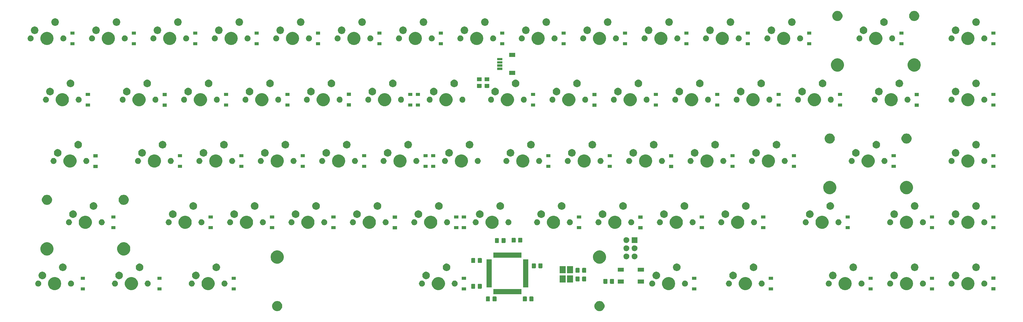
<source format=gbr>
G04 #@! TF.GenerationSoftware,KiCad,Pcbnew,(5.1.4)-1*
G04 #@! TF.CreationDate,2022-05-12T21:47:59-04:00*
G04 #@! TF.ProjectId,horsie-65,686f7273-6965-42d3-9635-2e6b69636164,rev?*
G04 #@! TF.SameCoordinates,Original*
G04 #@! TF.FileFunction,Soldermask,Bot*
G04 #@! TF.FilePolarity,Negative*
%FSLAX46Y46*%
G04 Gerber Fmt 4.6, Leading zero omitted, Abs format (unit mm)*
G04 Created by KiCad (PCBNEW (5.1.4)-1) date 2022-05-12 21:47:59*
%MOMM*%
%LPD*%
G04 APERTURE LIST*
%ADD10C,2.000000*%
G04 APERTURE END LIST*
D10*
G36*
X239187085Y-186408782D02*
G01*
X239371811Y-186445526D01*
X239475559Y-186488500D01*
X239658441Y-186564252D01*
X239658442Y-186564253D01*
X239916404Y-186736617D01*
X240135783Y-186955996D01*
X240250953Y-187128361D01*
X240308148Y-187213959D01*
X240426874Y-187500590D01*
X240487400Y-187804875D01*
X240487400Y-188115125D01*
X240426874Y-188419410D01*
X240308148Y-188706041D01*
X240308147Y-188706042D01*
X240135783Y-188964004D01*
X239916404Y-189183383D01*
X239744039Y-189298553D01*
X239658441Y-189355748D01*
X239490537Y-189425296D01*
X239371811Y-189474474D01*
X239219667Y-189504737D01*
X239067525Y-189535000D01*
X238757275Y-189535000D01*
X238605133Y-189504737D01*
X238452989Y-189474474D01*
X238334263Y-189425296D01*
X238166359Y-189355748D01*
X238080761Y-189298553D01*
X237908396Y-189183383D01*
X237689017Y-188964004D01*
X237516653Y-188706042D01*
X237516652Y-188706041D01*
X237397926Y-188419410D01*
X237337400Y-188115125D01*
X237337400Y-187804875D01*
X237397926Y-187500590D01*
X237516652Y-187213959D01*
X237573847Y-187128361D01*
X237689017Y-186955996D01*
X237908396Y-186736617D01*
X238166358Y-186564253D01*
X238166359Y-186564252D01*
X238349241Y-186488500D01*
X238452989Y-186445526D01*
X238637715Y-186408782D01*
X238757275Y-186385000D01*
X239067525Y-186385000D01*
X239187085Y-186408782D01*
X239187085Y-186408782D01*
G37*
G36*
X139187285Y-186408782D02*
G01*
X139372011Y-186445526D01*
X139475759Y-186488500D01*
X139658641Y-186564252D01*
X139658642Y-186564253D01*
X139916604Y-186736617D01*
X140135983Y-186955996D01*
X140251153Y-187128361D01*
X140308348Y-187213959D01*
X140427074Y-187500590D01*
X140487600Y-187804875D01*
X140487600Y-188115125D01*
X140427074Y-188419410D01*
X140308348Y-188706041D01*
X140308347Y-188706042D01*
X140135983Y-188964004D01*
X139916604Y-189183383D01*
X139744239Y-189298553D01*
X139658641Y-189355748D01*
X139490737Y-189425296D01*
X139372011Y-189474474D01*
X139219867Y-189504737D01*
X139067725Y-189535000D01*
X138757475Y-189535000D01*
X138605333Y-189504737D01*
X138453189Y-189474474D01*
X138334463Y-189425296D01*
X138166559Y-189355748D01*
X138080961Y-189298553D01*
X137908596Y-189183383D01*
X137689217Y-188964004D01*
X137516853Y-188706042D01*
X137516852Y-188706041D01*
X137398126Y-188419410D01*
X137337600Y-188115125D01*
X137337600Y-187804875D01*
X137398126Y-187500590D01*
X137516852Y-187213959D01*
X137574047Y-187128361D01*
X137689217Y-186955996D01*
X137908596Y-186736617D01*
X138166558Y-186564253D01*
X138166559Y-186564252D01*
X138349441Y-186488500D01*
X138453189Y-186445526D01*
X138637915Y-186408782D01*
X138757475Y-186385000D01*
X139067725Y-186385000D01*
X139187285Y-186408782D01*
X139187285Y-186408782D01*
G37*
G36*
X216195924Y-184990965D02*
G01*
X216233617Y-185002399D01*
X216268353Y-185020966D01*
X216298798Y-185045952D01*
X216323784Y-185076397D01*
X216342351Y-185111133D01*
X216353785Y-185148826D01*
X216358250Y-185194161D01*
X216358250Y-186280839D01*
X216353785Y-186326174D01*
X216342351Y-186363867D01*
X216323784Y-186398603D01*
X216298798Y-186429048D01*
X216268353Y-186454034D01*
X216233617Y-186472601D01*
X216195924Y-186484035D01*
X216150589Y-186488500D01*
X215313911Y-186488500D01*
X215268576Y-186484035D01*
X215230883Y-186472601D01*
X215196147Y-186454034D01*
X215165702Y-186429048D01*
X215140716Y-186398603D01*
X215122149Y-186363867D01*
X215110715Y-186326174D01*
X215106250Y-186280839D01*
X215106250Y-185194161D01*
X215110715Y-185148826D01*
X215122149Y-185111133D01*
X215140716Y-185076397D01*
X215165702Y-185045952D01*
X215196147Y-185020966D01*
X215230883Y-185002399D01*
X215268576Y-184990965D01*
X215313911Y-184986500D01*
X216150589Y-184986500D01*
X216195924Y-184990965D01*
X216195924Y-184990965D01*
G37*
G36*
X206806924Y-184990965D02*
G01*
X206844617Y-185002399D01*
X206879353Y-185020966D01*
X206909798Y-185045952D01*
X206934784Y-185076397D01*
X206953351Y-185111133D01*
X206964785Y-185148826D01*
X206969250Y-185194161D01*
X206969250Y-186280839D01*
X206964785Y-186326174D01*
X206953351Y-186363867D01*
X206934784Y-186398603D01*
X206909798Y-186429048D01*
X206879353Y-186454034D01*
X206844617Y-186472601D01*
X206806924Y-186484035D01*
X206761589Y-186488500D01*
X205924911Y-186488500D01*
X205879576Y-186484035D01*
X205841883Y-186472601D01*
X205807147Y-186454034D01*
X205776702Y-186429048D01*
X205751716Y-186398603D01*
X205733149Y-186363867D01*
X205721715Y-186326174D01*
X205717250Y-186280839D01*
X205717250Y-185194161D01*
X205721715Y-185148826D01*
X205733149Y-185111133D01*
X205751716Y-185076397D01*
X205776702Y-185045952D01*
X205807147Y-185020966D01*
X205841883Y-185002399D01*
X205879576Y-184990965D01*
X205924911Y-184986500D01*
X206761589Y-184986500D01*
X206806924Y-184990965D01*
X206806924Y-184990965D01*
G37*
G36*
X218245924Y-184990965D02*
G01*
X218283617Y-185002399D01*
X218318353Y-185020966D01*
X218348798Y-185045952D01*
X218373784Y-185076397D01*
X218392351Y-185111133D01*
X218403785Y-185148826D01*
X218408250Y-185194161D01*
X218408250Y-186280839D01*
X218403785Y-186326174D01*
X218392351Y-186363867D01*
X218373784Y-186398603D01*
X218348798Y-186429048D01*
X218318353Y-186454034D01*
X218283617Y-186472601D01*
X218245924Y-186484035D01*
X218200589Y-186488500D01*
X217363911Y-186488500D01*
X217318576Y-186484035D01*
X217280883Y-186472601D01*
X217246147Y-186454034D01*
X217215702Y-186429048D01*
X217190716Y-186398603D01*
X217172149Y-186363867D01*
X217160715Y-186326174D01*
X217156250Y-186280839D01*
X217156250Y-185194161D01*
X217160715Y-185148826D01*
X217172149Y-185111133D01*
X217190716Y-185076397D01*
X217215702Y-185045952D01*
X217246147Y-185020966D01*
X217280883Y-185002399D01*
X217318576Y-184990965D01*
X217363911Y-184986500D01*
X218200589Y-184986500D01*
X218245924Y-184990965D01*
X218245924Y-184990965D01*
G37*
G36*
X204756924Y-184990965D02*
G01*
X204794617Y-185002399D01*
X204829353Y-185020966D01*
X204859798Y-185045952D01*
X204884784Y-185076397D01*
X204903351Y-185111133D01*
X204914785Y-185148826D01*
X204919250Y-185194161D01*
X204919250Y-186280839D01*
X204914785Y-186326174D01*
X204903351Y-186363867D01*
X204884784Y-186398603D01*
X204859798Y-186429048D01*
X204829353Y-186454034D01*
X204794617Y-186472601D01*
X204756924Y-186484035D01*
X204711589Y-186488500D01*
X203874911Y-186488500D01*
X203829576Y-186484035D01*
X203791883Y-186472601D01*
X203757147Y-186454034D01*
X203726702Y-186429048D01*
X203701716Y-186398603D01*
X203683149Y-186363867D01*
X203671715Y-186326174D01*
X203667250Y-186280839D01*
X203667250Y-185194161D01*
X203671715Y-185148826D01*
X203683149Y-185111133D01*
X203701716Y-185076397D01*
X203726702Y-185045952D01*
X203757147Y-185020966D01*
X203791883Y-185002399D01*
X203829576Y-184990965D01*
X203874911Y-184986500D01*
X204711589Y-184986500D01*
X204756924Y-184990965D01*
X204756924Y-184990965D01*
G37*
G36*
X214669750Y-184301000D02*
G01*
X206017750Y-184301000D01*
X206017750Y-182699000D01*
X214669750Y-182699000D01*
X214669750Y-184301000D01*
X214669750Y-184301000D01*
G37*
G36*
X268938500Y-183126000D02*
G01*
X267636500Y-183126000D01*
X267636500Y-182124000D01*
X268938500Y-182124000D01*
X268938500Y-183126000D01*
X268938500Y-183126000D01*
G37*
G36*
X323707250Y-183126000D02*
G01*
X322405250Y-183126000D01*
X322405250Y-182124000D01*
X323707250Y-182124000D01*
X323707250Y-183126000D01*
X323707250Y-183126000D01*
G37*
G36*
X342757250Y-183126000D02*
G01*
X341455250Y-183126000D01*
X341455250Y-182124000D01*
X342757250Y-182124000D01*
X342757250Y-183126000D01*
X342757250Y-183126000D01*
G37*
G36*
X292751000Y-183126000D02*
G01*
X291449000Y-183126000D01*
X291449000Y-182124000D01*
X292751000Y-182124000D01*
X292751000Y-183126000D01*
X292751000Y-183126000D01*
G37*
G36*
X197501000Y-183126000D02*
G01*
X196199000Y-183126000D01*
X196199000Y-182124000D01*
X197501000Y-182124000D01*
X197501000Y-183126000D01*
X197501000Y-183126000D01*
G37*
G36*
X103044750Y-183126000D02*
G01*
X101742750Y-183126000D01*
X101742750Y-182124000D01*
X103044750Y-182124000D01*
X103044750Y-183126000D01*
X103044750Y-183126000D01*
G37*
G36*
X79232250Y-183126000D02*
G01*
X77930250Y-183126000D01*
X77930250Y-182124000D01*
X79232250Y-182124000D01*
X79232250Y-183126000D01*
X79232250Y-183126000D01*
G37*
G36*
X126063500Y-183126000D02*
G01*
X124761500Y-183126000D01*
X124761500Y-182124000D01*
X126063500Y-182124000D01*
X126063500Y-183126000D01*
X126063500Y-183126000D01*
G37*
G36*
X361807250Y-183063500D02*
G01*
X360505250Y-183063500D01*
X360505250Y-182061500D01*
X361807250Y-182061500D01*
X361807250Y-183063500D01*
X361807250Y-183063500D01*
G37*
G36*
X94258974Y-179008684D02*
G01*
X94476974Y-179098983D01*
X94631123Y-179162833D01*
X94966048Y-179386623D01*
X95250877Y-179671452D01*
X95474667Y-180006377D01*
X95507062Y-180084586D01*
X95628816Y-180378526D01*
X95707400Y-180773594D01*
X95707400Y-181176406D01*
X95628816Y-181571474D01*
X95577951Y-181694272D01*
X95474667Y-181943623D01*
X95250877Y-182278548D01*
X94966048Y-182563377D01*
X94631123Y-182787167D01*
X94476974Y-182851017D01*
X94258974Y-182941316D01*
X93863906Y-183019900D01*
X93461094Y-183019900D01*
X93066026Y-182941316D01*
X92848026Y-182851017D01*
X92693877Y-182787167D01*
X92358952Y-182563377D01*
X92074123Y-182278548D01*
X91850333Y-181943623D01*
X91747049Y-181694272D01*
X91696184Y-181571474D01*
X91617600Y-181176406D01*
X91617600Y-180773594D01*
X91696184Y-180378526D01*
X91817938Y-180084586D01*
X91850333Y-180006377D01*
X92074123Y-179671452D01*
X92358952Y-179386623D01*
X92693877Y-179162833D01*
X92848026Y-179098983D01*
X93066026Y-179008684D01*
X93461094Y-178930100D01*
X93863906Y-178930100D01*
X94258974Y-179008684D01*
X94258974Y-179008684D01*
G37*
G36*
X315715224Y-179008684D02*
G01*
X315933224Y-179098983D01*
X316087373Y-179162833D01*
X316422298Y-179386623D01*
X316707127Y-179671452D01*
X316930917Y-180006377D01*
X316963312Y-180084586D01*
X317085066Y-180378526D01*
X317163650Y-180773594D01*
X317163650Y-181176406D01*
X317085066Y-181571474D01*
X317034201Y-181694272D01*
X316930917Y-181943623D01*
X316707127Y-182278548D01*
X316422298Y-182563377D01*
X316087373Y-182787167D01*
X315933224Y-182851017D01*
X315715224Y-182941316D01*
X315320156Y-183019900D01*
X314917344Y-183019900D01*
X314522276Y-182941316D01*
X314304276Y-182851017D01*
X314150127Y-182787167D01*
X313815202Y-182563377D01*
X313530373Y-182278548D01*
X313306583Y-181943623D01*
X313203299Y-181694272D01*
X313152434Y-181571474D01*
X313073850Y-181176406D01*
X313073850Y-180773594D01*
X313152434Y-180378526D01*
X313274188Y-180084586D01*
X313306583Y-180006377D01*
X313530373Y-179671452D01*
X313815202Y-179386623D01*
X314150127Y-179162833D01*
X314304276Y-179098983D01*
X314522276Y-179008684D01*
X314917344Y-178930100D01*
X315320156Y-178930100D01*
X315715224Y-179008684D01*
X315715224Y-179008684D01*
G37*
G36*
X284758974Y-179008684D02*
G01*
X284976974Y-179098983D01*
X285131123Y-179162833D01*
X285466048Y-179386623D01*
X285750877Y-179671452D01*
X285974667Y-180006377D01*
X286007062Y-180084586D01*
X286128816Y-180378526D01*
X286207400Y-180773594D01*
X286207400Y-181176406D01*
X286128816Y-181571474D01*
X286077951Y-181694272D01*
X285974667Y-181943623D01*
X285750877Y-182278548D01*
X285466048Y-182563377D01*
X285131123Y-182787167D01*
X284976974Y-182851017D01*
X284758974Y-182941316D01*
X284363906Y-183019900D01*
X283961094Y-183019900D01*
X283566026Y-182941316D01*
X283348026Y-182851017D01*
X283193877Y-182787167D01*
X282858952Y-182563377D01*
X282574123Y-182278548D01*
X282350333Y-181943623D01*
X282247049Y-181694272D01*
X282196184Y-181571474D01*
X282117600Y-181176406D01*
X282117600Y-180773594D01*
X282196184Y-180378526D01*
X282317938Y-180084586D01*
X282350333Y-180006377D01*
X282574123Y-179671452D01*
X282858952Y-179386623D01*
X283193877Y-179162833D01*
X283348026Y-179098983D01*
X283566026Y-179008684D01*
X283961094Y-178930100D01*
X284363906Y-178930100D01*
X284758974Y-179008684D01*
X284758974Y-179008684D01*
G37*
G36*
X70446474Y-179008684D02*
G01*
X70664474Y-179098983D01*
X70818623Y-179162833D01*
X71153548Y-179386623D01*
X71438377Y-179671452D01*
X71662167Y-180006377D01*
X71694562Y-180084586D01*
X71816316Y-180378526D01*
X71894900Y-180773594D01*
X71894900Y-181176406D01*
X71816316Y-181571474D01*
X71765451Y-181694272D01*
X71662167Y-181943623D01*
X71438377Y-182278548D01*
X71153548Y-182563377D01*
X70818623Y-182787167D01*
X70664474Y-182851017D01*
X70446474Y-182941316D01*
X70051406Y-183019900D01*
X69648594Y-183019900D01*
X69253526Y-182941316D01*
X69035526Y-182851017D01*
X68881377Y-182787167D01*
X68546452Y-182563377D01*
X68261623Y-182278548D01*
X68037833Y-181943623D01*
X67934549Y-181694272D01*
X67883684Y-181571474D01*
X67805100Y-181176406D01*
X67805100Y-180773594D01*
X67883684Y-180378526D01*
X68005438Y-180084586D01*
X68037833Y-180006377D01*
X68261623Y-179671452D01*
X68546452Y-179386623D01*
X68881377Y-179162833D01*
X69035526Y-179098983D01*
X69253526Y-179008684D01*
X69648594Y-178930100D01*
X70051406Y-178930100D01*
X70446474Y-179008684D01*
X70446474Y-179008684D01*
G37*
G36*
X118071474Y-179008684D02*
G01*
X118289474Y-179098983D01*
X118443623Y-179162833D01*
X118778548Y-179386623D01*
X119063377Y-179671452D01*
X119287167Y-180006377D01*
X119319562Y-180084586D01*
X119441316Y-180378526D01*
X119519900Y-180773594D01*
X119519900Y-181176406D01*
X119441316Y-181571474D01*
X119390451Y-181694272D01*
X119287167Y-181943623D01*
X119063377Y-182278548D01*
X118778548Y-182563377D01*
X118443623Y-182787167D01*
X118289474Y-182851017D01*
X118071474Y-182941316D01*
X117676406Y-183019900D01*
X117273594Y-183019900D01*
X116878526Y-182941316D01*
X116660526Y-182851017D01*
X116506377Y-182787167D01*
X116171452Y-182563377D01*
X115886623Y-182278548D01*
X115662833Y-181943623D01*
X115559549Y-181694272D01*
X115508684Y-181571474D01*
X115430100Y-181176406D01*
X115430100Y-180773594D01*
X115508684Y-180378526D01*
X115630438Y-180084586D01*
X115662833Y-180006377D01*
X115886623Y-179671452D01*
X116171452Y-179386623D01*
X116506377Y-179162833D01*
X116660526Y-179098983D01*
X116878526Y-179008684D01*
X117273594Y-178930100D01*
X117676406Y-178930100D01*
X118071474Y-179008684D01*
X118071474Y-179008684D01*
G37*
G36*
X189508974Y-179008684D02*
G01*
X189726974Y-179098983D01*
X189881123Y-179162833D01*
X190216048Y-179386623D01*
X190500877Y-179671452D01*
X190724667Y-180006377D01*
X190757062Y-180084586D01*
X190878816Y-180378526D01*
X190957400Y-180773594D01*
X190957400Y-181176406D01*
X190878816Y-181571474D01*
X190827951Y-181694272D01*
X190724667Y-181943623D01*
X190500877Y-182278548D01*
X190216048Y-182563377D01*
X189881123Y-182787167D01*
X189726974Y-182851017D01*
X189508974Y-182941316D01*
X189113906Y-183019900D01*
X188711094Y-183019900D01*
X188316026Y-182941316D01*
X188098026Y-182851017D01*
X187943877Y-182787167D01*
X187608952Y-182563377D01*
X187324123Y-182278548D01*
X187100333Y-181943623D01*
X186997049Y-181694272D01*
X186946184Y-181571474D01*
X186867600Y-181176406D01*
X186867600Y-180773594D01*
X186946184Y-180378526D01*
X187067938Y-180084586D01*
X187100333Y-180006377D01*
X187324123Y-179671452D01*
X187608952Y-179386623D01*
X187943877Y-179162833D01*
X188098026Y-179098983D01*
X188316026Y-179008684D01*
X188711094Y-178930100D01*
X189113906Y-178930100D01*
X189508974Y-179008684D01*
X189508974Y-179008684D01*
G37*
G36*
X260946474Y-179008684D02*
G01*
X261164474Y-179098983D01*
X261318623Y-179162833D01*
X261653548Y-179386623D01*
X261938377Y-179671452D01*
X262162167Y-180006377D01*
X262194562Y-180084586D01*
X262316316Y-180378526D01*
X262394900Y-180773594D01*
X262394900Y-181176406D01*
X262316316Y-181571474D01*
X262265451Y-181694272D01*
X262162167Y-181943623D01*
X261938377Y-182278548D01*
X261653548Y-182563377D01*
X261318623Y-182787167D01*
X261164474Y-182851017D01*
X260946474Y-182941316D01*
X260551406Y-183019900D01*
X260148594Y-183019900D01*
X259753526Y-182941316D01*
X259535526Y-182851017D01*
X259381377Y-182787167D01*
X259046452Y-182563377D01*
X258761623Y-182278548D01*
X258537833Y-181943623D01*
X258434549Y-181694272D01*
X258383684Y-181571474D01*
X258305100Y-181176406D01*
X258305100Y-180773594D01*
X258383684Y-180378526D01*
X258505438Y-180084586D01*
X258537833Y-180006377D01*
X258761623Y-179671452D01*
X259046452Y-179386623D01*
X259381377Y-179162833D01*
X259535526Y-179098983D01*
X259753526Y-179008684D01*
X260148594Y-178930100D01*
X260551406Y-178930100D01*
X260946474Y-179008684D01*
X260946474Y-179008684D01*
G37*
G36*
X334765224Y-179008684D02*
G01*
X334983224Y-179098983D01*
X335137373Y-179162833D01*
X335472298Y-179386623D01*
X335757127Y-179671452D01*
X335980917Y-180006377D01*
X336013312Y-180084586D01*
X336135066Y-180378526D01*
X336213650Y-180773594D01*
X336213650Y-181176406D01*
X336135066Y-181571474D01*
X336084201Y-181694272D01*
X335980917Y-181943623D01*
X335757127Y-182278548D01*
X335472298Y-182563377D01*
X335137373Y-182787167D01*
X334983224Y-182851017D01*
X334765224Y-182941316D01*
X334370156Y-183019900D01*
X333967344Y-183019900D01*
X333572276Y-182941316D01*
X333354276Y-182851017D01*
X333200127Y-182787167D01*
X332865202Y-182563377D01*
X332580373Y-182278548D01*
X332356583Y-181943623D01*
X332253299Y-181694272D01*
X332202434Y-181571474D01*
X332123850Y-181176406D01*
X332123850Y-180773594D01*
X332202434Y-180378526D01*
X332324188Y-180084586D01*
X332356583Y-180006377D01*
X332580373Y-179671452D01*
X332865202Y-179386623D01*
X333200127Y-179162833D01*
X333354276Y-179098983D01*
X333572276Y-179008684D01*
X333967344Y-178930100D01*
X334370156Y-178930100D01*
X334765224Y-179008684D01*
X334765224Y-179008684D01*
G37*
G36*
X353815224Y-179008684D02*
G01*
X354033224Y-179098983D01*
X354187373Y-179162833D01*
X354522298Y-179386623D01*
X354807127Y-179671452D01*
X355030917Y-180006377D01*
X355063312Y-180084586D01*
X355185066Y-180378526D01*
X355263650Y-180773594D01*
X355263650Y-181176406D01*
X355185066Y-181571474D01*
X355134201Y-181694272D01*
X355030917Y-181943623D01*
X354807127Y-182278548D01*
X354522298Y-182563377D01*
X354187373Y-182787167D01*
X354033224Y-182851017D01*
X353815224Y-182941316D01*
X353420156Y-183019900D01*
X353017344Y-183019900D01*
X352622276Y-182941316D01*
X352404276Y-182851017D01*
X352250127Y-182787167D01*
X351915202Y-182563377D01*
X351630373Y-182278548D01*
X351406583Y-181943623D01*
X351303299Y-181694272D01*
X351252434Y-181571474D01*
X351173850Y-181176406D01*
X351173850Y-180773594D01*
X351252434Y-180378526D01*
X351374188Y-180084586D01*
X351406583Y-180006377D01*
X351630373Y-179671452D01*
X351915202Y-179386623D01*
X352250127Y-179162833D01*
X352404276Y-179098983D01*
X352622276Y-179008684D01*
X353017344Y-178930100D01*
X353420156Y-178930100D01*
X353815224Y-179008684D01*
X353815224Y-179008684D01*
G37*
G36*
X202234924Y-181053965D02*
G01*
X202272617Y-181065399D01*
X202307353Y-181083966D01*
X202337798Y-181108952D01*
X202362784Y-181139397D01*
X202381351Y-181174133D01*
X202392785Y-181211826D01*
X202397250Y-181257161D01*
X202397250Y-182343839D01*
X202392785Y-182389174D01*
X202381351Y-182426867D01*
X202362784Y-182461603D01*
X202337798Y-182492048D01*
X202307353Y-182517034D01*
X202272617Y-182535601D01*
X202234924Y-182547035D01*
X202189589Y-182551500D01*
X201352911Y-182551500D01*
X201307576Y-182547035D01*
X201269883Y-182535601D01*
X201235147Y-182517034D01*
X201204702Y-182492048D01*
X201179716Y-182461603D01*
X201161149Y-182426867D01*
X201149715Y-182389174D01*
X201145250Y-182343839D01*
X201145250Y-181257161D01*
X201149715Y-181211826D01*
X201161149Y-181174133D01*
X201179716Y-181139397D01*
X201204702Y-181108952D01*
X201235147Y-181083966D01*
X201269883Y-181065399D01*
X201307576Y-181053965D01*
X201352911Y-181049500D01*
X202189589Y-181049500D01*
X202234924Y-181053965D01*
X202234924Y-181053965D01*
G37*
G36*
X200184924Y-181053965D02*
G01*
X200222617Y-181065399D01*
X200257353Y-181083966D01*
X200287798Y-181108952D01*
X200312784Y-181139397D01*
X200331351Y-181174133D01*
X200342785Y-181211826D01*
X200347250Y-181257161D01*
X200347250Y-182343839D01*
X200342785Y-182389174D01*
X200331351Y-182426867D01*
X200312784Y-182461603D01*
X200287798Y-182492048D01*
X200257353Y-182517034D01*
X200222617Y-182535601D01*
X200184924Y-182547035D01*
X200139589Y-182551500D01*
X199302911Y-182551500D01*
X199257576Y-182547035D01*
X199219883Y-182535601D01*
X199185147Y-182517034D01*
X199154702Y-182492048D01*
X199129716Y-182461603D01*
X199111149Y-182426867D01*
X199099715Y-182389174D01*
X199095250Y-182343839D01*
X199095250Y-181257161D01*
X199099715Y-181211826D01*
X199111149Y-181174133D01*
X199129716Y-181139397D01*
X199154702Y-181108952D01*
X199185147Y-181083966D01*
X199219883Y-181065399D01*
X199257576Y-181053965D01*
X199302911Y-181049500D01*
X200139589Y-181049500D01*
X200184924Y-181053965D01*
X200184924Y-181053965D01*
G37*
G36*
X205444750Y-182126000D02*
G01*
X203842750Y-182126000D01*
X203842750Y-173474000D01*
X205444750Y-173474000D01*
X205444750Y-182126000D01*
X205444750Y-182126000D01*
G37*
G36*
X216844750Y-182126000D02*
G01*
X215242750Y-182126000D01*
X215242750Y-173474000D01*
X216844750Y-173474000D01*
X216844750Y-182126000D01*
X216844750Y-182126000D01*
G37*
G36*
X289512604Y-180084585D02*
G01*
X289681126Y-180154389D01*
X289832791Y-180255728D01*
X289961772Y-180384709D01*
X290063111Y-180536374D01*
X290132915Y-180704896D01*
X290168500Y-180883797D01*
X290168500Y-181066203D01*
X290132915Y-181245104D01*
X290063111Y-181413626D01*
X289961772Y-181565291D01*
X289832791Y-181694272D01*
X289681126Y-181795611D01*
X289512604Y-181865415D01*
X289333703Y-181901000D01*
X289151297Y-181901000D01*
X288972396Y-181865415D01*
X288803874Y-181795611D01*
X288652209Y-181694272D01*
X288523228Y-181565291D01*
X288421889Y-181413626D01*
X288352085Y-181245104D01*
X288316500Y-181066203D01*
X288316500Y-180883797D01*
X288352085Y-180704896D01*
X288421889Y-180536374D01*
X288523228Y-180384709D01*
X288652209Y-180255728D01*
X288803874Y-180154389D01*
X288972396Y-180084585D01*
X289151297Y-180049000D01*
X289333703Y-180049000D01*
X289512604Y-180084585D01*
X289512604Y-180084585D01*
G37*
G36*
X329358854Y-180084585D02*
G01*
X329527376Y-180154389D01*
X329679041Y-180255728D01*
X329808022Y-180384709D01*
X329909361Y-180536374D01*
X329979165Y-180704896D01*
X330014750Y-180883797D01*
X330014750Y-181066203D01*
X329979165Y-181245104D01*
X329909361Y-181413626D01*
X329808022Y-181565291D01*
X329679041Y-181694272D01*
X329527376Y-181795611D01*
X329358854Y-181865415D01*
X329179953Y-181901000D01*
X328997547Y-181901000D01*
X328818646Y-181865415D01*
X328650124Y-181795611D01*
X328498459Y-181694272D01*
X328369478Y-181565291D01*
X328268139Y-181413626D01*
X328198335Y-181245104D01*
X328162750Y-181066203D01*
X328162750Y-180883797D01*
X328198335Y-180704896D01*
X328268139Y-180536374D01*
X328369478Y-180384709D01*
X328498459Y-180255728D01*
X328650124Y-180154389D01*
X328818646Y-180084585D01*
X328997547Y-180049000D01*
X329179953Y-180049000D01*
X329358854Y-180084585D01*
X329358854Y-180084585D01*
G37*
G36*
X310308854Y-180084585D02*
G01*
X310477376Y-180154389D01*
X310629041Y-180255728D01*
X310758022Y-180384709D01*
X310859361Y-180536374D01*
X310929165Y-180704896D01*
X310964750Y-180883797D01*
X310964750Y-181066203D01*
X310929165Y-181245104D01*
X310859361Y-181413626D01*
X310758022Y-181565291D01*
X310629041Y-181694272D01*
X310477376Y-181795611D01*
X310308854Y-181865415D01*
X310129953Y-181901000D01*
X309947547Y-181901000D01*
X309768646Y-181865415D01*
X309600124Y-181795611D01*
X309448459Y-181694272D01*
X309319478Y-181565291D01*
X309218139Y-181413626D01*
X309148335Y-181245104D01*
X309112750Y-181066203D01*
X309112750Y-180883797D01*
X309148335Y-180704896D01*
X309218139Y-180536374D01*
X309319478Y-180384709D01*
X309448459Y-180255728D01*
X309600124Y-180154389D01*
X309768646Y-180084585D01*
X309947547Y-180049000D01*
X310129953Y-180049000D01*
X310308854Y-180084585D01*
X310308854Y-180084585D01*
G37*
G36*
X339518854Y-180084585D02*
G01*
X339687376Y-180154389D01*
X339839041Y-180255728D01*
X339968022Y-180384709D01*
X340069361Y-180536374D01*
X340139165Y-180704896D01*
X340174750Y-180883797D01*
X340174750Y-181066203D01*
X340139165Y-181245104D01*
X340069361Y-181413626D01*
X339968022Y-181565291D01*
X339839041Y-181694272D01*
X339687376Y-181795611D01*
X339518854Y-181865415D01*
X339339953Y-181901000D01*
X339157547Y-181901000D01*
X338978646Y-181865415D01*
X338810124Y-181795611D01*
X338658459Y-181694272D01*
X338529478Y-181565291D01*
X338428139Y-181413626D01*
X338358335Y-181245104D01*
X338322750Y-181066203D01*
X338322750Y-180883797D01*
X338358335Y-180704896D01*
X338428139Y-180536374D01*
X338529478Y-180384709D01*
X338658459Y-180255728D01*
X338810124Y-180154389D01*
X338978646Y-180084585D01*
X339157547Y-180049000D01*
X339339953Y-180049000D01*
X339518854Y-180084585D01*
X339518854Y-180084585D01*
G37*
G36*
X194262604Y-180084585D02*
G01*
X194431126Y-180154389D01*
X194582791Y-180255728D01*
X194711772Y-180384709D01*
X194813111Y-180536374D01*
X194882915Y-180704896D01*
X194918500Y-180883797D01*
X194918500Y-181066203D01*
X194882915Y-181245104D01*
X194813111Y-181413626D01*
X194711772Y-181565291D01*
X194582791Y-181694272D01*
X194431126Y-181795611D01*
X194262604Y-181865415D01*
X194083703Y-181901000D01*
X193901297Y-181901000D01*
X193722396Y-181865415D01*
X193553874Y-181795611D01*
X193402209Y-181694272D01*
X193273228Y-181565291D01*
X193171889Y-181413626D01*
X193102085Y-181245104D01*
X193066500Y-181066203D01*
X193066500Y-180883797D01*
X193102085Y-180704896D01*
X193171889Y-180536374D01*
X193273228Y-180384709D01*
X193402209Y-180255728D01*
X193553874Y-180154389D01*
X193722396Y-180084585D01*
X193901297Y-180049000D01*
X194083703Y-180049000D01*
X194262604Y-180084585D01*
X194262604Y-180084585D01*
G37*
G36*
X184102604Y-180084585D02*
G01*
X184271126Y-180154389D01*
X184422791Y-180255728D01*
X184551772Y-180384709D01*
X184653111Y-180536374D01*
X184722915Y-180704896D01*
X184758500Y-180883797D01*
X184758500Y-181066203D01*
X184722915Y-181245104D01*
X184653111Y-181413626D01*
X184551772Y-181565291D01*
X184422791Y-181694272D01*
X184271126Y-181795611D01*
X184102604Y-181865415D01*
X183923703Y-181901000D01*
X183741297Y-181901000D01*
X183562396Y-181865415D01*
X183393874Y-181795611D01*
X183242209Y-181694272D01*
X183113228Y-181565291D01*
X183011889Y-181413626D01*
X182942085Y-181245104D01*
X182906500Y-181066203D01*
X182906500Y-180883797D01*
X182942085Y-180704896D01*
X183011889Y-180536374D01*
X183113228Y-180384709D01*
X183242209Y-180255728D01*
X183393874Y-180154389D01*
X183562396Y-180084585D01*
X183741297Y-180049000D01*
X183923703Y-180049000D01*
X184102604Y-180084585D01*
X184102604Y-180084585D01*
G37*
G36*
X99012604Y-180084585D02*
G01*
X99181126Y-180154389D01*
X99332791Y-180255728D01*
X99461772Y-180384709D01*
X99563111Y-180536374D01*
X99632915Y-180704896D01*
X99668500Y-180883797D01*
X99668500Y-181066203D01*
X99632915Y-181245104D01*
X99563111Y-181413626D01*
X99461772Y-181565291D01*
X99332791Y-181694272D01*
X99181126Y-181795611D01*
X99012604Y-181865415D01*
X98833703Y-181901000D01*
X98651297Y-181901000D01*
X98472396Y-181865415D01*
X98303874Y-181795611D01*
X98152209Y-181694272D01*
X98023228Y-181565291D01*
X97921889Y-181413626D01*
X97852085Y-181245104D01*
X97816500Y-181066203D01*
X97816500Y-180883797D01*
X97852085Y-180704896D01*
X97921889Y-180536374D01*
X98023228Y-180384709D01*
X98152209Y-180255728D01*
X98303874Y-180154389D01*
X98472396Y-180084585D01*
X98651297Y-180049000D01*
X98833703Y-180049000D01*
X99012604Y-180084585D01*
X99012604Y-180084585D01*
G37*
G36*
X88852604Y-180084585D02*
G01*
X89021126Y-180154389D01*
X89172791Y-180255728D01*
X89301772Y-180384709D01*
X89403111Y-180536374D01*
X89472915Y-180704896D01*
X89508500Y-180883797D01*
X89508500Y-181066203D01*
X89472915Y-181245104D01*
X89403111Y-181413626D01*
X89301772Y-181565291D01*
X89172791Y-181694272D01*
X89021126Y-181795611D01*
X88852604Y-181865415D01*
X88673703Y-181901000D01*
X88491297Y-181901000D01*
X88312396Y-181865415D01*
X88143874Y-181795611D01*
X87992209Y-181694272D01*
X87863228Y-181565291D01*
X87761889Y-181413626D01*
X87692085Y-181245104D01*
X87656500Y-181066203D01*
X87656500Y-180883797D01*
X87692085Y-180704896D01*
X87761889Y-180536374D01*
X87863228Y-180384709D01*
X87992209Y-180255728D01*
X88143874Y-180154389D01*
X88312396Y-180084585D01*
X88491297Y-180049000D01*
X88673703Y-180049000D01*
X88852604Y-180084585D01*
X88852604Y-180084585D01*
G37*
G36*
X122825104Y-180084585D02*
G01*
X122993626Y-180154389D01*
X123145291Y-180255728D01*
X123274272Y-180384709D01*
X123375611Y-180536374D01*
X123445415Y-180704896D01*
X123481000Y-180883797D01*
X123481000Y-181066203D01*
X123445415Y-181245104D01*
X123375611Y-181413626D01*
X123274272Y-181565291D01*
X123145291Y-181694272D01*
X122993626Y-181795611D01*
X122825104Y-181865415D01*
X122646203Y-181901000D01*
X122463797Y-181901000D01*
X122284896Y-181865415D01*
X122116374Y-181795611D01*
X121964709Y-181694272D01*
X121835728Y-181565291D01*
X121734389Y-181413626D01*
X121664585Y-181245104D01*
X121629000Y-181066203D01*
X121629000Y-180883797D01*
X121664585Y-180704896D01*
X121734389Y-180536374D01*
X121835728Y-180384709D01*
X121964709Y-180255728D01*
X122116374Y-180154389D01*
X122284896Y-180084585D01*
X122463797Y-180049000D01*
X122646203Y-180049000D01*
X122825104Y-180084585D01*
X122825104Y-180084585D01*
G37*
G36*
X75200104Y-180084585D02*
G01*
X75368626Y-180154389D01*
X75520291Y-180255728D01*
X75649272Y-180384709D01*
X75750611Y-180536374D01*
X75820415Y-180704896D01*
X75856000Y-180883797D01*
X75856000Y-181066203D01*
X75820415Y-181245104D01*
X75750611Y-181413626D01*
X75649272Y-181565291D01*
X75520291Y-181694272D01*
X75368626Y-181795611D01*
X75200104Y-181865415D01*
X75021203Y-181901000D01*
X74838797Y-181901000D01*
X74659896Y-181865415D01*
X74491374Y-181795611D01*
X74339709Y-181694272D01*
X74210728Y-181565291D01*
X74109389Y-181413626D01*
X74039585Y-181245104D01*
X74004000Y-181066203D01*
X74004000Y-180883797D01*
X74039585Y-180704896D01*
X74109389Y-180536374D01*
X74210728Y-180384709D01*
X74339709Y-180255728D01*
X74491374Y-180154389D01*
X74659896Y-180084585D01*
X74838797Y-180049000D01*
X75021203Y-180049000D01*
X75200104Y-180084585D01*
X75200104Y-180084585D01*
G37*
G36*
X65040104Y-180084585D02*
G01*
X65208626Y-180154389D01*
X65360291Y-180255728D01*
X65489272Y-180384709D01*
X65590611Y-180536374D01*
X65660415Y-180704896D01*
X65696000Y-180883797D01*
X65696000Y-181066203D01*
X65660415Y-181245104D01*
X65590611Y-181413626D01*
X65489272Y-181565291D01*
X65360291Y-181694272D01*
X65208626Y-181795611D01*
X65040104Y-181865415D01*
X64861203Y-181901000D01*
X64678797Y-181901000D01*
X64499896Y-181865415D01*
X64331374Y-181795611D01*
X64179709Y-181694272D01*
X64050728Y-181565291D01*
X63949389Y-181413626D01*
X63879585Y-181245104D01*
X63844000Y-181066203D01*
X63844000Y-180883797D01*
X63879585Y-180704896D01*
X63949389Y-180536374D01*
X64050728Y-180384709D01*
X64179709Y-180255728D01*
X64331374Y-180154389D01*
X64499896Y-180084585D01*
X64678797Y-180049000D01*
X64861203Y-180049000D01*
X65040104Y-180084585D01*
X65040104Y-180084585D01*
G37*
G36*
X358568854Y-180084585D02*
G01*
X358737376Y-180154389D01*
X358889041Y-180255728D01*
X359018022Y-180384709D01*
X359119361Y-180536374D01*
X359189165Y-180704896D01*
X359224750Y-180883797D01*
X359224750Y-181066203D01*
X359189165Y-181245104D01*
X359119361Y-181413626D01*
X359018022Y-181565291D01*
X358889041Y-181694272D01*
X358737376Y-181795611D01*
X358568854Y-181865415D01*
X358389953Y-181901000D01*
X358207547Y-181901000D01*
X358028646Y-181865415D01*
X357860124Y-181795611D01*
X357708459Y-181694272D01*
X357579478Y-181565291D01*
X357478139Y-181413626D01*
X357408335Y-181245104D01*
X357372750Y-181066203D01*
X357372750Y-180883797D01*
X357408335Y-180704896D01*
X357478139Y-180536374D01*
X357579478Y-180384709D01*
X357708459Y-180255728D01*
X357860124Y-180154389D01*
X358028646Y-180084585D01*
X358207547Y-180049000D01*
X358389953Y-180049000D01*
X358568854Y-180084585D01*
X358568854Y-180084585D01*
G37*
G36*
X279352604Y-180084585D02*
G01*
X279521126Y-180154389D01*
X279672791Y-180255728D01*
X279801772Y-180384709D01*
X279903111Y-180536374D01*
X279972915Y-180704896D01*
X280008500Y-180883797D01*
X280008500Y-181066203D01*
X279972915Y-181245104D01*
X279903111Y-181413626D01*
X279801772Y-181565291D01*
X279672791Y-181694272D01*
X279521126Y-181795611D01*
X279352604Y-181865415D01*
X279173703Y-181901000D01*
X278991297Y-181901000D01*
X278812396Y-181865415D01*
X278643874Y-181795611D01*
X278492209Y-181694272D01*
X278363228Y-181565291D01*
X278261889Y-181413626D01*
X278192085Y-181245104D01*
X278156500Y-181066203D01*
X278156500Y-180883797D01*
X278192085Y-180704896D01*
X278261889Y-180536374D01*
X278363228Y-180384709D01*
X278492209Y-180255728D01*
X278643874Y-180154389D01*
X278812396Y-180084585D01*
X278991297Y-180049000D01*
X279173703Y-180049000D01*
X279352604Y-180084585D01*
X279352604Y-180084585D01*
G37*
G36*
X265700104Y-180084585D02*
G01*
X265868626Y-180154389D01*
X266020291Y-180255728D01*
X266149272Y-180384709D01*
X266250611Y-180536374D01*
X266320415Y-180704896D01*
X266356000Y-180883797D01*
X266356000Y-181066203D01*
X266320415Y-181245104D01*
X266250611Y-181413626D01*
X266149272Y-181565291D01*
X266020291Y-181694272D01*
X265868626Y-181795611D01*
X265700104Y-181865415D01*
X265521203Y-181901000D01*
X265338797Y-181901000D01*
X265159896Y-181865415D01*
X264991374Y-181795611D01*
X264839709Y-181694272D01*
X264710728Y-181565291D01*
X264609389Y-181413626D01*
X264539585Y-181245104D01*
X264504000Y-181066203D01*
X264504000Y-180883797D01*
X264539585Y-180704896D01*
X264609389Y-180536374D01*
X264710728Y-180384709D01*
X264839709Y-180255728D01*
X264991374Y-180154389D01*
X265159896Y-180084585D01*
X265338797Y-180049000D01*
X265521203Y-180049000D01*
X265700104Y-180084585D01*
X265700104Y-180084585D01*
G37*
G36*
X255540104Y-180084585D02*
G01*
X255708626Y-180154389D01*
X255860291Y-180255728D01*
X255989272Y-180384709D01*
X256090611Y-180536374D01*
X256160415Y-180704896D01*
X256196000Y-180883797D01*
X256196000Y-181066203D01*
X256160415Y-181245104D01*
X256090611Y-181413626D01*
X255989272Y-181565291D01*
X255860291Y-181694272D01*
X255708626Y-181795611D01*
X255540104Y-181865415D01*
X255361203Y-181901000D01*
X255178797Y-181901000D01*
X254999896Y-181865415D01*
X254831374Y-181795611D01*
X254679709Y-181694272D01*
X254550728Y-181565291D01*
X254449389Y-181413626D01*
X254379585Y-181245104D01*
X254344000Y-181066203D01*
X254344000Y-180883797D01*
X254379585Y-180704896D01*
X254449389Y-180536374D01*
X254550728Y-180384709D01*
X254679709Y-180255728D01*
X254831374Y-180154389D01*
X254999896Y-180084585D01*
X255178797Y-180049000D01*
X255361203Y-180049000D01*
X255540104Y-180084585D01*
X255540104Y-180084585D01*
G37*
G36*
X320468854Y-180084585D02*
G01*
X320637376Y-180154389D01*
X320789041Y-180255728D01*
X320918022Y-180384709D01*
X321019361Y-180536374D01*
X321089165Y-180704896D01*
X321124750Y-180883797D01*
X321124750Y-181066203D01*
X321089165Y-181245104D01*
X321019361Y-181413626D01*
X320918022Y-181565291D01*
X320789041Y-181694272D01*
X320637376Y-181795611D01*
X320468854Y-181865415D01*
X320289953Y-181901000D01*
X320107547Y-181901000D01*
X319928646Y-181865415D01*
X319760124Y-181795611D01*
X319608459Y-181694272D01*
X319479478Y-181565291D01*
X319378139Y-181413626D01*
X319308335Y-181245104D01*
X319272750Y-181066203D01*
X319272750Y-180883797D01*
X319308335Y-180704896D01*
X319378139Y-180536374D01*
X319479478Y-180384709D01*
X319608459Y-180255728D01*
X319760124Y-180154389D01*
X319928646Y-180084585D01*
X320107547Y-180049000D01*
X320289953Y-180049000D01*
X320468854Y-180084585D01*
X320468854Y-180084585D01*
G37*
G36*
X348408854Y-180084585D02*
G01*
X348577376Y-180154389D01*
X348729041Y-180255728D01*
X348858022Y-180384709D01*
X348959361Y-180536374D01*
X349029165Y-180704896D01*
X349064750Y-180883797D01*
X349064750Y-181066203D01*
X349029165Y-181245104D01*
X348959361Y-181413626D01*
X348858022Y-181565291D01*
X348729041Y-181694272D01*
X348577376Y-181795611D01*
X348408854Y-181865415D01*
X348229953Y-181901000D01*
X348047547Y-181901000D01*
X347868646Y-181865415D01*
X347700124Y-181795611D01*
X347548459Y-181694272D01*
X347419478Y-181565291D01*
X347318139Y-181413626D01*
X347248335Y-181245104D01*
X347212750Y-181066203D01*
X347212750Y-180883797D01*
X347248335Y-180704896D01*
X347318139Y-180536374D01*
X347419478Y-180384709D01*
X347548459Y-180255728D01*
X347700124Y-180154389D01*
X347868646Y-180084585D01*
X348047547Y-180049000D01*
X348229953Y-180049000D01*
X348408854Y-180084585D01*
X348408854Y-180084585D01*
G37*
G36*
X112665104Y-180084585D02*
G01*
X112833626Y-180154389D01*
X112985291Y-180255728D01*
X113114272Y-180384709D01*
X113215611Y-180536374D01*
X113285415Y-180704896D01*
X113321000Y-180883797D01*
X113321000Y-181066203D01*
X113285415Y-181245104D01*
X113215611Y-181413626D01*
X113114272Y-181565291D01*
X112985291Y-181694272D01*
X112833626Y-181795611D01*
X112665104Y-181865415D01*
X112486203Y-181901000D01*
X112303797Y-181901000D01*
X112124896Y-181865415D01*
X111956374Y-181795611D01*
X111804709Y-181694272D01*
X111675728Y-181565291D01*
X111574389Y-181413626D01*
X111504585Y-181245104D01*
X111469000Y-181066203D01*
X111469000Y-180883797D01*
X111504585Y-180704896D01*
X111574389Y-180536374D01*
X111675728Y-180384709D01*
X111804709Y-180255728D01*
X111956374Y-180154389D01*
X112124896Y-180084585D01*
X112303797Y-180049000D01*
X112486203Y-180049000D01*
X112665104Y-180084585D01*
X112665104Y-180084585D01*
G37*
G36*
X243255924Y-179529965D02*
G01*
X243293617Y-179541399D01*
X243328353Y-179559966D01*
X243358798Y-179584952D01*
X243383784Y-179615397D01*
X243402351Y-179650133D01*
X243413785Y-179687826D01*
X243418250Y-179733161D01*
X243418250Y-180819839D01*
X243413785Y-180865174D01*
X243402351Y-180902867D01*
X243383784Y-180937603D01*
X243358798Y-180968048D01*
X243328353Y-180993034D01*
X243293617Y-181011601D01*
X243255924Y-181023035D01*
X243210589Y-181027500D01*
X242373911Y-181027500D01*
X242328576Y-181023035D01*
X242290883Y-181011601D01*
X242256147Y-180993034D01*
X242225702Y-180968048D01*
X242200716Y-180937603D01*
X242182149Y-180902867D01*
X242170715Y-180865174D01*
X242166250Y-180819839D01*
X242166250Y-179733161D01*
X242170715Y-179687826D01*
X242182149Y-179650133D01*
X242200716Y-179615397D01*
X242225702Y-179584952D01*
X242256147Y-179559966D01*
X242290883Y-179541399D01*
X242328576Y-179529965D01*
X242373911Y-179525500D01*
X243210589Y-179525500D01*
X243255924Y-179529965D01*
X243255924Y-179529965D01*
G37*
G36*
X241205924Y-179529965D02*
G01*
X241243617Y-179541399D01*
X241278353Y-179559966D01*
X241308798Y-179584952D01*
X241333784Y-179615397D01*
X241352351Y-179650133D01*
X241363785Y-179687826D01*
X241368250Y-179733161D01*
X241368250Y-180819839D01*
X241363785Y-180865174D01*
X241352351Y-180902867D01*
X241333784Y-180937603D01*
X241308798Y-180968048D01*
X241278353Y-180993034D01*
X241243617Y-181011601D01*
X241205924Y-181023035D01*
X241160589Y-181027500D01*
X240323911Y-181027500D01*
X240278576Y-181023035D01*
X240240883Y-181011601D01*
X240206147Y-180993034D01*
X240175702Y-180968048D01*
X240150716Y-180937603D01*
X240132149Y-180902867D01*
X240120715Y-180865174D01*
X240116250Y-180819839D01*
X240116250Y-179733161D01*
X240120715Y-179687826D01*
X240132149Y-179650133D01*
X240150716Y-179615397D01*
X240175702Y-179584952D01*
X240206147Y-179559966D01*
X240240883Y-179541399D01*
X240278576Y-179529965D01*
X240323911Y-179525500D01*
X241160589Y-179525500D01*
X241205924Y-179529965D01*
X241205924Y-179529965D01*
G37*
G36*
X246485250Y-180949500D02*
G01*
X244583250Y-180949500D01*
X244583250Y-179747500D01*
X246485250Y-179747500D01*
X246485250Y-180949500D01*
X246485250Y-180949500D01*
G37*
G36*
X252685250Y-180949500D02*
G01*
X250783250Y-180949500D01*
X250783250Y-179747500D01*
X252685250Y-179747500D01*
X252685250Y-180949500D01*
X252685250Y-180949500D01*
G37*
G36*
X228443250Y-180675500D02*
G01*
X226541250Y-180675500D01*
X226541250Y-178473500D01*
X228443250Y-178473500D01*
X228443250Y-180675500D01*
X228443250Y-180675500D01*
G37*
G36*
X230743250Y-180675500D02*
G01*
X228841250Y-180675500D01*
X228841250Y-178473500D01*
X230743250Y-178473500D01*
X230743250Y-180675500D01*
X230743250Y-180675500D01*
G37*
G36*
X234628924Y-178767965D02*
G01*
X234666617Y-178779399D01*
X234701353Y-178797966D01*
X234731798Y-178822952D01*
X234756784Y-178853397D01*
X234775351Y-178888133D01*
X234786785Y-178925826D01*
X234791250Y-178971161D01*
X234791250Y-180057839D01*
X234786785Y-180103174D01*
X234775351Y-180140867D01*
X234756784Y-180175603D01*
X234731798Y-180206048D01*
X234701353Y-180231034D01*
X234666617Y-180249601D01*
X234628924Y-180261035D01*
X234583589Y-180265500D01*
X233746911Y-180265500D01*
X233701576Y-180261035D01*
X233663883Y-180249601D01*
X233629147Y-180231034D01*
X233598702Y-180206048D01*
X233573716Y-180175603D01*
X233555149Y-180140867D01*
X233543715Y-180103174D01*
X233539250Y-180057839D01*
X233539250Y-178971161D01*
X233543715Y-178925826D01*
X233555149Y-178888133D01*
X233573716Y-178853397D01*
X233598702Y-178822952D01*
X233629147Y-178797966D01*
X233663883Y-178779399D01*
X233701576Y-178767965D01*
X233746911Y-178763500D01*
X234583589Y-178763500D01*
X234628924Y-178767965D01*
X234628924Y-178767965D01*
G37*
G36*
X232578924Y-178767965D02*
G01*
X232616617Y-178779399D01*
X232651353Y-178797966D01*
X232681798Y-178822952D01*
X232706784Y-178853397D01*
X232725351Y-178888133D01*
X232736785Y-178925826D01*
X232741250Y-178971161D01*
X232741250Y-180057839D01*
X232736785Y-180103174D01*
X232725351Y-180140867D01*
X232706784Y-180175603D01*
X232681798Y-180206048D01*
X232651353Y-180231034D01*
X232616617Y-180249601D01*
X232578924Y-180261035D01*
X232533589Y-180265500D01*
X231696911Y-180265500D01*
X231651576Y-180261035D01*
X231613883Y-180249601D01*
X231579147Y-180231034D01*
X231548702Y-180206048D01*
X231523716Y-180175603D01*
X231505149Y-180140867D01*
X231493715Y-180103174D01*
X231489250Y-180057839D01*
X231489250Y-178971161D01*
X231493715Y-178925826D01*
X231505149Y-178888133D01*
X231523716Y-178853397D01*
X231548702Y-178822952D01*
X231579147Y-178797966D01*
X231613883Y-178779399D01*
X231651576Y-178767965D01*
X231696911Y-178763500D01*
X232533589Y-178763500D01*
X232578924Y-178767965D01*
X232578924Y-178767965D01*
G37*
G36*
X268938500Y-179826000D02*
G01*
X267636500Y-179826000D01*
X267636500Y-178824000D01*
X268938500Y-178824000D01*
X268938500Y-179826000D01*
X268938500Y-179826000D01*
G37*
G36*
X342757250Y-179826000D02*
G01*
X341455250Y-179826000D01*
X341455250Y-178824000D01*
X342757250Y-178824000D01*
X342757250Y-179826000D01*
X342757250Y-179826000D01*
G37*
G36*
X197501000Y-179826000D02*
G01*
X196199000Y-179826000D01*
X196199000Y-178824000D01*
X197501000Y-178824000D01*
X197501000Y-179826000D01*
X197501000Y-179826000D01*
G37*
G36*
X126063500Y-179826000D02*
G01*
X124761500Y-179826000D01*
X124761500Y-178824000D01*
X126063500Y-178824000D01*
X126063500Y-179826000D01*
X126063500Y-179826000D01*
G37*
G36*
X103044750Y-179826000D02*
G01*
X101742750Y-179826000D01*
X101742750Y-178824000D01*
X103044750Y-178824000D01*
X103044750Y-179826000D01*
X103044750Y-179826000D01*
G37*
G36*
X79232250Y-179826000D02*
G01*
X77930250Y-179826000D01*
X77930250Y-178824000D01*
X79232250Y-178824000D01*
X79232250Y-179826000D01*
X79232250Y-179826000D01*
G37*
G36*
X323707250Y-179826000D02*
G01*
X322405250Y-179826000D01*
X322405250Y-178824000D01*
X323707250Y-178824000D01*
X323707250Y-179826000D01*
X323707250Y-179826000D01*
G37*
G36*
X292751000Y-179826000D02*
G01*
X291449000Y-179826000D01*
X291449000Y-178824000D01*
X292751000Y-178824000D01*
X292751000Y-179826000D01*
X292751000Y-179826000D01*
G37*
G36*
X361807250Y-179763500D02*
G01*
X360505250Y-179763500D01*
X360505250Y-178761500D01*
X361807250Y-178761500D01*
X361807250Y-179763500D01*
X361807250Y-179763500D01*
G37*
G36*
X90044060Y-177274064D02*
G01*
X90195527Y-177304193D01*
X90409545Y-177392842D01*
X90473749Y-177435742D01*
X90602154Y-177521539D01*
X90765961Y-177685346D01*
X90826200Y-177775500D01*
X90894658Y-177877955D01*
X90983307Y-178091973D01*
X91028500Y-178319174D01*
X91028500Y-178550826D01*
X90983307Y-178778027D01*
X90894658Y-178992045D01*
X90851758Y-179056249D01*
X90765961Y-179184654D01*
X90602154Y-179348461D01*
X90545040Y-179386623D01*
X90409545Y-179477158D01*
X90195527Y-179565807D01*
X90099278Y-179584952D01*
X89968327Y-179611000D01*
X89736673Y-179611000D01*
X89605722Y-179584952D01*
X89509473Y-179565807D01*
X89295455Y-179477158D01*
X89159960Y-179386623D01*
X89102846Y-179348461D01*
X88939039Y-179184654D01*
X88853242Y-179056249D01*
X88810342Y-178992045D01*
X88721693Y-178778027D01*
X88676500Y-178550826D01*
X88676500Y-178319174D01*
X88721693Y-178091973D01*
X88810342Y-177877955D01*
X88878800Y-177775500D01*
X88939039Y-177685346D01*
X89102846Y-177521539D01*
X89231251Y-177435742D01*
X89295455Y-177392842D01*
X89509473Y-177304193D01*
X89660940Y-177274064D01*
X89736673Y-177259000D01*
X89968327Y-177259000D01*
X90044060Y-177274064D01*
X90044060Y-177274064D01*
G37*
G36*
X256731560Y-177274064D02*
G01*
X256883027Y-177304193D01*
X257097045Y-177392842D01*
X257161249Y-177435742D01*
X257289654Y-177521539D01*
X257453461Y-177685346D01*
X257513700Y-177775500D01*
X257582158Y-177877955D01*
X257670807Y-178091973D01*
X257716000Y-178319174D01*
X257716000Y-178550826D01*
X257670807Y-178778027D01*
X257582158Y-178992045D01*
X257539258Y-179056249D01*
X257453461Y-179184654D01*
X257289654Y-179348461D01*
X257232540Y-179386623D01*
X257097045Y-179477158D01*
X256883027Y-179565807D01*
X256786778Y-179584952D01*
X256655827Y-179611000D01*
X256424173Y-179611000D01*
X256293222Y-179584952D01*
X256196973Y-179565807D01*
X255982955Y-179477158D01*
X255847460Y-179386623D01*
X255790346Y-179348461D01*
X255626539Y-179184654D01*
X255540742Y-179056249D01*
X255497842Y-178992045D01*
X255409193Y-178778027D01*
X255364000Y-178550826D01*
X255364000Y-178319174D01*
X255409193Y-178091973D01*
X255497842Y-177877955D01*
X255566300Y-177775500D01*
X255626539Y-177685346D01*
X255790346Y-177521539D01*
X255918751Y-177435742D01*
X255982955Y-177392842D01*
X256196973Y-177304193D01*
X256348440Y-177274064D01*
X256424173Y-177259000D01*
X256655827Y-177259000D01*
X256731560Y-177274064D01*
X256731560Y-177274064D01*
G37*
G36*
X311500310Y-177274064D02*
G01*
X311651777Y-177304193D01*
X311865795Y-177392842D01*
X311929999Y-177435742D01*
X312058404Y-177521539D01*
X312222211Y-177685346D01*
X312282450Y-177775500D01*
X312350908Y-177877955D01*
X312439557Y-178091973D01*
X312484750Y-178319174D01*
X312484750Y-178550826D01*
X312439557Y-178778027D01*
X312350908Y-178992045D01*
X312308008Y-179056249D01*
X312222211Y-179184654D01*
X312058404Y-179348461D01*
X312001290Y-179386623D01*
X311865795Y-179477158D01*
X311651777Y-179565807D01*
X311555528Y-179584952D01*
X311424577Y-179611000D01*
X311192923Y-179611000D01*
X311061972Y-179584952D01*
X310965723Y-179565807D01*
X310751705Y-179477158D01*
X310616210Y-179386623D01*
X310559096Y-179348461D01*
X310395289Y-179184654D01*
X310309492Y-179056249D01*
X310266592Y-178992045D01*
X310177943Y-178778027D01*
X310132750Y-178550826D01*
X310132750Y-178319174D01*
X310177943Y-178091973D01*
X310266592Y-177877955D01*
X310335050Y-177775500D01*
X310395289Y-177685346D01*
X310559096Y-177521539D01*
X310687501Y-177435742D01*
X310751705Y-177392842D01*
X310965723Y-177304193D01*
X311117190Y-177274064D01*
X311192923Y-177259000D01*
X311424577Y-177259000D01*
X311500310Y-177274064D01*
X311500310Y-177274064D01*
G37*
G36*
X330550310Y-177274064D02*
G01*
X330701777Y-177304193D01*
X330915795Y-177392842D01*
X330979999Y-177435742D01*
X331108404Y-177521539D01*
X331272211Y-177685346D01*
X331332450Y-177775500D01*
X331400908Y-177877955D01*
X331489557Y-178091973D01*
X331534750Y-178319174D01*
X331534750Y-178550826D01*
X331489557Y-178778027D01*
X331400908Y-178992045D01*
X331358008Y-179056249D01*
X331272211Y-179184654D01*
X331108404Y-179348461D01*
X331051290Y-179386623D01*
X330915795Y-179477158D01*
X330701777Y-179565807D01*
X330605528Y-179584952D01*
X330474577Y-179611000D01*
X330242923Y-179611000D01*
X330111972Y-179584952D01*
X330015723Y-179565807D01*
X329801705Y-179477158D01*
X329666210Y-179386623D01*
X329609096Y-179348461D01*
X329445289Y-179184654D01*
X329359492Y-179056249D01*
X329316592Y-178992045D01*
X329227943Y-178778027D01*
X329182750Y-178550826D01*
X329182750Y-178319174D01*
X329227943Y-178091973D01*
X329316592Y-177877955D01*
X329385050Y-177775500D01*
X329445289Y-177685346D01*
X329609096Y-177521539D01*
X329737501Y-177435742D01*
X329801705Y-177392842D01*
X330015723Y-177304193D01*
X330167190Y-177274064D01*
X330242923Y-177259000D01*
X330474577Y-177259000D01*
X330550310Y-177274064D01*
X330550310Y-177274064D01*
G37*
G36*
X349600310Y-177274064D02*
G01*
X349751777Y-177304193D01*
X349965795Y-177392842D01*
X350029999Y-177435742D01*
X350158404Y-177521539D01*
X350322211Y-177685346D01*
X350382450Y-177775500D01*
X350450908Y-177877955D01*
X350539557Y-178091973D01*
X350584750Y-178319174D01*
X350584750Y-178550826D01*
X350539557Y-178778027D01*
X350450908Y-178992045D01*
X350408008Y-179056249D01*
X350322211Y-179184654D01*
X350158404Y-179348461D01*
X350101290Y-179386623D01*
X349965795Y-179477158D01*
X349751777Y-179565807D01*
X349655528Y-179584952D01*
X349524577Y-179611000D01*
X349292923Y-179611000D01*
X349161972Y-179584952D01*
X349065723Y-179565807D01*
X348851705Y-179477158D01*
X348716210Y-179386623D01*
X348659096Y-179348461D01*
X348495289Y-179184654D01*
X348409492Y-179056249D01*
X348366592Y-178992045D01*
X348277943Y-178778027D01*
X348232750Y-178550826D01*
X348232750Y-178319174D01*
X348277943Y-178091973D01*
X348366592Y-177877955D01*
X348435050Y-177775500D01*
X348495289Y-177685346D01*
X348659096Y-177521539D01*
X348787501Y-177435742D01*
X348851705Y-177392842D01*
X349065723Y-177304193D01*
X349217190Y-177274064D01*
X349292923Y-177259000D01*
X349524577Y-177259000D01*
X349600310Y-177274064D01*
X349600310Y-177274064D01*
G37*
G36*
X66231560Y-177274064D02*
G01*
X66383027Y-177304193D01*
X66597045Y-177392842D01*
X66661249Y-177435742D01*
X66789654Y-177521539D01*
X66953461Y-177685346D01*
X67013700Y-177775500D01*
X67082158Y-177877955D01*
X67170807Y-178091973D01*
X67216000Y-178319174D01*
X67216000Y-178550826D01*
X67170807Y-178778027D01*
X67082158Y-178992045D01*
X67039258Y-179056249D01*
X66953461Y-179184654D01*
X66789654Y-179348461D01*
X66732540Y-179386623D01*
X66597045Y-179477158D01*
X66383027Y-179565807D01*
X66286778Y-179584952D01*
X66155827Y-179611000D01*
X65924173Y-179611000D01*
X65793222Y-179584952D01*
X65696973Y-179565807D01*
X65482955Y-179477158D01*
X65347460Y-179386623D01*
X65290346Y-179348461D01*
X65126539Y-179184654D01*
X65040742Y-179056249D01*
X64997842Y-178992045D01*
X64909193Y-178778027D01*
X64864000Y-178550826D01*
X64864000Y-178319174D01*
X64909193Y-178091973D01*
X64997842Y-177877955D01*
X65066300Y-177775500D01*
X65126539Y-177685346D01*
X65290346Y-177521539D01*
X65418751Y-177435742D01*
X65482955Y-177392842D01*
X65696973Y-177304193D01*
X65848440Y-177274064D01*
X65924173Y-177259000D01*
X66155827Y-177259000D01*
X66231560Y-177274064D01*
X66231560Y-177274064D01*
G37*
G36*
X280544060Y-177274064D02*
G01*
X280695527Y-177304193D01*
X280909545Y-177392842D01*
X280973749Y-177435742D01*
X281102154Y-177521539D01*
X281265961Y-177685346D01*
X281326200Y-177775500D01*
X281394658Y-177877955D01*
X281483307Y-178091973D01*
X281528500Y-178319174D01*
X281528500Y-178550826D01*
X281483307Y-178778027D01*
X281394658Y-178992045D01*
X281351758Y-179056249D01*
X281265961Y-179184654D01*
X281102154Y-179348461D01*
X281045040Y-179386623D01*
X280909545Y-179477158D01*
X280695527Y-179565807D01*
X280599278Y-179584952D01*
X280468327Y-179611000D01*
X280236673Y-179611000D01*
X280105722Y-179584952D01*
X280009473Y-179565807D01*
X279795455Y-179477158D01*
X279659960Y-179386623D01*
X279602846Y-179348461D01*
X279439039Y-179184654D01*
X279353242Y-179056249D01*
X279310342Y-178992045D01*
X279221693Y-178778027D01*
X279176500Y-178550826D01*
X279176500Y-178319174D01*
X279221693Y-178091973D01*
X279310342Y-177877955D01*
X279378800Y-177775500D01*
X279439039Y-177685346D01*
X279602846Y-177521539D01*
X279731251Y-177435742D01*
X279795455Y-177392842D01*
X280009473Y-177304193D01*
X280160940Y-177274064D01*
X280236673Y-177259000D01*
X280468327Y-177259000D01*
X280544060Y-177274064D01*
X280544060Y-177274064D01*
G37*
G36*
X185294060Y-177274064D02*
G01*
X185445527Y-177304193D01*
X185659545Y-177392842D01*
X185723749Y-177435742D01*
X185852154Y-177521539D01*
X186015961Y-177685346D01*
X186076200Y-177775500D01*
X186144658Y-177877955D01*
X186233307Y-178091973D01*
X186278500Y-178319174D01*
X186278500Y-178550826D01*
X186233307Y-178778027D01*
X186144658Y-178992045D01*
X186101758Y-179056249D01*
X186015961Y-179184654D01*
X185852154Y-179348461D01*
X185795040Y-179386623D01*
X185659545Y-179477158D01*
X185445527Y-179565807D01*
X185349278Y-179584952D01*
X185218327Y-179611000D01*
X184986673Y-179611000D01*
X184855722Y-179584952D01*
X184759473Y-179565807D01*
X184545455Y-179477158D01*
X184409960Y-179386623D01*
X184352846Y-179348461D01*
X184189039Y-179184654D01*
X184103242Y-179056249D01*
X184060342Y-178992045D01*
X183971693Y-178778027D01*
X183926500Y-178550826D01*
X183926500Y-178319174D01*
X183971693Y-178091973D01*
X184060342Y-177877955D01*
X184128800Y-177775500D01*
X184189039Y-177685346D01*
X184352846Y-177521539D01*
X184481251Y-177435742D01*
X184545455Y-177392842D01*
X184759473Y-177304193D01*
X184910940Y-177274064D01*
X184986673Y-177259000D01*
X185218327Y-177259000D01*
X185294060Y-177274064D01*
X185294060Y-177274064D01*
G37*
G36*
X113856560Y-177274064D02*
G01*
X114008027Y-177304193D01*
X114222045Y-177392842D01*
X114286249Y-177435742D01*
X114414654Y-177521539D01*
X114578461Y-177685346D01*
X114638700Y-177775500D01*
X114707158Y-177877955D01*
X114795807Y-178091973D01*
X114841000Y-178319174D01*
X114841000Y-178550826D01*
X114795807Y-178778027D01*
X114707158Y-178992045D01*
X114664258Y-179056249D01*
X114578461Y-179184654D01*
X114414654Y-179348461D01*
X114357540Y-179386623D01*
X114222045Y-179477158D01*
X114008027Y-179565807D01*
X113911778Y-179584952D01*
X113780827Y-179611000D01*
X113549173Y-179611000D01*
X113418222Y-179584952D01*
X113321973Y-179565807D01*
X113107955Y-179477158D01*
X112972460Y-179386623D01*
X112915346Y-179348461D01*
X112751539Y-179184654D01*
X112665742Y-179056249D01*
X112622842Y-178992045D01*
X112534193Y-178778027D01*
X112489000Y-178550826D01*
X112489000Y-178319174D01*
X112534193Y-178091973D01*
X112622842Y-177877955D01*
X112691300Y-177775500D01*
X112751539Y-177685346D01*
X112915346Y-177521539D01*
X113043751Y-177435742D01*
X113107955Y-177392842D01*
X113321973Y-177304193D01*
X113473440Y-177274064D01*
X113549173Y-177259000D01*
X113780827Y-177259000D01*
X113856560Y-177274064D01*
X113856560Y-177274064D01*
G37*
G36*
X230743250Y-177775500D02*
G01*
X228841250Y-177775500D01*
X228841250Y-175573500D01*
X230743250Y-175573500D01*
X230743250Y-177775500D01*
X230743250Y-177775500D01*
G37*
G36*
X228443250Y-177775500D02*
G01*
X226541250Y-177775500D01*
X226541250Y-175573500D01*
X228443250Y-175573500D01*
X228443250Y-177775500D01*
X228443250Y-177775500D01*
G37*
G36*
X232578924Y-176100965D02*
G01*
X232616617Y-176112399D01*
X232651353Y-176130966D01*
X232681798Y-176155952D01*
X232706784Y-176186397D01*
X232725351Y-176221133D01*
X232736785Y-176258826D01*
X232741250Y-176304161D01*
X232741250Y-177390839D01*
X232736785Y-177436174D01*
X232725351Y-177473867D01*
X232706784Y-177508603D01*
X232681798Y-177539048D01*
X232651353Y-177564034D01*
X232616617Y-177582601D01*
X232578924Y-177594035D01*
X232533589Y-177598500D01*
X231696911Y-177598500D01*
X231651576Y-177594035D01*
X231613883Y-177582601D01*
X231579147Y-177564034D01*
X231548702Y-177539048D01*
X231523716Y-177508603D01*
X231505149Y-177473867D01*
X231493715Y-177436174D01*
X231489250Y-177390839D01*
X231489250Y-176304161D01*
X231493715Y-176258826D01*
X231505149Y-176221133D01*
X231523716Y-176186397D01*
X231548702Y-176155952D01*
X231579147Y-176130966D01*
X231613883Y-176112399D01*
X231651576Y-176100965D01*
X231696911Y-176096500D01*
X232533589Y-176096500D01*
X232578924Y-176100965D01*
X232578924Y-176100965D01*
G37*
G36*
X234628924Y-176100965D02*
G01*
X234666617Y-176112399D01*
X234701353Y-176130966D01*
X234731798Y-176155952D01*
X234756784Y-176186397D01*
X234775351Y-176221133D01*
X234786785Y-176258826D01*
X234791250Y-176304161D01*
X234791250Y-177390839D01*
X234786785Y-177436174D01*
X234775351Y-177473867D01*
X234756784Y-177508603D01*
X234731798Y-177539048D01*
X234701353Y-177564034D01*
X234666617Y-177582601D01*
X234628924Y-177594035D01*
X234583589Y-177598500D01*
X233746911Y-177598500D01*
X233701576Y-177594035D01*
X233663883Y-177582601D01*
X233629147Y-177564034D01*
X233598702Y-177539048D01*
X233573716Y-177508603D01*
X233555149Y-177473867D01*
X233543715Y-177436174D01*
X233539250Y-177390839D01*
X233539250Y-176304161D01*
X233543715Y-176258826D01*
X233555149Y-176221133D01*
X233573716Y-176186397D01*
X233598702Y-176155952D01*
X233629147Y-176130966D01*
X233663883Y-176112399D01*
X233701576Y-176100965D01*
X233746911Y-176096500D01*
X234583589Y-176096500D01*
X234628924Y-176100965D01*
X234628924Y-176100965D01*
G37*
G36*
X252685250Y-177249500D02*
G01*
X250783250Y-177249500D01*
X250783250Y-176047500D01*
X252685250Y-176047500D01*
X252685250Y-177249500D01*
X252685250Y-177249500D01*
G37*
G36*
X246485250Y-177249500D02*
G01*
X244583250Y-177249500D01*
X244583250Y-176047500D01*
X246485250Y-176047500D01*
X246485250Y-177249500D01*
X246485250Y-177249500D01*
G37*
G36*
X355949815Y-174733966D02*
G01*
X356101777Y-174764193D01*
X356315795Y-174852842D01*
X356379999Y-174895742D01*
X356508404Y-174981539D01*
X356672211Y-175145346D01*
X356758008Y-175273751D01*
X356800908Y-175337955D01*
X356889557Y-175551973D01*
X356934750Y-175779174D01*
X356934750Y-176010826D01*
X356889557Y-176238027D01*
X356800908Y-176452045D01*
X356800907Y-176452046D01*
X356672211Y-176644654D01*
X356508404Y-176808461D01*
X356379999Y-176894258D01*
X356315795Y-176937158D01*
X356101777Y-177025807D01*
X355950310Y-177055936D01*
X355874577Y-177071000D01*
X355642923Y-177071000D01*
X355567190Y-177055936D01*
X355415723Y-177025807D01*
X355201705Y-176937158D01*
X355137501Y-176894258D01*
X355009096Y-176808461D01*
X354845289Y-176644654D01*
X354716593Y-176452046D01*
X354716592Y-176452045D01*
X354627943Y-176238027D01*
X354582750Y-176010826D01*
X354582750Y-175779174D01*
X354627943Y-175551973D01*
X354716592Y-175337955D01*
X354759492Y-175273751D01*
X354845289Y-175145346D01*
X355009096Y-174981539D01*
X355137501Y-174895742D01*
X355201705Y-174852842D01*
X355415723Y-174764193D01*
X355567685Y-174733966D01*
X355642923Y-174719000D01*
X355874577Y-174719000D01*
X355949815Y-174733966D01*
X355949815Y-174733966D01*
G37*
G36*
X263081065Y-174733966D02*
G01*
X263233027Y-174764193D01*
X263447045Y-174852842D01*
X263511249Y-174895742D01*
X263639654Y-174981539D01*
X263803461Y-175145346D01*
X263889258Y-175273751D01*
X263932158Y-175337955D01*
X264020807Y-175551973D01*
X264066000Y-175779174D01*
X264066000Y-176010826D01*
X264020807Y-176238027D01*
X263932158Y-176452045D01*
X263932157Y-176452046D01*
X263803461Y-176644654D01*
X263639654Y-176808461D01*
X263511249Y-176894258D01*
X263447045Y-176937158D01*
X263233027Y-177025807D01*
X263081560Y-177055936D01*
X263005827Y-177071000D01*
X262774173Y-177071000D01*
X262698440Y-177055936D01*
X262546973Y-177025807D01*
X262332955Y-176937158D01*
X262268751Y-176894258D01*
X262140346Y-176808461D01*
X261976539Y-176644654D01*
X261847843Y-176452046D01*
X261847842Y-176452045D01*
X261759193Y-176238027D01*
X261714000Y-176010826D01*
X261714000Y-175779174D01*
X261759193Y-175551973D01*
X261847842Y-175337955D01*
X261890742Y-175273751D01*
X261976539Y-175145346D01*
X262140346Y-174981539D01*
X262268751Y-174895742D01*
X262332955Y-174852842D01*
X262546973Y-174764193D01*
X262698935Y-174733966D01*
X262774173Y-174719000D01*
X263005827Y-174719000D01*
X263081065Y-174733966D01*
X263081065Y-174733966D01*
G37*
G36*
X336899815Y-174733966D02*
G01*
X337051777Y-174764193D01*
X337265795Y-174852842D01*
X337329999Y-174895742D01*
X337458404Y-174981539D01*
X337622211Y-175145346D01*
X337708008Y-175273751D01*
X337750908Y-175337955D01*
X337839557Y-175551973D01*
X337884750Y-175779174D01*
X337884750Y-176010826D01*
X337839557Y-176238027D01*
X337750908Y-176452045D01*
X337750907Y-176452046D01*
X337622211Y-176644654D01*
X337458404Y-176808461D01*
X337329999Y-176894258D01*
X337265795Y-176937158D01*
X337051777Y-177025807D01*
X336900310Y-177055936D01*
X336824577Y-177071000D01*
X336592923Y-177071000D01*
X336517190Y-177055936D01*
X336365723Y-177025807D01*
X336151705Y-176937158D01*
X336087501Y-176894258D01*
X335959096Y-176808461D01*
X335795289Y-176644654D01*
X335666593Y-176452046D01*
X335666592Y-176452045D01*
X335577943Y-176238027D01*
X335532750Y-176010826D01*
X335532750Y-175779174D01*
X335577943Y-175551973D01*
X335666592Y-175337955D01*
X335709492Y-175273751D01*
X335795289Y-175145346D01*
X335959096Y-174981539D01*
X336087501Y-174895742D01*
X336151705Y-174852842D01*
X336365723Y-174764193D01*
X336517685Y-174733966D01*
X336592923Y-174719000D01*
X336824577Y-174719000D01*
X336899815Y-174733966D01*
X336899815Y-174733966D01*
G37*
G36*
X317849815Y-174733966D02*
G01*
X318001777Y-174764193D01*
X318215795Y-174852842D01*
X318279999Y-174895742D01*
X318408404Y-174981539D01*
X318572211Y-175145346D01*
X318658008Y-175273751D01*
X318700908Y-175337955D01*
X318789557Y-175551973D01*
X318834750Y-175779174D01*
X318834750Y-176010826D01*
X318789557Y-176238027D01*
X318700908Y-176452045D01*
X318700907Y-176452046D01*
X318572211Y-176644654D01*
X318408404Y-176808461D01*
X318279999Y-176894258D01*
X318215795Y-176937158D01*
X318001777Y-177025807D01*
X317850310Y-177055936D01*
X317774577Y-177071000D01*
X317542923Y-177071000D01*
X317467190Y-177055936D01*
X317315723Y-177025807D01*
X317101705Y-176937158D01*
X317037501Y-176894258D01*
X316909096Y-176808461D01*
X316745289Y-176644654D01*
X316616593Y-176452046D01*
X316616592Y-176452045D01*
X316527943Y-176238027D01*
X316482750Y-176010826D01*
X316482750Y-175779174D01*
X316527943Y-175551973D01*
X316616592Y-175337955D01*
X316659492Y-175273751D01*
X316745289Y-175145346D01*
X316909096Y-174981539D01*
X317037501Y-174895742D01*
X317101705Y-174852842D01*
X317315723Y-174764193D01*
X317467685Y-174733966D01*
X317542923Y-174719000D01*
X317774577Y-174719000D01*
X317849815Y-174733966D01*
X317849815Y-174733966D01*
G37*
G36*
X286893565Y-174733966D02*
G01*
X287045527Y-174764193D01*
X287259545Y-174852842D01*
X287323749Y-174895742D01*
X287452154Y-174981539D01*
X287615961Y-175145346D01*
X287701758Y-175273751D01*
X287744658Y-175337955D01*
X287833307Y-175551973D01*
X287878500Y-175779174D01*
X287878500Y-176010826D01*
X287833307Y-176238027D01*
X287744658Y-176452045D01*
X287744657Y-176452046D01*
X287615961Y-176644654D01*
X287452154Y-176808461D01*
X287323749Y-176894258D01*
X287259545Y-176937158D01*
X287045527Y-177025807D01*
X286894060Y-177055936D01*
X286818327Y-177071000D01*
X286586673Y-177071000D01*
X286510940Y-177055936D01*
X286359473Y-177025807D01*
X286145455Y-176937158D01*
X286081251Y-176894258D01*
X285952846Y-176808461D01*
X285789039Y-176644654D01*
X285660343Y-176452046D01*
X285660342Y-176452045D01*
X285571693Y-176238027D01*
X285526500Y-176010826D01*
X285526500Y-175779174D01*
X285571693Y-175551973D01*
X285660342Y-175337955D01*
X285703242Y-175273751D01*
X285789039Y-175145346D01*
X285952846Y-174981539D01*
X286081251Y-174895742D01*
X286145455Y-174852842D01*
X286359473Y-174764193D01*
X286511435Y-174733966D01*
X286586673Y-174719000D01*
X286818327Y-174719000D01*
X286893565Y-174733966D01*
X286893565Y-174733966D01*
G37*
G36*
X120206065Y-174733966D02*
G01*
X120358027Y-174764193D01*
X120572045Y-174852842D01*
X120636249Y-174895742D01*
X120764654Y-174981539D01*
X120928461Y-175145346D01*
X121014258Y-175273751D01*
X121057158Y-175337955D01*
X121145807Y-175551973D01*
X121191000Y-175779174D01*
X121191000Y-176010826D01*
X121145807Y-176238027D01*
X121057158Y-176452045D01*
X121057157Y-176452046D01*
X120928461Y-176644654D01*
X120764654Y-176808461D01*
X120636249Y-176894258D01*
X120572045Y-176937158D01*
X120358027Y-177025807D01*
X120206560Y-177055936D01*
X120130827Y-177071000D01*
X119899173Y-177071000D01*
X119823440Y-177055936D01*
X119671973Y-177025807D01*
X119457955Y-176937158D01*
X119393751Y-176894258D01*
X119265346Y-176808461D01*
X119101539Y-176644654D01*
X118972843Y-176452046D01*
X118972842Y-176452045D01*
X118884193Y-176238027D01*
X118839000Y-176010826D01*
X118839000Y-175779174D01*
X118884193Y-175551973D01*
X118972842Y-175337955D01*
X119015742Y-175273751D01*
X119101539Y-175145346D01*
X119265346Y-174981539D01*
X119393751Y-174895742D01*
X119457955Y-174852842D01*
X119671973Y-174764193D01*
X119823935Y-174733966D01*
X119899173Y-174719000D01*
X120130827Y-174719000D01*
X120206065Y-174733966D01*
X120206065Y-174733966D01*
G37*
G36*
X96393565Y-174733966D02*
G01*
X96545527Y-174764193D01*
X96759545Y-174852842D01*
X96823749Y-174895742D01*
X96952154Y-174981539D01*
X97115961Y-175145346D01*
X97201758Y-175273751D01*
X97244658Y-175337955D01*
X97333307Y-175551973D01*
X97378500Y-175779174D01*
X97378500Y-176010826D01*
X97333307Y-176238027D01*
X97244658Y-176452045D01*
X97244657Y-176452046D01*
X97115961Y-176644654D01*
X96952154Y-176808461D01*
X96823749Y-176894258D01*
X96759545Y-176937158D01*
X96545527Y-177025807D01*
X96394060Y-177055936D01*
X96318327Y-177071000D01*
X96086673Y-177071000D01*
X96010940Y-177055936D01*
X95859473Y-177025807D01*
X95645455Y-176937158D01*
X95581251Y-176894258D01*
X95452846Y-176808461D01*
X95289039Y-176644654D01*
X95160343Y-176452046D01*
X95160342Y-176452045D01*
X95071693Y-176238027D01*
X95026500Y-176010826D01*
X95026500Y-175779174D01*
X95071693Y-175551973D01*
X95160342Y-175337955D01*
X95203242Y-175273751D01*
X95289039Y-175145346D01*
X95452846Y-174981539D01*
X95581251Y-174895742D01*
X95645455Y-174852842D01*
X95859473Y-174764193D01*
X96011435Y-174733966D01*
X96086673Y-174719000D01*
X96318327Y-174719000D01*
X96393565Y-174733966D01*
X96393565Y-174733966D01*
G37*
G36*
X191643565Y-174733966D02*
G01*
X191795527Y-174764193D01*
X192009545Y-174852842D01*
X192073749Y-174895742D01*
X192202154Y-174981539D01*
X192365961Y-175145346D01*
X192451758Y-175273751D01*
X192494658Y-175337955D01*
X192583307Y-175551973D01*
X192628500Y-175779174D01*
X192628500Y-176010826D01*
X192583307Y-176238027D01*
X192494658Y-176452045D01*
X192494657Y-176452046D01*
X192365961Y-176644654D01*
X192202154Y-176808461D01*
X192073749Y-176894258D01*
X192009545Y-176937158D01*
X191795527Y-177025807D01*
X191644060Y-177055936D01*
X191568327Y-177071000D01*
X191336673Y-177071000D01*
X191260940Y-177055936D01*
X191109473Y-177025807D01*
X190895455Y-176937158D01*
X190831251Y-176894258D01*
X190702846Y-176808461D01*
X190539039Y-176644654D01*
X190410343Y-176452046D01*
X190410342Y-176452045D01*
X190321693Y-176238027D01*
X190276500Y-176010826D01*
X190276500Y-175779174D01*
X190321693Y-175551973D01*
X190410342Y-175337955D01*
X190453242Y-175273751D01*
X190539039Y-175145346D01*
X190702846Y-174981539D01*
X190831251Y-174895742D01*
X190895455Y-174852842D01*
X191109473Y-174764193D01*
X191261435Y-174733966D01*
X191336673Y-174719000D01*
X191568327Y-174719000D01*
X191643565Y-174733966D01*
X191643565Y-174733966D01*
G37*
G36*
X72581065Y-174733966D02*
G01*
X72733027Y-174764193D01*
X72947045Y-174852842D01*
X73011249Y-174895742D01*
X73139654Y-174981539D01*
X73303461Y-175145346D01*
X73389258Y-175273751D01*
X73432158Y-175337955D01*
X73520807Y-175551973D01*
X73566000Y-175779174D01*
X73566000Y-176010826D01*
X73520807Y-176238027D01*
X73432158Y-176452045D01*
X73432157Y-176452046D01*
X73303461Y-176644654D01*
X73139654Y-176808461D01*
X73011249Y-176894258D01*
X72947045Y-176937158D01*
X72733027Y-177025807D01*
X72581560Y-177055936D01*
X72505827Y-177071000D01*
X72274173Y-177071000D01*
X72198440Y-177055936D01*
X72046973Y-177025807D01*
X71832955Y-176937158D01*
X71768751Y-176894258D01*
X71640346Y-176808461D01*
X71476539Y-176644654D01*
X71347843Y-176452046D01*
X71347842Y-176452045D01*
X71259193Y-176238027D01*
X71214000Y-176010826D01*
X71214000Y-175779174D01*
X71259193Y-175551973D01*
X71347842Y-175337955D01*
X71390742Y-175273751D01*
X71476539Y-175145346D01*
X71640346Y-174981539D01*
X71768751Y-174895742D01*
X71832955Y-174852842D01*
X72046973Y-174764193D01*
X72198935Y-174733966D01*
X72274173Y-174719000D01*
X72505827Y-174719000D01*
X72581065Y-174733966D01*
X72581065Y-174733966D01*
G37*
G36*
X221048924Y-174703965D02*
G01*
X221086617Y-174715399D01*
X221121353Y-174733966D01*
X221151798Y-174758952D01*
X221176784Y-174789397D01*
X221195351Y-174824133D01*
X221206785Y-174861826D01*
X221211250Y-174907161D01*
X221211250Y-175993839D01*
X221206785Y-176039174D01*
X221195351Y-176076867D01*
X221176784Y-176111603D01*
X221151798Y-176142048D01*
X221121353Y-176167034D01*
X221086617Y-176185601D01*
X221048924Y-176197035D01*
X221003589Y-176201500D01*
X220166911Y-176201500D01*
X220121576Y-176197035D01*
X220083883Y-176185601D01*
X220049147Y-176167034D01*
X220018702Y-176142048D01*
X219993716Y-176111603D01*
X219975149Y-176076867D01*
X219963715Y-176039174D01*
X219959250Y-175993839D01*
X219959250Y-174907161D01*
X219963715Y-174861826D01*
X219975149Y-174824133D01*
X219993716Y-174789397D01*
X220018702Y-174758952D01*
X220049147Y-174733966D01*
X220083883Y-174715399D01*
X220121576Y-174703965D01*
X220166911Y-174699500D01*
X221003589Y-174699500D01*
X221048924Y-174703965D01*
X221048924Y-174703965D01*
G37*
G36*
X218998924Y-174703965D02*
G01*
X219036617Y-174715399D01*
X219071353Y-174733966D01*
X219101798Y-174758952D01*
X219126784Y-174789397D01*
X219145351Y-174824133D01*
X219156785Y-174861826D01*
X219161250Y-174907161D01*
X219161250Y-175993839D01*
X219156785Y-176039174D01*
X219145351Y-176076867D01*
X219126784Y-176111603D01*
X219101798Y-176142048D01*
X219071353Y-176167034D01*
X219036617Y-176185601D01*
X218998924Y-176197035D01*
X218953589Y-176201500D01*
X218116911Y-176201500D01*
X218071576Y-176197035D01*
X218033883Y-176185601D01*
X217999147Y-176167034D01*
X217968702Y-176142048D01*
X217943716Y-176111603D01*
X217925149Y-176076867D01*
X217913715Y-176039174D01*
X217909250Y-175993839D01*
X217909250Y-174907161D01*
X217913715Y-174861826D01*
X217925149Y-174824133D01*
X217943716Y-174789397D01*
X217968702Y-174758952D01*
X217999147Y-174733966D01*
X218033883Y-174715399D01*
X218071576Y-174703965D01*
X218116911Y-174699500D01*
X218953589Y-174699500D01*
X218998924Y-174703965D01*
X218998924Y-174703965D01*
G37*
G36*
X239508874Y-170753684D02*
G01*
X239726874Y-170843983D01*
X239881023Y-170907833D01*
X240215948Y-171131623D01*
X240500777Y-171416452D01*
X240724567Y-171751377D01*
X240756987Y-171829647D01*
X240878716Y-172123526D01*
X240957300Y-172518594D01*
X240957300Y-172921406D01*
X240878716Y-173316474D01*
X240831485Y-173430500D01*
X240724567Y-173688623D01*
X240500777Y-174023548D01*
X240215948Y-174308377D01*
X239881023Y-174532167D01*
X239726874Y-174596017D01*
X239508874Y-174686316D01*
X239113806Y-174764900D01*
X238710994Y-174764900D01*
X238315926Y-174686316D01*
X238097926Y-174596017D01*
X237943777Y-174532167D01*
X237608852Y-174308377D01*
X237324023Y-174023548D01*
X237100233Y-173688623D01*
X236993315Y-173430500D01*
X236946084Y-173316474D01*
X236867500Y-172921406D01*
X236867500Y-172518594D01*
X236946084Y-172123526D01*
X237067813Y-171829647D01*
X237100233Y-171751377D01*
X237324023Y-171416452D01*
X237608852Y-171131623D01*
X237943777Y-170907833D01*
X238097926Y-170843983D01*
X238315926Y-170753684D01*
X238710994Y-170675100D01*
X239113806Y-170675100D01*
X239508874Y-170753684D01*
X239508874Y-170753684D01*
G37*
G36*
X139509074Y-170753684D02*
G01*
X139727074Y-170843983D01*
X139881223Y-170907833D01*
X140216148Y-171131623D01*
X140500977Y-171416452D01*
X140724767Y-171751377D01*
X140757187Y-171829647D01*
X140878916Y-172123526D01*
X140957500Y-172518594D01*
X140957500Y-172921406D01*
X140878916Y-173316474D01*
X140831685Y-173430500D01*
X140724767Y-173688623D01*
X140500977Y-174023548D01*
X140216148Y-174308377D01*
X139881223Y-174532167D01*
X139727074Y-174596017D01*
X139509074Y-174686316D01*
X139114006Y-174764900D01*
X138711194Y-174764900D01*
X138316126Y-174686316D01*
X138098126Y-174596017D01*
X137943977Y-174532167D01*
X137609052Y-174308377D01*
X137324223Y-174023548D01*
X137100433Y-173688623D01*
X136993515Y-173430500D01*
X136946284Y-173316474D01*
X136867700Y-172921406D01*
X136867700Y-172518594D01*
X136946284Y-172123526D01*
X137068013Y-171829647D01*
X137100433Y-171751377D01*
X137324223Y-171416452D01*
X137609052Y-171131623D01*
X137943977Y-170907833D01*
X138098126Y-170843983D01*
X138316126Y-170753684D01*
X138711194Y-170675100D01*
X139114006Y-170675100D01*
X139509074Y-170753684D01*
X139509074Y-170753684D01*
G37*
G36*
X202234924Y-173052965D02*
G01*
X202272617Y-173064399D01*
X202307353Y-173082966D01*
X202337798Y-173107952D01*
X202362784Y-173138397D01*
X202381351Y-173173133D01*
X202392785Y-173210826D01*
X202397250Y-173256161D01*
X202397250Y-174342839D01*
X202392785Y-174388174D01*
X202381351Y-174425867D01*
X202362784Y-174460603D01*
X202337798Y-174491048D01*
X202307353Y-174516034D01*
X202272617Y-174534601D01*
X202234924Y-174546035D01*
X202189589Y-174550500D01*
X201352911Y-174550500D01*
X201307576Y-174546035D01*
X201269883Y-174534601D01*
X201235147Y-174516034D01*
X201204702Y-174491048D01*
X201179716Y-174460603D01*
X201161149Y-174425867D01*
X201149715Y-174388174D01*
X201145250Y-174342839D01*
X201145250Y-173256161D01*
X201149715Y-173210826D01*
X201161149Y-173173133D01*
X201179716Y-173138397D01*
X201204702Y-173107952D01*
X201235147Y-173082966D01*
X201269883Y-173064399D01*
X201307576Y-173052965D01*
X201352911Y-173048500D01*
X202189589Y-173048500D01*
X202234924Y-173052965D01*
X202234924Y-173052965D01*
G37*
G36*
X200184924Y-173052965D02*
G01*
X200222617Y-173064399D01*
X200257353Y-173082966D01*
X200287798Y-173107952D01*
X200312784Y-173138397D01*
X200331351Y-173173133D01*
X200342785Y-173210826D01*
X200347250Y-173256161D01*
X200347250Y-174342839D01*
X200342785Y-174388174D01*
X200331351Y-174425867D01*
X200312784Y-174460603D01*
X200287798Y-174491048D01*
X200257353Y-174516034D01*
X200222617Y-174534601D01*
X200184924Y-174546035D01*
X200139589Y-174550500D01*
X199302911Y-174550500D01*
X199257576Y-174546035D01*
X199219883Y-174534601D01*
X199185147Y-174516034D01*
X199154702Y-174491048D01*
X199129716Y-174460603D01*
X199111149Y-174425867D01*
X199099715Y-174388174D01*
X199095250Y-174342839D01*
X199095250Y-173256161D01*
X199099715Y-173210826D01*
X199111149Y-173173133D01*
X199129716Y-173138397D01*
X199154702Y-173107952D01*
X199185147Y-173082966D01*
X199219883Y-173064399D01*
X199257576Y-173052965D01*
X199302911Y-173048500D01*
X200139589Y-173048500D01*
X200184924Y-173052965D01*
X200184924Y-173052965D01*
G37*
G36*
X247350762Y-171633427D02*
G01*
X247500062Y-171663124D01*
X247664034Y-171731044D01*
X247811604Y-171829647D01*
X247937103Y-171955146D01*
X248035706Y-172102716D01*
X248103626Y-172266688D01*
X248138250Y-172440759D01*
X248138250Y-172618241D01*
X248103626Y-172792312D01*
X248035706Y-172956284D01*
X247937103Y-173103854D01*
X247811604Y-173229353D01*
X247664034Y-173327956D01*
X247500062Y-173395876D01*
X247350762Y-173425573D01*
X247325992Y-173430500D01*
X247148508Y-173430500D01*
X247123738Y-173425573D01*
X246974438Y-173395876D01*
X246810466Y-173327956D01*
X246662896Y-173229353D01*
X246537397Y-173103854D01*
X246438794Y-172956284D01*
X246370874Y-172792312D01*
X246336250Y-172618241D01*
X246336250Y-172440759D01*
X246370874Y-172266688D01*
X246438794Y-172102716D01*
X246537397Y-171955146D01*
X246662896Y-171829647D01*
X246810466Y-171731044D01*
X246974438Y-171663124D01*
X247123738Y-171633427D01*
X247148508Y-171628500D01*
X247325992Y-171628500D01*
X247350762Y-171633427D01*
X247350762Y-171633427D01*
G37*
G36*
X249890762Y-171633427D02*
G01*
X250040062Y-171663124D01*
X250204034Y-171731044D01*
X250351604Y-171829647D01*
X250477103Y-171955146D01*
X250575706Y-172102716D01*
X250643626Y-172266688D01*
X250678250Y-172440759D01*
X250678250Y-172618241D01*
X250643626Y-172792312D01*
X250575706Y-172956284D01*
X250477103Y-173103854D01*
X250351604Y-173229353D01*
X250204034Y-173327956D01*
X250040062Y-173395876D01*
X249890762Y-173425573D01*
X249865992Y-173430500D01*
X249688508Y-173430500D01*
X249663738Y-173425573D01*
X249514438Y-173395876D01*
X249350466Y-173327956D01*
X249202896Y-173229353D01*
X249077397Y-173103854D01*
X248978794Y-172956284D01*
X248910874Y-172792312D01*
X248876250Y-172618241D01*
X248876250Y-172440759D01*
X248910874Y-172266688D01*
X248978794Y-172102716D01*
X249077397Y-171955146D01*
X249202896Y-171829647D01*
X249350466Y-171731044D01*
X249514438Y-171663124D01*
X249663738Y-171633427D01*
X249688508Y-171628500D01*
X249865992Y-171628500D01*
X249890762Y-171633427D01*
X249890762Y-171633427D01*
G37*
G36*
X214669750Y-172901000D02*
G01*
X206017750Y-172901000D01*
X206017750Y-171299000D01*
X214669750Y-171299000D01*
X214669750Y-172901000D01*
X214669750Y-172901000D01*
G37*
G36*
X91877724Y-168213684D02*
G01*
X92095724Y-168303983D01*
X92249873Y-168367833D01*
X92584798Y-168591623D01*
X92869627Y-168876452D01*
X93093417Y-169211377D01*
X93093417Y-169211378D01*
X93247566Y-169583526D01*
X93326150Y-169978594D01*
X93326150Y-170381406D01*
X93247566Y-170776474D01*
X93200335Y-170890500D01*
X93093417Y-171148623D01*
X92869627Y-171483548D01*
X92584798Y-171768377D01*
X92249873Y-171992167D01*
X92095724Y-172056017D01*
X91877724Y-172146316D01*
X91482656Y-172224900D01*
X91079844Y-172224900D01*
X90684776Y-172146316D01*
X90466776Y-172056017D01*
X90312627Y-171992167D01*
X89977702Y-171768377D01*
X89692873Y-171483548D01*
X89469083Y-171148623D01*
X89362165Y-170890500D01*
X89314934Y-170776474D01*
X89236350Y-170381406D01*
X89236350Y-169978594D01*
X89314934Y-169583526D01*
X89469083Y-169211378D01*
X89469083Y-169211377D01*
X89692873Y-168876452D01*
X89977702Y-168591623D01*
X90312627Y-168367833D01*
X90466776Y-168303983D01*
X90684776Y-168213684D01*
X91079844Y-168135100D01*
X91482656Y-168135100D01*
X91877724Y-168213684D01*
X91877724Y-168213684D01*
G37*
G36*
X68065224Y-168213684D02*
G01*
X68283224Y-168303983D01*
X68437373Y-168367833D01*
X68772298Y-168591623D01*
X69057127Y-168876452D01*
X69280917Y-169211377D01*
X69280917Y-169211378D01*
X69435066Y-169583526D01*
X69513650Y-169978594D01*
X69513650Y-170381406D01*
X69435066Y-170776474D01*
X69387835Y-170890500D01*
X69280917Y-171148623D01*
X69057127Y-171483548D01*
X68772298Y-171768377D01*
X68437373Y-171992167D01*
X68283224Y-172056017D01*
X68065224Y-172146316D01*
X67670156Y-172224900D01*
X67267344Y-172224900D01*
X66872276Y-172146316D01*
X66654276Y-172056017D01*
X66500127Y-171992167D01*
X66165202Y-171768377D01*
X65880373Y-171483548D01*
X65656583Y-171148623D01*
X65549665Y-170890500D01*
X65502434Y-170776474D01*
X65423850Y-170381406D01*
X65423850Y-169978594D01*
X65502434Y-169583526D01*
X65656583Y-169211378D01*
X65656583Y-169211377D01*
X65880373Y-168876452D01*
X66165202Y-168591623D01*
X66500127Y-168367833D01*
X66654276Y-168303983D01*
X66872276Y-168213684D01*
X67267344Y-168135100D01*
X67670156Y-168135100D01*
X68065224Y-168213684D01*
X68065224Y-168213684D01*
G37*
G36*
X249890762Y-169093427D02*
G01*
X250040062Y-169123124D01*
X250204034Y-169191044D01*
X250351604Y-169289647D01*
X250477103Y-169415146D01*
X250575706Y-169562716D01*
X250643626Y-169726688D01*
X250678250Y-169900759D01*
X250678250Y-170078241D01*
X250643626Y-170252312D01*
X250575706Y-170416284D01*
X250477103Y-170563854D01*
X250351604Y-170689353D01*
X250204034Y-170787956D01*
X250040062Y-170855876D01*
X249890762Y-170885573D01*
X249865992Y-170890500D01*
X249688508Y-170890500D01*
X249663738Y-170885573D01*
X249514438Y-170855876D01*
X249350466Y-170787956D01*
X249202896Y-170689353D01*
X249077397Y-170563854D01*
X248978794Y-170416284D01*
X248910874Y-170252312D01*
X248876250Y-170078241D01*
X248876250Y-169900759D01*
X248910874Y-169726688D01*
X248978794Y-169562716D01*
X249077397Y-169415146D01*
X249202896Y-169289647D01*
X249350466Y-169191044D01*
X249514438Y-169123124D01*
X249663738Y-169093427D01*
X249688508Y-169088500D01*
X249865992Y-169088500D01*
X249890762Y-169093427D01*
X249890762Y-169093427D01*
G37*
G36*
X247350762Y-169093427D02*
G01*
X247500062Y-169123124D01*
X247664034Y-169191044D01*
X247811604Y-169289647D01*
X247937103Y-169415146D01*
X248035706Y-169562716D01*
X248103626Y-169726688D01*
X248138250Y-169900759D01*
X248138250Y-170078241D01*
X248103626Y-170252312D01*
X248035706Y-170416284D01*
X247937103Y-170563854D01*
X247811604Y-170689353D01*
X247664034Y-170787956D01*
X247500062Y-170855876D01*
X247350762Y-170885573D01*
X247325992Y-170890500D01*
X247148508Y-170890500D01*
X247123738Y-170885573D01*
X246974438Y-170855876D01*
X246810466Y-170787956D01*
X246662896Y-170689353D01*
X246537397Y-170563854D01*
X246438794Y-170416284D01*
X246370874Y-170252312D01*
X246336250Y-170078241D01*
X246336250Y-169900759D01*
X246370874Y-169726688D01*
X246438794Y-169562716D01*
X246537397Y-169415146D01*
X246662896Y-169289647D01*
X246810466Y-169191044D01*
X246974438Y-169123124D01*
X247123738Y-169093427D01*
X247148508Y-169088500D01*
X247325992Y-169088500D01*
X247350762Y-169093427D01*
X247350762Y-169093427D01*
G37*
G36*
X250678250Y-168350500D02*
G01*
X248876250Y-168350500D01*
X248876250Y-166548500D01*
X250678250Y-166548500D01*
X250678250Y-168350500D01*
X250678250Y-168350500D01*
G37*
G36*
X247350762Y-166553427D02*
G01*
X247500062Y-166583124D01*
X247664034Y-166651044D01*
X247811604Y-166749647D01*
X247937103Y-166875146D01*
X248035706Y-167022716D01*
X248103626Y-167186688D01*
X248138250Y-167360759D01*
X248138250Y-167538241D01*
X248103626Y-167712312D01*
X248035706Y-167876284D01*
X247937103Y-168023854D01*
X247811604Y-168149353D01*
X247664034Y-168247956D01*
X247500062Y-168315876D01*
X247350762Y-168345573D01*
X247325992Y-168350500D01*
X247148508Y-168350500D01*
X247123738Y-168345573D01*
X246974438Y-168315876D01*
X246810466Y-168247956D01*
X246662896Y-168149353D01*
X246537397Y-168023854D01*
X246438794Y-167876284D01*
X246370874Y-167712312D01*
X246336250Y-167538241D01*
X246336250Y-167360759D01*
X246370874Y-167186688D01*
X246438794Y-167022716D01*
X246537397Y-166875146D01*
X246662896Y-166749647D01*
X246810466Y-166651044D01*
X246974438Y-166583124D01*
X247123738Y-166553427D01*
X247148508Y-166548500D01*
X247325992Y-166548500D01*
X247350762Y-166553427D01*
X247350762Y-166553427D01*
G37*
G36*
X209600924Y-166829965D02*
G01*
X209638617Y-166841399D01*
X209673353Y-166859966D01*
X209703798Y-166884952D01*
X209728784Y-166915397D01*
X209747351Y-166950133D01*
X209758785Y-166987826D01*
X209763250Y-167033161D01*
X209763250Y-168119839D01*
X209758785Y-168165174D01*
X209747351Y-168202867D01*
X209728784Y-168237603D01*
X209703798Y-168268048D01*
X209673353Y-168293034D01*
X209638617Y-168311601D01*
X209600924Y-168323035D01*
X209555589Y-168327500D01*
X208718911Y-168327500D01*
X208673576Y-168323035D01*
X208635883Y-168311601D01*
X208601147Y-168293034D01*
X208570702Y-168268048D01*
X208545716Y-168237603D01*
X208527149Y-168202867D01*
X208515715Y-168165174D01*
X208511250Y-168119839D01*
X208511250Y-167033161D01*
X208515715Y-166987826D01*
X208527149Y-166950133D01*
X208545716Y-166915397D01*
X208570702Y-166884952D01*
X208601147Y-166859966D01*
X208635883Y-166841399D01*
X208673576Y-166829965D01*
X208718911Y-166825500D01*
X209555589Y-166825500D01*
X209600924Y-166829965D01*
X209600924Y-166829965D01*
G37*
G36*
X207550924Y-166829965D02*
G01*
X207588617Y-166841399D01*
X207623353Y-166859966D01*
X207653798Y-166884952D01*
X207678784Y-166915397D01*
X207697351Y-166950133D01*
X207708785Y-166987826D01*
X207713250Y-167033161D01*
X207713250Y-168119839D01*
X207708785Y-168165174D01*
X207697351Y-168202867D01*
X207678784Y-168237603D01*
X207653798Y-168268048D01*
X207623353Y-168293034D01*
X207588617Y-168311601D01*
X207550924Y-168323035D01*
X207505589Y-168327500D01*
X206668911Y-168327500D01*
X206623576Y-168323035D01*
X206585883Y-168311601D01*
X206551147Y-168293034D01*
X206520702Y-168268048D01*
X206495716Y-168237603D01*
X206477149Y-168202867D01*
X206465715Y-168165174D01*
X206461250Y-168119839D01*
X206461250Y-167033161D01*
X206465715Y-166987826D01*
X206477149Y-166950133D01*
X206495716Y-166915397D01*
X206520702Y-166884952D01*
X206551147Y-166859966D01*
X206585883Y-166841399D01*
X206623576Y-166829965D01*
X206668911Y-166825500D01*
X207505589Y-166825500D01*
X207550924Y-166829965D01*
X207550924Y-166829965D01*
G37*
G36*
X212726174Y-166734715D02*
G01*
X212763867Y-166746149D01*
X212798603Y-166764716D01*
X212829048Y-166789702D01*
X212854034Y-166820147D01*
X212872601Y-166854883D01*
X212884035Y-166892576D01*
X212888500Y-166937911D01*
X212888500Y-168024589D01*
X212884035Y-168069924D01*
X212872601Y-168107617D01*
X212854034Y-168142353D01*
X212829048Y-168172798D01*
X212798603Y-168197784D01*
X212763867Y-168216351D01*
X212726174Y-168227785D01*
X212680839Y-168232250D01*
X211844161Y-168232250D01*
X211798826Y-168227785D01*
X211761133Y-168216351D01*
X211726397Y-168197784D01*
X211695952Y-168172798D01*
X211670966Y-168142353D01*
X211652399Y-168107617D01*
X211640965Y-168069924D01*
X211636500Y-168024589D01*
X211636500Y-166937911D01*
X211640965Y-166892576D01*
X211652399Y-166854883D01*
X211670966Y-166820147D01*
X211695952Y-166789702D01*
X211726397Y-166764716D01*
X211761133Y-166746149D01*
X211798826Y-166734715D01*
X211844161Y-166730250D01*
X212680839Y-166730250D01*
X212726174Y-166734715D01*
X212726174Y-166734715D01*
G37*
G36*
X214776174Y-166734715D02*
G01*
X214813867Y-166746149D01*
X214848603Y-166764716D01*
X214879048Y-166789702D01*
X214904034Y-166820147D01*
X214922601Y-166854883D01*
X214934035Y-166892576D01*
X214938500Y-166937911D01*
X214938500Y-168024589D01*
X214934035Y-168069924D01*
X214922601Y-168107617D01*
X214904034Y-168142353D01*
X214879048Y-168172798D01*
X214848603Y-168197784D01*
X214813867Y-168216351D01*
X214776174Y-168227785D01*
X214730839Y-168232250D01*
X213894161Y-168232250D01*
X213848826Y-168227785D01*
X213811133Y-168216351D01*
X213776397Y-168197784D01*
X213745952Y-168172798D01*
X213720966Y-168142353D01*
X213702399Y-168107617D01*
X213690965Y-168069924D01*
X213686500Y-168024589D01*
X213686500Y-166937911D01*
X213690965Y-166892576D01*
X213702399Y-166854883D01*
X213720966Y-166820147D01*
X213745952Y-166789702D01*
X213776397Y-166764716D01*
X213811133Y-166746149D01*
X213848826Y-166734715D01*
X213894161Y-166730250D01*
X214730839Y-166730250D01*
X214776174Y-166734715D01*
X214776174Y-166734715D01*
G37*
G36*
X176069750Y-164138500D02*
G01*
X174767750Y-164138500D01*
X174767750Y-163136500D01*
X176069750Y-163136500D01*
X176069750Y-164138500D01*
X176069750Y-164138500D01*
G37*
G36*
X252269750Y-164138500D02*
G01*
X250967750Y-164138500D01*
X250967750Y-163136500D01*
X252269750Y-163136500D01*
X252269750Y-164138500D01*
X252269750Y-164138500D01*
G37*
G36*
X195119750Y-164076000D02*
G01*
X193817750Y-164076000D01*
X193817750Y-163074000D01*
X195119750Y-163074000D01*
X195119750Y-164076000D01*
X195119750Y-164076000D01*
G37*
G36*
X88757250Y-164076000D02*
G01*
X87455250Y-164076000D01*
X87455250Y-163074000D01*
X88757250Y-163074000D01*
X88757250Y-164076000D01*
X88757250Y-164076000D01*
G37*
G36*
X316563500Y-164076000D02*
G01*
X315261500Y-164076000D01*
X315261500Y-163074000D01*
X316563500Y-163074000D01*
X316563500Y-164076000D01*
X316563500Y-164076000D01*
G37*
G36*
X290369750Y-164076000D02*
G01*
X289067750Y-164076000D01*
X289067750Y-163074000D01*
X290369750Y-163074000D01*
X290369750Y-164076000D01*
X290369750Y-164076000D01*
G37*
G36*
X342757250Y-164076000D02*
G01*
X341455250Y-164076000D01*
X341455250Y-163074000D01*
X342757250Y-163074000D01*
X342757250Y-164076000D01*
X342757250Y-164076000D01*
G37*
G36*
X271319750Y-164076000D02*
G01*
X270017750Y-164076000D01*
X270017750Y-163074000D01*
X271319750Y-163074000D01*
X271319750Y-164076000D01*
X271319750Y-164076000D01*
G37*
G36*
X233219750Y-164076000D02*
G01*
X231917750Y-164076000D01*
X231917750Y-163074000D01*
X233219750Y-163074000D01*
X233219750Y-164076000D01*
X233219750Y-164076000D01*
G37*
G36*
X197501000Y-164076000D02*
G01*
X196199000Y-164076000D01*
X196199000Y-163074000D01*
X197501000Y-163074000D01*
X197501000Y-164076000D01*
X197501000Y-164076000D01*
G37*
G36*
X157019750Y-164076000D02*
G01*
X155717750Y-164076000D01*
X155717750Y-163074000D01*
X157019750Y-163074000D01*
X157019750Y-164076000D01*
X157019750Y-164076000D01*
G37*
G36*
X361807250Y-164076000D02*
G01*
X360505250Y-164076000D01*
X360505250Y-163074000D01*
X361807250Y-163074000D01*
X361807250Y-164076000D01*
X361807250Y-164076000D01*
G37*
G36*
X118919750Y-164076000D02*
G01*
X117617750Y-164076000D01*
X117617750Y-163074000D01*
X118919750Y-163074000D01*
X118919750Y-164076000D01*
X118919750Y-164076000D01*
G37*
G36*
X137969750Y-164076000D02*
G01*
X136667750Y-164076000D01*
X136667750Y-163074000D01*
X137969750Y-163074000D01*
X137969750Y-164076000D01*
X137969750Y-164076000D01*
G37*
G36*
X149027724Y-159958684D02*
G01*
X149245724Y-160048983D01*
X149399873Y-160112833D01*
X149734798Y-160336623D01*
X150019627Y-160621452D01*
X150243417Y-160956377D01*
X150275812Y-161034586D01*
X150397566Y-161328526D01*
X150476150Y-161723594D01*
X150476150Y-162126406D01*
X150397566Y-162521474D01*
X150346701Y-162644272D01*
X150243417Y-162893623D01*
X150019627Y-163228548D01*
X149734798Y-163513377D01*
X149399873Y-163737167D01*
X149245724Y-163801017D01*
X149027724Y-163891316D01*
X148632656Y-163969900D01*
X148229844Y-163969900D01*
X147834776Y-163891316D01*
X147616776Y-163801017D01*
X147462627Y-163737167D01*
X147127702Y-163513377D01*
X146842873Y-163228548D01*
X146619083Y-162893623D01*
X146515799Y-162644272D01*
X146464934Y-162521474D01*
X146386350Y-162126406D01*
X146386350Y-161723594D01*
X146464934Y-161328526D01*
X146586688Y-161034586D01*
X146619083Y-160956377D01*
X146842873Y-160621452D01*
X147127702Y-160336623D01*
X147462627Y-160112833D01*
X147616776Y-160048983D01*
X147834776Y-159958684D01*
X148229844Y-159880100D01*
X148632656Y-159880100D01*
X149027724Y-159958684D01*
X149027724Y-159958684D01*
G37*
G36*
X168077724Y-159958684D02*
G01*
X168295724Y-160048983D01*
X168449873Y-160112833D01*
X168784798Y-160336623D01*
X169069627Y-160621452D01*
X169293417Y-160956377D01*
X169325812Y-161034586D01*
X169447566Y-161328526D01*
X169526150Y-161723594D01*
X169526150Y-162126406D01*
X169447566Y-162521474D01*
X169396701Y-162644272D01*
X169293417Y-162893623D01*
X169069627Y-163228548D01*
X168784798Y-163513377D01*
X168449873Y-163737167D01*
X168295724Y-163801017D01*
X168077724Y-163891316D01*
X167682656Y-163969900D01*
X167279844Y-163969900D01*
X166884776Y-163891316D01*
X166666776Y-163801017D01*
X166512627Y-163737167D01*
X166177702Y-163513377D01*
X165892873Y-163228548D01*
X165669083Y-162893623D01*
X165565799Y-162644272D01*
X165514934Y-162521474D01*
X165436350Y-162126406D01*
X165436350Y-161723594D01*
X165514934Y-161328526D01*
X165636688Y-161034586D01*
X165669083Y-160956377D01*
X165892873Y-160621452D01*
X166177702Y-160336623D01*
X166512627Y-160112833D01*
X166666776Y-160048983D01*
X166884776Y-159958684D01*
X167279844Y-159880100D01*
X167682656Y-159880100D01*
X168077724Y-159958684D01*
X168077724Y-159958684D01*
G37*
G36*
X129977724Y-159958684D02*
G01*
X130195724Y-160048983D01*
X130349873Y-160112833D01*
X130684798Y-160336623D01*
X130969627Y-160621452D01*
X131193417Y-160956377D01*
X131225812Y-161034586D01*
X131347566Y-161328526D01*
X131426150Y-161723594D01*
X131426150Y-162126406D01*
X131347566Y-162521474D01*
X131296701Y-162644272D01*
X131193417Y-162893623D01*
X130969627Y-163228548D01*
X130684798Y-163513377D01*
X130349873Y-163737167D01*
X130195724Y-163801017D01*
X129977724Y-163891316D01*
X129582656Y-163969900D01*
X129179844Y-163969900D01*
X128784776Y-163891316D01*
X128566776Y-163801017D01*
X128412627Y-163737167D01*
X128077702Y-163513377D01*
X127792873Y-163228548D01*
X127569083Y-162893623D01*
X127465799Y-162644272D01*
X127414934Y-162521474D01*
X127336350Y-162126406D01*
X127336350Y-161723594D01*
X127414934Y-161328526D01*
X127536688Y-161034586D01*
X127569083Y-160956377D01*
X127792873Y-160621452D01*
X128077702Y-160336623D01*
X128412627Y-160112833D01*
X128566776Y-160048983D01*
X128784776Y-159958684D01*
X129179844Y-159880100D01*
X129582656Y-159880100D01*
X129977724Y-159958684D01*
X129977724Y-159958684D01*
G37*
G36*
X110927724Y-159958684D02*
G01*
X111145724Y-160048983D01*
X111299873Y-160112833D01*
X111634798Y-160336623D01*
X111919627Y-160621452D01*
X112143417Y-160956377D01*
X112175812Y-161034586D01*
X112297566Y-161328526D01*
X112376150Y-161723594D01*
X112376150Y-162126406D01*
X112297566Y-162521474D01*
X112246701Y-162644272D01*
X112143417Y-162893623D01*
X111919627Y-163228548D01*
X111634798Y-163513377D01*
X111299873Y-163737167D01*
X111145724Y-163801017D01*
X110927724Y-163891316D01*
X110532656Y-163969900D01*
X110129844Y-163969900D01*
X109734776Y-163891316D01*
X109516776Y-163801017D01*
X109362627Y-163737167D01*
X109027702Y-163513377D01*
X108742873Y-163228548D01*
X108519083Y-162893623D01*
X108415799Y-162644272D01*
X108364934Y-162521474D01*
X108286350Y-162126406D01*
X108286350Y-161723594D01*
X108364934Y-161328526D01*
X108486688Y-161034586D01*
X108519083Y-160956377D01*
X108742873Y-160621452D01*
X109027702Y-160336623D01*
X109362627Y-160112833D01*
X109516776Y-160048983D01*
X109734776Y-159958684D01*
X110129844Y-159880100D01*
X110532656Y-159880100D01*
X110927724Y-159958684D01*
X110927724Y-159958684D01*
G37*
G36*
X79971474Y-159958684D02*
G01*
X80189474Y-160048983D01*
X80343623Y-160112833D01*
X80678548Y-160336623D01*
X80963377Y-160621452D01*
X81187167Y-160956377D01*
X81219562Y-161034586D01*
X81341316Y-161328526D01*
X81419900Y-161723594D01*
X81419900Y-162126406D01*
X81341316Y-162521474D01*
X81290451Y-162644272D01*
X81187167Y-162893623D01*
X80963377Y-163228548D01*
X80678548Y-163513377D01*
X80343623Y-163737167D01*
X80189474Y-163801017D01*
X79971474Y-163891316D01*
X79576406Y-163969900D01*
X79173594Y-163969900D01*
X78778526Y-163891316D01*
X78560526Y-163801017D01*
X78406377Y-163737167D01*
X78071452Y-163513377D01*
X77786623Y-163228548D01*
X77562833Y-162893623D01*
X77459549Y-162644272D01*
X77408684Y-162521474D01*
X77330100Y-162126406D01*
X77330100Y-161723594D01*
X77408684Y-161328526D01*
X77530438Y-161034586D01*
X77562833Y-160956377D01*
X77786623Y-160621452D01*
X78071452Y-160336623D01*
X78406377Y-160112833D01*
X78560526Y-160048983D01*
X78778526Y-159958684D01*
X79173594Y-159880100D01*
X79576406Y-159880100D01*
X79971474Y-159958684D01*
X79971474Y-159958684D01*
G37*
G36*
X187127724Y-159958684D02*
G01*
X187345724Y-160048983D01*
X187499873Y-160112833D01*
X187834798Y-160336623D01*
X188119627Y-160621452D01*
X188343417Y-160956377D01*
X188375812Y-161034586D01*
X188497566Y-161328526D01*
X188576150Y-161723594D01*
X188576150Y-162126406D01*
X188497566Y-162521474D01*
X188446701Y-162644272D01*
X188343417Y-162893623D01*
X188119627Y-163228548D01*
X187834798Y-163513377D01*
X187499873Y-163737167D01*
X187345724Y-163801017D01*
X187127724Y-163891316D01*
X186732656Y-163969900D01*
X186329844Y-163969900D01*
X185934776Y-163891316D01*
X185716776Y-163801017D01*
X185562627Y-163737167D01*
X185227702Y-163513377D01*
X184942873Y-163228548D01*
X184719083Y-162893623D01*
X184615799Y-162644272D01*
X184564934Y-162521474D01*
X184486350Y-162126406D01*
X184486350Y-161723594D01*
X184564934Y-161328526D01*
X184686688Y-161034586D01*
X184719083Y-160956377D01*
X184942873Y-160621452D01*
X185227702Y-160336623D01*
X185562627Y-160112833D01*
X185716776Y-160048983D01*
X185934776Y-159958684D01*
X186329844Y-159880100D01*
X186732656Y-159880100D01*
X187127724Y-159958684D01*
X187127724Y-159958684D01*
G37*
G36*
X206177724Y-159958684D02*
G01*
X206395724Y-160048983D01*
X206549873Y-160112833D01*
X206884798Y-160336623D01*
X207169627Y-160621452D01*
X207393417Y-160956377D01*
X207425812Y-161034586D01*
X207547566Y-161328526D01*
X207626150Y-161723594D01*
X207626150Y-162126406D01*
X207547566Y-162521474D01*
X207496701Y-162644272D01*
X207393417Y-162893623D01*
X207169627Y-163228548D01*
X206884798Y-163513377D01*
X206549873Y-163737167D01*
X206395724Y-163801017D01*
X206177724Y-163891316D01*
X205782656Y-163969900D01*
X205379844Y-163969900D01*
X204984776Y-163891316D01*
X204766776Y-163801017D01*
X204612627Y-163737167D01*
X204277702Y-163513377D01*
X203992873Y-163228548D01*
X203769083Y-162893623D01*
X203665799Y-162644272D01*
X203614934Y-162521474D01*
X203536350Y-162126406D01*
X203536350Y-161723594D01*
X203614934Y-161328526D01*
X203736688Y-161034586D01*
X203769083Y-160956377D01*
X203992873Y-160621452D01*
X204277702Y-160336623D01*
X204612627Y-160112833D01*
X204766776Y-160048983D01*
X204984776Y-159958684D01*
X205379844Y-159880100D01*
X205782656Y-159880100D01*
X206177724Y-159958684D01*
X206177724Y-159958684D01*
G37*
G36*
X244277724Y-159958684D02*
G01*
X244495724Y-160048983D01*
X244649873Y-160112833D01*
X244984798Y-160336623D01*
X245269627Y-160621452D01*
X245493417Y-160956377D01*
X245525812Y-161034586D01*
X245647566Y-161328526D01*
X245726150Y-161723594D01*
X245726150Y-162126406D01*
X245647566Y-162521474D01*
X245596701Y-162644272D01*
X245493417Y-162893623D01*
X245269627Y-163228548D01*
X244984798Y-163513377D01*
X244649873Y-163737167D01*
X244495724Y-163801017D01*
X244277724Y-163891316D01*
X243882656Y-163969900D01*
X243479844Y-163969900D01*
X243084776Y-163891316D01*
X242866776Y-163801017D01*
X242712627Y-163737167D01*
X242377702Y-163513377D01*
X242092873Y-163228548D01*
X241869083Y-162893623D01*
X241765799Y-162644272D01*
X241714934Y-162521474D01*
X241636350Y-162126406D01*
X241636350Y-161723594D01*
X241714934Y-161328526D01*
X241836688Y-161034586D01*
X241869083Y-160956377D01*
X242092873Y-160621452D01*
X242377702Y-160336623D01*
X242712627Y-160112833D01*
X242866776Y-160048983D01*
X243084776Y-159958684D01*
X243479844Y-159880100D01*
X243882656Y-159880100D01*
X244277724Y-159958684D01*
X244277724Y-159958684D01*
G37*
G36*
X225227724Y-159958684D02*
G01*
X225445724Y-160048983D01*
X225599873Y-160112833D01*
X225934798Y-160336623D01*
X226219627Y-160621452D01*
X226443417Y-160956377D01*
X226475812Y-161034586D01*
X226597566Y-161328526D01*
X226676150Y-161723594D01*
X226676150Y-162126406D01*
X226597566Y-162521474D01*
X226546701Y-162644272D01*
X226443417Y-162893623D01*
X226219627Y-163228548D01*
X225934798Y-163513377D01*
X225599873Y-163737167D01*
X225445724Y-163801017D01*
X225227724Y-163891316D01*
X224832656Y-163969900D01*
X224429844Y-163969900D01*
X224034776Y-163891316D01*
X223816776Y-163801017D01*
X223662627Y-163737167D01*
X223327702Y-163513377D01*
X223042873Y-163228548D01*
X222819083Y-162893623D01*
X222715799Y-162644272D01*
X222664934Y-162521474D01*
X222586350Y-162126406D01*
X222586350Y-161723594D01*
X222664934Y-161328526D01*
X222786688Y-161034586D01*
X222819083Y-160956377D01*
X223042873Y-160621452D01*
X223327702Y-160336623D01*
X223662627Y-160112833D01*
X223816776Y-160048983D01*
X224034776Y-159958684D01*
X224429844Y-159880100D01*
X224832656Y-159880100D01*
X225227724Y-159958684D01*
X225227724Y-159958684D01*
G37*
G36*
X308571474Y-159958684D02*
G01*
X308789474Y-160048983D01*
X308943623Y-160112833D01*
X309278548Y-160336623D01*
X309563377Y-160621452D01*
X309787167Y-160956377D01*
X309819562Y-161034586D01*
X309941316Y-161328526D01*
X310019900Y-161723594D01*
X310019900Y-162126406D01*
X309941316Y-162521474D01*
X309890451Y-162644272D01*
X309787167Y-162893623D01*
X309563377Y-163228548D01*
X309278548Y-163513377D01*
X308943623Y-163737167D01*
X308789474Y-163801017D01*
X308571474Y-163891316D01*
X308176406Y-163969900D01*
X307773594Y-163969900D01*
X307378526Y-163891316D01*
X307160526Y-163801017D01*
X307006377Y-163737167D01*
X306671452Y-163513377D01*
X306386623Y-163228548D01*
X306162833Y-162893623D01*
X306059549Y-162644272D01*
X306008684Y-162521474D01*
X305930100Y-162126406D01*
X305930100Y-161723594D01*
X306008684Y-161328526D01*
X306130438Y-161034586D01*
X306162833Y-160956377D01*
X306386623Y-160621452D01*
X306671452Y-160336623D01*
X307006377Y-160112833D01*
X307160526Y-160048983D01*
X307378526Y-159958684D01*
X307773594Y-159880100D01*
X308176406Y-159880100D01*
X308571474Y-159958684D01*
X308571474Y-159958684D01*
G37*
G36*
X282377724Y-159958684D02*
G01*
X282595724Y-160048983D01*
X282749873Y-160112833D01*
X283084798Y-160336623D01*
X283369627Y-160621452D01*
X283593417Y-160956377D01*
X283625812Y-161034586D01*
X283747566Y-161328526D01*
X283826150Y-161723594D01*
X283826150Y-162126406D01*
X283747566Y-162521474D01*
X283696701Y-162644272D01*
X283593417Y-162893623D01*
X283369627Y-163228548D01*
X283084798Y-163513377D01*
X282749873Y-163737167D01*
X282595724Y-163801017D01*
X282377724Y-163891316D01*
X281982656Y-163969900D01*
X281579844Y-163969900D01*
X281184776Y-163891316D01*
X280966776Y-163801017D01*
X280812627Y-163737167D01*
X280477702Y-163513377D01*
X280192873Y-163228548D01*
X279969083Y-162893623D01*
X279865799Y-162644272D01*
X279814934Y-162521474D01*
X279736350Y-162126406D01*
X279736350Y-161723594D01*
X279814934Y-161328526D01*
X279936688Y-161034586D01*
X279969083Y-160956377D01*
X280192873Y-160621452D01*
X280477702Y-160336623D01*
X280812627Y-160112833D01*
X280966776Y-160048983D01*
X281184776Y-159958684D01*
X281579844Y-159880100D01*
X281982656Y-159880100D01*
X282377724Y-159958684D01*
X282377724Y-159958684D01*
G37*
G36*
X263327724Y-159958684D02*
G01*
X263545724Y-160048983D01*
X263699873Y-160112833D01*
X264034798Y-160336623D01*
X264319627Y-160621452D01*
X264543417Y-160956377D01*
X264575812Y-161034586D01*
X264697566Y-161328526D01*
X264776150Y-161723594D01*
X264776150Y-162126406D01*
X264697566Y-162521474D01*
X264646701Y-162644272D01*
X264543417Y-162893623D01*
X264319627Y-163228548D01*
X264034798Y-163513377D01*
X263699873Y-163737167D01*
X263545724Y-163801017D01*
X263327724Y-163891316D01*
X262932656Y-163969900D01*
X262529844Y-163969900D01*
X262134776Y-163891316D01*
X261916776Y-163801017D01*
X261762627Y-163737167D01*
X261427702Y-163513377D01*
X261142873Y-163228548D01*
X260919083Y-162893623D01*
X260815799Y-162644272D01*
X260764934Y-162521474D01*
X260686350Y-162126406D01*
X260686350Y-161723594D01*
X260764934Y-161328526D01*
X260886688Y-161034586D01*
X260919083Y-160956377D01*
X261142873Y-160621452D01*
X261427702Y-160336623D01*
X261762627Y-160112833D01*
X261916776Y-160048983D01*
X262134776Y-159958684D01*
X262529844Y-159880100D01*
X262932656Y-159880100D01*
X263327724Y-159958684D01*
X263327724Y-159958684D01*
G37*
G36*
X353815224Y-159958684D02*
G01*
X354033224Y-160048983D01*
X354187373Y-160112833D01*
X354522298Y-160336623D01*
X354807127Y-160621452D01*
X355030917Y-160956377D01*
X355063312Y-161034586D01*
X355185066Y-161328526D01*
X355263650Y-161723594D01*
X355263650Y-162126406D01*
X355185066Y-162521474D01*
X355134201Y-162644272D01*
X355030917Y-162893623D01*
X354807127Y-163228548D01*
X354522298Y-163513377D01*
X354187373Y-163737167D01*
X354033224Y-163801017D01*
X353815224Y-163891316D01*
X353420156Y-163969900D01*
X353017344Y-163969900D01*
X352622276Y-163891316D01*
X352404276Y-163801017D01*
X352250127Y-163737167D01*
X351915202Y-163513377D01*
X351630373Y-163228548D01*
X351406583Y-162893623D01*
X351303299Y-162644272D01*
X351252434Y-162521474D01*
X351173850Y-162126406D01*
X351173850Y-161723594D01*
X351252434Y-161328526D01*
X351374188Y-161034586D01*
X351406583Y-160956377D01*
X351630373Y-160621452D01*
X351915202Y-160336623D01*
X352250127Y-160112833D01*
X352404276Y-160048983D01*
X352622276Y-159958684D01*
X353017344Y-159880100D01*
X353420156Y-159880100D01*
X353815224Y-159958684D01*
X353815224Y-159958684D01*
G37*
G36*
X334765224Y-159958684D02*
G01*
X334983224Y-160048983D01*
X335137373Y-160112833D01*
X335472298Y-160336623D01*
X335757127Y-160621452D01*
X335980917Y-160956377D01*
X336013312Y-161034586D01*
X336135066Y-161328526D01*
X336213650Y-161723594D01*
X336213650Y-162126406D01*
X336135066Y-162521474D01*
X336084201Y-162644272D01*
X335980917Y-162893623D01*
X335757127Y-163228548D01*
X335472298Y-163513377D01*
X335137373Y-163737167D01*
X334983224Y-163801017D01*
X334765224Y-163891316D01*
X334370156Y-163969900D01*
X333967344Y-163969900D01*
X333572276Y-163891316D01*
X333354276Y-163801017D01*
X333200127Y-163737167D01*
X332865202Y-163513377D01*
X332580373Y-163228548D01*
X332356583Y-162893623D01*
X332253299Y-162644272D01*
X332202434Y-162521474D01*
X332123850Y-162126406D01*
X332123850Y-161723594D01*
X332202434Y-161328526D01*
X332324188Y-161034586D01*
X332356583Y-160956377D01*
X332580373Y-160621452D01*
X332865202Y-160336623D01*
X333200127Y-160112833D01*
X333354276Y-160048983D01*
X333572276Y-159958684D01*
X333967344Y-159880100D01*
X334370156Y-159880100D01*
X334765224Y-159958684D01*
X334765224Y-159958684D01*
G37*
G36*
X200771354Y-161034585D02*
G01*
X200939876Y-161104389D01*
X201091541Y-161205728D01*
X201220522Y-161334709D01*
X201321861Y-161486374D01*
X201391665Y-161654896D01*
X201427250Y-161833797D01*
X201427250Y-162016203D01*
X201391665Y-162195104D01*
X201321861Y-162363626D01*
X201220522Y-162515291D01*
X201091541Y-162644272D01*
X200939876Y-162745611D01*
X200771354Y-162815415D01*
X200592453Y-162851000D01*
X200410047Y-162851000D01*
X200231146Y-162815415D01*
X200062624Y-162745611D01*
X199910959Y-162644272D01*
X199781978Y-162515291D01*
X199680639Y-162363626D01*
X199610835Y-162195104D01*
X199575250Y-162016203D01*
X199575250Y-161833797D01*
X199610835Y-161654896D01*
X199680639Y-161486374D01*
X199781978Y-161334709D01*
X199910959Y-161205728D01*
X200062624Y-161104389D01*
X200231146Y-161034585D01*
X200410047Y-160999000D01*
X200592453Y-160999000D01*
X200771354Y-161034585D01*
X200771354Y-161034585D01*
G37*
G36*
X219821354Y-161034585D02*
G01*
X219989876Y-161104389D01*
X220141541Y-161205728D01*
X220270522Y-161334709D01*
X220371861Y-161486374D01*
X220441665Y-161654896D01*
X220477250Y-161833797D01*
X220477250Y-162016203D01*
X220441665Y-162195104D01*
X220371861Y-162363626D01*
X220270522Y-162515291D01*
X220141541Y-162644272D01*
X219989876Y-162745611D01*
X219821354Y-162815415D01*
X219642453Y-162851000D01*
X219460047Y-162851000D01*
X219281146Y-162815415D01*
X219112624Y-162745611D01*
X218960959Y-162644272D01*
X218831978Y-162515291D01*
X218730639Y-162363626D01*
X218660835Y-162195104D01*
X218625250Y-162016203D01*
X218625250Y-161833797D01*
X218660835Y-161654896D01*
X218730639Y-161486374D01*
X218831978Y-161334709D01*
X218960959Y-161205728D01*
X219112624Y-161104389D01*
X219281146Y-161034585D01*
X219460047Y-160999000D01*
X219642453Y-160999000D01*
X219821354Y-161034585D01*
X219821354Y-161034585D01*
G37*
G36*
X210931354Y-161034585D02*
G01*
X211099876Y-161104389D01*
X211251541Y-161205728D01*
X211380522Y-161334709D01*
X211481861Y-161486374D01*
X211551665Y-161654896D01*
X211587250Y-161833797D01*
X211587250Y-162016203D01*
X211551665Y-162195104D01*
X211481861Y-162363626D01*
X211380522Y-162515291D01*
X211251541Y-162644272D01*
X211099876Y-162745611D01*
X210931354Y-162815415D01*
X210752453Y-162851000D01*
X210570047Y-162851000D01*
X210391146Y-162815415D01*
X210222624Y-162745611D01*
X210070959Y-162644272D01*
X209941978Y-162515291D01*
X209840639Y-162363626D01*
X209770835Y-162195104D01*
X209735250Y-162016203D01*
X209735250Y-161833797D01*
X209770835Y-161654896D01*
X209840639Y-161486374D01*
X209941978Y-161334709D01*
X210070959Y-161205728D01*
X210222624Y-161104389D01*
X210391146Y-161034585D01*
X210570047Y-160999000D01*
X210752453Y-160999000D01*
X210931354Y-161034585D01*
X210931354Y-161034585D01*
G37*
G36*
X229981354Y-161034585D02*
G01*
X230149876Y-161104389D01*
X230301541Y-161205728D01*
X230430522Y-161334709D01*
X230531861Y-161486374D01*
X230601665Y-161654896D01*
X230637250Y-161833797D01*
X230637250Y-162016203D01*
X230601665Y-162195104D01*
X230531861Y-162363626D01*
X230430522Y-162515291D01*
X230301541Y-162644272D01*
X230149876Y-162745611D01*
X229981354Y-162815415D01*
X229802453Y-162851000D01*
X229620047Y-162851000D01*
X229441146Y-162815415D01*
X229272624Y-162745611D01*
X229120959Y-162644272D01*
X228991978Y-162515291D01*
X228890639Y-162363626D01*
X228820835Y-162195104D01*
X228785250Y-162016203D01*
X228785250Y-161833797D01*
X228820835Y-161654896D01*
X228890639Y-161486374D01*
X228991978Y-161334709D01*
X229120959Y-161205728D01*
X229272624Y-161104389D01*
X229441146Y-161034585D01*
X229620047Y-160999000D01*
X229802453Y-160999000D01*
X229981354Y-161034585D01*
X229981354Y-161034585D01*
G37*
G36*
X238871354Y-161034585D02*
G01*
X239039876Y-161104389D01*
X239191541Y-161205728D01*
X239320522Y-161334709D01*
X239421861Y-161486374D01*
X239491665Y-161654896D01*
X239527250Y-161833797D01*
X239527250Y-162016203D01*
X239491665Y-162195104D01*
X239421861Y-162363626D01*
X239320522Y-162515291D01*
X239191541Y-162644272D01*
X239039876Y-162745611D01*
X238871354Y-162815415D01*
X238692453Y-162851000D01*
X238510047Y-162851000D01*
X238331146Y-162815415D01*
X238162624Y-162745611D01*
X238010959Y-162644272D01*
X237881978Y-162515291D01*
X237780639Y-162363626D01*
X237710835Y-162195104D01*
X237675250Y-162016203D01*
X237675250Y-161833797D01*
X237710835Y-161654896D01*
X237780639Y-161486374D01*
X237881978Y-161334709D01*
X238010959Y-161205728D01*
X238162624Y-161104389D01*
X238331146Y-161034585D01*
X238510047Y-160999000D01*
X238692453Y-160999000D01*
X238871354Y-161034585D01*
X238871354Y-161034585D01*
G37*
G36*
X257921354Y-161034585D02*
G01*
X258089876Y-161104389D01*
X258241541Y-161205728D01*
X258370522Y-161334709D01*
X258471861Y-161486374D01*
X258541665Y-161654896D01*
X258577250Y-161833797D01*
X258577250Y-162016203D01*
X258541665Y-162195104D01*
X258471861Y-162363626D01*
X258370522Y-162515291D01*
X258241541Y-162644272D01*
X258089876Y-162745611D01*
X257921354Y-162815415D01*
X257742453Y-162851000D01*
X257560047Y-162851000D01*
X257381146Y-162815415D01*
X257212624Y-162745611D01*
X257060959Y-162644272D01*
X256931978Y-162515291D01*
X256830639Y-162363626D01*
X256760835Y-162195104D01*
X256725250Y-162016203D01*
X256725250Y-161833797D01*
X256760835Y-161654896D01*
X256830639Y-161486374D01*
X256931978Y-161334709D01*
X257060959Y-161205728D01*
X257212624Y-161104389D01*
X257381146Y-161034585D01*
X257560047Y-160999000D01*
X257742453Y-160999000D01*
X257921354Y-161034585D01*
X257921354Y-161034585D01*
G37*
G36*
X268081354Y-161034585D02*
G01*
X268249876Y-161104389D01*
X268401541Y-161205728D01*
X268530522Y-161334709D01*
X268631861Y-161486374D01*
X268701665Y-161654896D01*
X268737250Y-161833797D01*
X268737250Y-162016203D01*
X268701665Y-162195104D01*
X268631861Y-162363626D01*
X268530522Y-162515291D01*
X268401541Y-162644272D01*
X268249876Y-162745611D01*
X268081354Y-162815415D01*
X267902453Y-162851000D01*
X267720047Y-162851000D01*
X267541146Y-162815415D01*
X267372624Y-162745611D01*
X267220959Y-162644272D01*
X267091978Y-162515291D01*
X266990639Y-162363626D01*
X266920835Y-162195104D01*
X266885250Y-162016203D01*
X266885250Y-161833797D01*
X266920835Y-161654896D01*
X266990639Y-161486374D01*
X267091978Y-161334709D01*
X267220959Y-161205728D01*
X267372624Y-161104389D01*
X267541146Y-161034585D01*
X267720047Y-160999000D01*
X267902453Y-160999000D01*
X268081354Y-161034585D01*
X268081354Y-161034585D01*
G37*
G36*
X276971354Y-161034585D02*
G01*
X277139876Y-161104389D01*
X277291541Y-161205728D01*
X277420522Y-161334709D01*
X277521861Y-161486374D01*
X277591665Y-161654896D01*
X277627250Y-161833797D01*
X277627250Y-162016203D01*
X277591665Y-162195104D01*
X277521861Y-162363626D01*
X277420522Y-162515291D01*
X277291541Y-162644272D01*
X277139876Y-162745611D01*
X276971354Y-162815415D01*
X276792453Y-162851000D01*
X276610047Y-162851000D01*
X276431146Y-162815415D01*
X276262624Y-162745611D01*
X276110959Y-162644272D01*
X275981978Y-162515291D01*
X275880639Y-162363626D01*
X275810835Y-162195104D01*
X275775250Y-162016203D01*
X275775250Y-161833797D01*
X275810835Y-161654896D01*
X275880639Y-161486374D01*
X275981978Y-161334709D01*
X276110959Y-161205728D01*
X276262624Y-161104389D01*
X276431146Y-161034585D01*
X276610047Y-160999000D01*
X276792453Y-160999000D01*
X276971354Y-161034585D01*
X276971354Y-161034585D01*
G37*
G36*
X287131354Y-161034585D02*
G01*
X287299876Y-161104389D01*
X287451541Y-161205728D01*
X287580522Y-161334709D01*
X287681861Y-161486374D01*
X287751665Y-161654896D01*
X287787250Y-161833797D01*
X287787250Y-162016203D01*
X287751665Y-162195104D01*
X287681861Y-162363626D01*
X287580522Y-162515291D01*
X287451541Y-162644272D01*
X287299876Y-162745611D01*
X287131354Y-162815415D01*
X286952453Y-162851000D01*
X286770047Y-162851000D01*
X286591146Y-162815415D01*
X286422624Y-162745611D01*
X286270959Y-162644272D01*
X286141978Y-162515291D01*
X286040639Y-162363626D01*
X285970835Y-162195104D01*
X285935250Y-162016203D01*
X285935250Y-161833797D01*
X285970835Y-161654896D01*
X286040639Y-161486374D01*
X286141978Y-161334709D01*
X286270959Y-161205728D01*
X286422624Y-161104389D01*
X286591146Y-161034585D01*
X286770047Y-160999000D01*
X286952453Y-160999000D01*
X287131354Y-161034585D01*
X287131354Y-161034585D01*
G37*
G36*
X329358854Y-161034585D02*
G01*
X329527376Y-161104389D01*
X329679041Y-161205728D01*
X329808022Y-161334709D01*
X329909361Y-161486374D01*
X329979165Y-161654896D01*
X330014750Y-161833797D01*
X330014750Y-162016203D01*
X329979165Y-162195104D01*
X329909361Y-162363626D01*
X329808022Y-162515291D01*
X329679041Y-162644272D01*
X329527376Y-162745611D01*
X329358854Y-162815415D01*
X329179953Y-162851000D01*
X328997547Y-162851000D01*
X328818646Y-162815415D01*
X328650124Y-162745611D01*
X328498459Y-162644272D01*
X328369478Y-162515291D01*
X328268139Y-162363626D01*
X328198335Y-162195104D01*
X328162750Y-162016203D01*
X328162750Y-161833797D01*
X328198335Y-161654896D01*
X328268139Y-161486374D01*
X328369478Y-161334709D01*
X328498459Y-161205728D01*
X328650124Y-161104389D01*
X328818646Y-161034585D01*
X328997547Y-160999000D01*
X329179953Y-160999000D01*
X329358854Y-161034585D01*
X329358854Y-161034585D01*
G37*
G36*
X339518854Y-161034585D02*
G01*
X339687376Y-161104389D01*
X339839041Y-161205728D01*
X339968022Y-161334709D01*
X340069361Y-161486374D01*
X340139165Y-161654896D01*
X340174750Y-161833797D01*
X340174750Y-162016203D01*
X340139165Y-162195104D01*
X340069361Y-162363626D01*
X339968022Y-162515291D01*
X339839041Y-162644272D01*
X339687376Y-162745611D01*
X339518854Y-162815415D01*
X339339953Y-162851000D01*
X339157547Y-162851000D01*
X338978646Y-162815415D01*
X338810124Y-162745611D01*
X338658459Y-162644272D01*
X338529478Y-162515291D01*
X338428139Y-162363626D01*
X338358335Y-162195104D01*
X338322750Y-162016203D01*
X338322750Y-161833797D01*
X338358335Y-161654896D01*
X338428139Y-161486374D01*
X338529478Y-161334709D01*
X338658459Y-161205728D01*
X338810124Y-161104389D01*
X338978646Y-161034585D01*
X339157547Y-160999000D01*
X339339953Y-160999000D01*
X339518854Y-161034585D01*
X339518854Y-161034585D01*
G37*
G36*
X348408854Y-161034585D02*
G01*
X348577376Y-161104389D01*
X348729041Y-161205728D01*
X348858022Y-161334709D01*
X348959361Y-161486374D01*
X349029165Y-161654896D01*
X349064750Y-161833797D01*
X349064750Y-162016203D01*
X349029165Y-162195104D01*
X348959361Y-162363626D01*
X348858022Y-162515291D01*
X348729041Y-162644272D01*
X348577376Y-162745611D01*
X348408854Y-162815415D01*
X348229953Y-162851000D01*
X348047547Y-162851000D01*
X347868646Y-162815415D01*
X347700124Y-162745611D01*
X347548459Y-162644272D01*
X347419478Y-162515291D01*
X347318139Y-162363626D01*
X347248335Y-162195104D01*
X347212750Y-162016203D01*
X347212750Y-161833797D01*
X347248335Y-161654896D01*
X347318139Y-161486374D01*
X347419478Y-161334709D01*
X347548459Y-161205728D01*
X347700124Y-161104389D01*
X347868646Y-161034585D01*
X348047547Y-160999000D01*
X348229953Y-160999000D01*
X348408854Y-161034585D01*
X348408854Y-161034585D01*
G37*
G36*
X162671354Y-161034585D02*
G01*
X162839876Y-161104389D01*
X162991541Y-161205728D01*
X163120522Y-161334709D01*
X163221861Y-161486374D01*
X163291665Y-161654896D01*
X163327250Y-161833797D01*
X163327250Y-162016203D01*
X163291665Y-162195104D01*
X163221861Y-162363626D01*
X163120522Y-162515291D01*
X162991541Y-162644272D01*
X162839876Y-162745611D01*
X162671354Y-162815415D01*
X162492453Y-162851000D01*
X162310047Y-162851000D01*
X162131146Y-162815415D01*
X161962624Y-162745611D01*
X161810959Y-162644272D01*
X161681978Y-162515291D01*
X161580639Y-162363626D01*
X161510835Y-162195104D01*
X161475250Y-162016203D01*
X161475250Y-161833797D01*
X161510835Y-161654896D01*
X161580639Y-161486374D01*
X161681978Y-161334709D01*
X161810959Y-161205728D01*
X161962624Y-161104389D01*
X162131146Y-161034585D01*
X162310047Y-160999000D01*
X162492453Y-160999000D01*
X162671354Y-161034585D01*
X162671354Y-161034585D01*
G37*
G36*
X153781354Y-161034585D02*
G01*
X153949876Y-161104389D01*
X154101541Y-161205728D01*
X154230522Y-161334709D01*
X154331861Y-161486374D01*
X154401665Y-161654896D01*
X154437250Y-161833797D01*
X154437250Y-162016203D01*
X154401665Y-162195104D01*
X154331861Y-162363626D01*
X154230522Y-162515291D01*
X154101541Y-162644272D01*
X153949876Y-162745611D01*
X153781354Y-162815415D01*
X153602453Y-162851000D01*
X153420047Y-162851000D01*
X153241146Y-162815415D01*
X153072624Y-162745611D01*
X152920959Y-162644272D01*
X152791978Y-162515291D01*
X152690639Y-162363626D01*
X152620835Y-162195104D01*
X152585250Y-162016203D01*
X152585250Y-161833797D01*
X152620835Y-161654896D01*
X152690639Y-161486374D01*
X152791978Y-161334709D01*
X152920959Y-161205728D01*
X153072624Y-161104389D01*
X153241146Y-161034585D01*
X153420047Y-160999000D01*
X153602453Y-160999000D01*
X153781354Y-161034585D01*
X153781354Y-161034585D01*
G37*
G36*
X181721354Y-161034585D02*
G01*
X181889876Y-161104389D01*
X182041541Y-161205728D01*
X182170522Y-161334709D01*
X182271861Y-161486374D01*
X182341665Y-161654896D01*
X182377250Y-161833797D01*
X182377250Y-162016203D01*
X182341665Y-162195104D01*
X182271861Y-162363626D01*
X182170522Y-162515291D01*
X182041541Y-162644272D01*
X181889876Y-162745611D01*
X181721354Y-162815415D01*
X181542453Y-162851000D01*
X181360047Y-162851000D01*
X181181146Y-162815415D01*
X181012624Y-162745611D01*
X180860959Y-162644272D01*
X180731978Y-162515291D01*
X180630639Y-162363626D01*
X180560835Y-162195104D01*
X180525250Y-162016203D01*
X180525250Y-161833797D01*
X180560835Y-161654896D01*
X180630639Y-161486374D01*
X180731978Y-161334709D01*
X180860959Y-161205728D01*
X181012624Y-161104389D01*
X181181146Y-161034585D01*
X181360047Y-160999000D01*
X181542453Y-160999000D01*
X181721354Y-161034585D01*
X181721354Y-161034585D01*
G37*
G36*
X124571354Y-161034585D02*
G01*
X124739876Y-161104389D01*
X124891541Y-161205728D01*
X125020522Y-161334709D01*
X125121861Y-161486374D01*
X125191665Y-161654896D01*
X125227250Y-161833797D01*
X125227250Y-162016203D01*
X125191665Y-162195104D01*
X125121861Y-162363626D01*
X125020522Y-162515291D01*
X124891541Y-162644272D01*
X124739876Y-162745611D01*
X124571354Y-162815415D01*
X124392453Y-162851000D01*
X124210047Y-162851000D01*
X124031146Y-162815415D01*
X123862624Y-162745611D01*
X123710959Y-162644272D01*
X123581978Y-162515291D01*
X123480639Y-162363626D01*
X123410835Y-162195104D01*
X123375250Y-162016203D01*
X123375250Y-161833797D01*
X123410835Y-161654896D01*
X123480639Y-161486374D01*
X123581978Y-161334709D01*
X123710959Y-161205728D01*
X123862624Y-161104389D01*
X124031146Y-161034585D01*
X124210047Y-160999000D01*
X124392453Y-160999000D01*
X124571354Y-161034585D01*
X124571354Y-161034585D01*
G37*
G36*
X134731354Y-161034585D02*
G01*
X134899876Y-161104389D01*
X135051541Y-161205728D01*
X135180522Y-161334709D01*
X135281861Y-161486374D01*
X135351665Y-161654896D01*
X135387250Y-161833797D01*
X135387250Y-162016203D01*
X135351665Y-162195104D01*
X135281861Y-162363626D01*
X135180522Y-162515291D01*
X135051541Y-162644272D01*
X134899876Y-162745611D01*
X134731354Y-162815415D01*
X134552453Y-162851000D01*
X134370047Y-162851000D01*
X134191146Y-162815415D01*
X134022624Y-162745611D01*
X133870959Y-162644272D01*
X133741978Y-162515291D01*
X133640639Y-162363626D01*
X133570835Y-162195104D01*
X133535250Y-162016203D01*
X133535250Y-161833797D01*
X133570835Y-161654896D01*
X133640639Y-161486374D01*
X133741978Y-161334709D01*
X133870959Y-161205728D01*
X134022624Y-161104389D01*
X134191146Y-161034585D01*
X134370047Y-160999000D01*
X134552453Y-160999000D01*
X134731354Y-161034585D01*
X134731354Y-161034585D01*
G37*
G36*
X313325104Y-161034585D02*
G01*
X313493626Y-161104389D01*
X313645291Y-161205728D01*
X313774272Y-161334709D01*
X313875611Y-161486374D01*
X313945415Y-161654896D01*
X313981000Y-161833797D01*
X313981000Y-162016203D01*
X313945415Y-162195104D01*
X313875611Y-162363626D01*
X313774272Y-162515291D01*
X313645291Y-162644272D01*
X313493626Y-162745611D01*
X313325104Y-162815415D01*
X313146203Y-162851000D01*
X312963797Y-162851000D01*
X312784896Y-162815415D01*
X312616374Y-162745611D01*
X312464709Y-162644272D01*
X312335728Y-162515291D01*
X312234389Y-162363626D01*
X312164585Y-162195104D01*
X312129000Y-162016203D01*
X312129000Y-161833797D01*
X312164585Y-161654896D01*
X312234389Y-161486374D01*
X312335728Y-161334709D01*
X312464709Y-161205728D01*
X312616374Y-161104389D01*
X312784896Y-161034585D01*
X312963797Y-160999000D01*
X313146203Y-160999000D01*
X313325104Y-161034585D01*
X313325104Y-161034585D01*
G37*
G36*
X303165104Y-161034585D02*
G01*
X303333626Y-161104389D01*
X303485291Y-161205728D01*
X303614272Y-161334709D01*
X303715611Y-161486374D01*
X303785415Y-161654896D01*
X303821000Y-161833797D01*
X303821000Y-162016203D01*
X303785415Y-162195104D01*
X303715611Y-162363626D01*
X303614272Y-162515291D01*
X303485291Y-162644272D01*
X303333626Y-162745611D01*
X303165104Y-162815415D01*
X302986203Y-162851000D01*
X302803797Y-162851000D01*
X302624896Y-162815415D01*
X302456374Y-162745611D01*
X302304709Y-162644272D01*
X302175728Y-162515291D01*
X302074389Y-162363626D01*
X302004585Y-162195104D01*
X301969000Y-162016203D01*
X301969000Y-161833797D01*
X302004585Y-161654896D01*
X302074389Y-161486374D01*
X302175728Y-161334709D01*
X302304709Y-161205728D01*
X302456374Y-161104389D01*
X302624896Y-161034585D01*
X302803797Y-160999000D01*
X302986203Y-160999000D01*
X303165104Y-161034585D01*
X303165104Y-161034585D01*
G37*
G36*
X74565104Y-161034585D02*
G01*
X74733626Y-161104389D01*
X74885291Y-161205728D01*
X75014272Y-161334709D01*
X75115611Y-161486374D01*
X75185415Y-161654896D01*
X75221000Y-161833797D01*
X75221000Y-162016203D01*
X75185415Y-162195104D01*
X75115611Y-162363626D01*
X75014272Y-162515291D01*
X74885291Y-162644272D01*
X74733626Y-162745611D01*
X74565104Y-162815415D01*
X74386203Y-162851000D01*
X74203797Y-162851000D01*
X74024896Y-162815415D01*
X73856374Y-162745611D01*
X73704709Y-162644272D01*
X73575728Y-162515291D01*
X73474389Y-162363626D01*
X73404585Y-162195104D01*
X73369000Y-162016203D01*
X73369000Y-161833797D01*
X73404585Y-161654896D01*
X73474389Y-161486374D01*
X73575728Y-161334709D01*
X73704709Y-161205728D01*
X73856374Y-161104389D01*
X74024896Y-161034585D01*
X74203797Y-160999000D01*
X74386203Y-160999000D01*
X74565104Y-161034585D01*
X74565104Y-161034585D01*
G37*
G36*
X84725104Y-161034585D02*
G01*
X84893626Y-161104389D01*
X85045291Y-161205728D01*
X85174272Y-161334709D01*
X85275611Y-161486374D01*
X85345415Y-161654896D01*
X85381000Y-161833797D01*
X85381000Y-162016203D01*
X85345415Y-162195104D01*
X85275611Y-162363626D01*
X85174272Y-162515291D01*
X85045291Y-162644272D01*
X84893626Y-162745611D01*
X84725104Y-162815415D01*
X84546203Y-162851000D01*
X84363797Y-162851000D01*
X84184896Y-162815415D01*
X84016374Y-162745611D01*
X83864709Y-162644272D01*
X83735728Y-162515291D01*
X83634389Y-162363626D01*
X83564585Y-162195104D01*
X83529000Y-162016203D01*
X83529000Y-161833797D01*
X83564585Y-161654896D01*
X83634389Y-161486374D01*
X83735728Y-161334709D01*
X83864709Y-161205728D01*
X84016374Y-161104389D01*
X84184896Y-161034585D01*
X84363797Y-160999000D01*
X84546203Y-160999000D01*
X84725104Y-161034585D01*
X84725104Y-161034585D01*
G37*
G36*
X115681354Y-161034585D02*
G01*
X115849876Y-161104389D01*
X116001541Y-161205728D01*
X116130522Y-161334709D01*
X116231861Y-161486374D01*
X116301665Y-161654896D01*
X116337250Y-161833797D01*
X116337250Y-162016203D01*
X116301665Y-162195104D01*
X116231861Y-162363626D01*
X116130522Y-162515291D01*
X116001541Y-162644272D01*
X115849876Y-162745611D01*
X115681354Y-162815415D01*
X115502453Y-162851000D01*
X115320047Y-162851000D01*
X115141146Y-162815415D01*
X114972624Y-162745611D01*
X114820959Y-162644272D01*
X114691978Y-162515291D01*
X114590639Y-162363626D01*
X114520835Y-162195104D01*
X114485250Y-162016203D01*
X114485250Y-161833797D01*
X114520835Y-161654896D01*
X114590639Y-161486374D01*
X114691978Y-161334709D01*
X114820959Y-161205728D01*
X114972624Y-161104389D01*
X115141146Y-161034585D01*
X115320047Y-160999000D01*
X115502453Y-160999000D01*
X115681354Y-161034585D01*
X115681354Y-161034585D01*
G37*
G36*
X143621354Y-161034585D02*
G01*
X143789876Y-161104389D01*
X143941541Y-161205728D01*
X144070522Y-161334709D01*
X144171861Y-161486374D01*
X144241665Y-161654896D01*
X144277250Y-161833797D01*
X144277250Y-162016203D01*
X144241665Y-162195104D01*
X144171861Y-162363626D01*
X144070522Y-162515291D01*
X143941541Y-162644272D01*
X143789876Y-162745611D01*
X143621354Y-162815415D01*
X143442453Y-162851000D01*
X143260047Y-162851000D01*
X143081146Y-162815415D01*
X142912624Y-162745611D01*
X142760959Y-162644272D01*
X142631978Y-162515291D01*
X142530639Y-162363626D01*
X142460835Y-162195104D01*
X142425250Y-162016203D01*
X142425250Y-161833797D01*
X142460835Y-161654896D01*
X142530639Y-161486374D01*
X142631978Y-161334709D01*
X142760959Y-161205728D01*
X142912624Y-161104389D01*
X143081146Y-161034585D01*
X143260047Y-160999000D01*
X143442453Y-160999000D01*
X143621354Y-161034585D01*
X143621354Y-161034585D01*
G37*
G36*
X358568854Y-161034585D02*
G01*
X358737376Y-161104389D01*
X358889041Y-161205728D01*
X359018022Y-161334709D01*
X359119361Y-161486374D01*
X359189165Y-161654896D01*
X359224750Y-161833797D01*
X359224750Y-162016203D01*
X359189165Y-162195104D01*
X359119361Y-162363626D01*
X359018022Y-162515291D01*
X358889041Y-162644272D01*
X358737376Y-162745611D01*
X358568854Y-162815415D01*
X358389953Y-162851000D01*
X358207547Y-162851000D01*
X358028646Y-162815415D01*
X357860124Y-162745611D01*
X357708459Y-162644272D01*
X357579478Y-162515291D01*
X357478139Y-162363626D01*
X357408335Y-162195104D01*
X357372750Y-162016203D01*
X357372750Y-161833797D01*
X357408335Y-161654896D01*
X357478139Y-161486374D01*
X357579478Y-161334709D01*
X357708459Y-161205728D01*
X357860124Y-161104389D01*
X358028646Y-161034585D01*
X358207547Y-160999000D01*
X358389953Y-160999000D01*
X358568854Y-161034585D01*
X358568854Y-161034585D01*
G37*
G36*
X105521354Y-161034585D02*
G01*
X105689876Y-161104389D01*
X105841541Y-161205728D01*
X105970522Y-161334709D01*
X106071861Y-161486374D01*
X106141665Y-161654896D01*
X106177250Y-161833797D01*
X106177250Y-162016203D01*
X106141665Y-162195104D01*
X106071861Y-162363626D01*
X105970522Y-162515291D01*
X105841541Y-162644272D01*
X105689876Y-162745611D01*
X105521354Y-162815415D01*
X105342453Y-162851000D01*
X105160047Y-162851000D01*
X104981146Y-162815415D01*
X104812624Y-162745611D01*
X104660959Y-162644272D01*
X104531978Y-162515291D01*
X104430639Y-162363626D01*
X104360835Y-162195104D01*
X104325250Y-162016203D01*
X104325250Y-161833797D01*
X104360835Y-161654896D01*
X104430639Y-161486374D01*
X104531978Y-161334709D01*
X104660959Y-161205728D01*
X104812624Y-161104389D01*
X104981146Y-161034585D01*
X105160047Y-160999000D01*
X105342453Y-160999000D01*
X105521354Y-161034585D01*
X105521354Y-161034585D01*
G37*
G36*
X249031354Y-161034585D02*
G01*
X249199876Y-161104389D01*
X249351541Y-161205728D01*
X249480522Y-161334709D01*
X249581861Y-161486374D01*
X249651665Y-161654896D01*
X249687250Y-161833797D01*
X249687250Y-162016203D01*
X249651665Y-162195104D01*
X249581861Y-162363626D01*
X249480522Y-162515291D01*
X249351541Y-162644272D01*
X249199876Y-162745611D01*
X249031354Y-162815415D01*
X248852453Y-162851000D01*
X248670047Y-162851000D01*
X248491146Y-162815415D01*
X248322624Y-162745611D01*
X248170959Y-162644272D01*
X248041978Y-162515291D01*
X247940639Y-162363626D01*
X247870835Y-162195104D01*
X247835250Y-162016203D01*
X247835250Y-161833797D01*
X247870835Y-161654896D01*
X247940639Y-161486374D01*
X248041978Y-161334709D01*
X248170959Y-161205728D01*
X248322624Y-161104389D01*
X248491146Y-161034585D01*
X248670047Y-160999000D01*
X248852453Y-160999000D01*
X249031354Y-161034585D01*
X249031354Y-161034585D01*
G37*
G36*
X172831354Y-161034585D02*
G01*
X172999876Y-161104389D01*
X173151541Y-161205728D01*
X173280522Y-161334709D01*
X173381861Y-161486374D01*
X173451665Y-161654896D01*
X173487250Y-161833797D01*
X173487250Y-162016203D01*
X173451665Y-162195104D01*
X173381861Y-162363626D01*
X173280522Y-162515291D01*
X173151541Y-162644272D01*
X172999876Y-162745611D01*
X172831354Y-162815415D01*
X172652453Y-162851000D01*
X172470047Y-162851000D01*
X172291146Y-162815415D01*
X172122624Y-162745611D01*
X171970959Y-162644272D01*
X171841978Y-162515291D01*
X171740639Y-162363626D01*
X171670835Y-162195104D01*
X171635250Y-162016203D01*
X171635250Y-161833797D01*
X171670835Y-161654896D01*
X171740639Y-161486374D01*
X171841978Y-161334709D01*
X171970959Y-161205728D01*
X172122624Y-161104389D01*
X172291146Y-161034585D01*
X172470047Y-160999000D01*
X172652453Y-160999000D01*
X172831354Y-161034585D01*
X172831354Y-161034585D01*
G37*
G36*
X191881354Y-161034585D02*
G01*
X192049876Y-161104389D01*
X192201541Y-161205728D01*
X192330522Y-161334709D01*
X192431861Y-161486374D01*
X192501665Y-161654896D01*
X192537250Y-161833797D01*
X192537250Y-162016203D01*
X192501665Y-162195104D01*
X192431861Y-162363626D01*
X192330522Y-162515291D01*
X192201541Y-162644272D01*
X192049876Y-162745611D01*
X191881354Y-162815415D01*
X191702453Y-162851000D01*
X191520047Y-162851000D01*
X191341146Y-162815415D01*
X191172624Y-162745611D01*
X191020959Y-162644272D01*
X190891978Y-162515291D01*
X190790639Y-162363626D01*
X190720835Y-162195104D01*
X190685250Y-162016203D01*
X190685250Y-161833797D01*
X190720835Y-161654896D01*
X190790639Y-161486374D01*
X190891978Y-161334709D01*
X191020959Y-161205728D01*
X191172624Y-161104389D01*
X191341146Y-161034585D01*
X191520047Y-160999000D01*
X191702453Y-160999000D01*
X191881354Y-161034585D01*
X191881354Y-161034585D01*
G37*
G36*
X252269750Y-160838500D02*
G01*
X250967750Y-160838500D01*
X250967750Y-159836500D01*
X252269750Y-159836500D01*
X252269750Y-160838500D01*
X252269750Y-160838500D01*
G37*
G36*
X176069750Y-160838500D02*
G01*
X174767750Y-160838500D01*
X174767750Y-159836500D01*
X176069750Y-159836500D01*
X176069750Y-160838500D01*
X176069750Y-160838500D01*
G37*
G36*
X361807250Y-160776000D02*
G01*
X360505250Y-160776000D01*
X360505250Y-159774000D01*
X361807250Y-159774000D01*
X361807250Y-160776000D01*
X361807250Y-160776000D01*
G37*
G36*
X88757250Y-160776000D02*
G01*
X87455250Y-160776000D01*
X87455250Y-159774000D01*
X88757250Y-159774000D01*
X88757250Y-160776000D01*
X88757250Y-160776000D01*
G37*
G36*
X118919750Y-160776000D02*
G01*
X117617750Y-160776000D01*
X117617750Y-159774000D01*
X118919750Y-159774000D01*
X118919750Y-160776000D01*
X118919750Y-160776000D01*
G37*
G36*
X137969750Y-160776000D02*
G01*
X136667750Y-160776000D01*
X136667750Y-159774000D01*
X137969750Y-159774000D01*
X137969750Y-160776000D01*
X137969750Y-160776000D01*
G37*
G36*
X157019750Y-160776000D02*
G01*
X155717750Y-160776000D01*
X155717750Y-159774000D01*
X157019750Y-159774000D01*
X157019750Y-160776000D01*
X157019750Y-160776000D01*
G37*
G36*
X195119750Y-160776000D02*
G01*
X193817750Y-160776000D01*
X193817750Y-159774000D01*
X195119750Y-159774000D01*
X195119750Y-160776000D01*
X195119750Y-160776000D01*
G37*
G36*
X233219750Y-160776000D02*
G01*
X231917750Y-160776000D01*
X231917750Y-159774000D01*
X233219750Y-159774000D01*
X233219750Y-160776000D01*
X233219750Y-160776000D01*
G37*
G36*
X271319750Y-160776000D02*
G01*
X270017750Y-160776000D01*
X270017750Y-159774000D01*
X271319750Y-159774000D01*
X271319750Y-160776000D01*
X271319750Y-160776000D01*
G37*
G36*
X290369750Y-160776000D02*
G01*
X289067750Y-160776000D01*
X289067750Y-159774000D01*
X290369750Y-159774000D01*
X290369750Y-160776000D01*
X290369750Y-160776000D01*
G37*
G36*
X316563500Y-160776000D02*
G01*
X315261500Y-160776000D01*
X315261500Y-159774000D01*
X316563500Y-159774000D01*
X316563500Y-160776000D01*
X316563500Y-160776000D01*
G37*
G36*
X342757250Y-160776000D02*
G01*
X341455250Y-160776000D01*
X341455250Y-159774000D01*
X342757250Y-159774000D01*
X342757250Y-160776000D01*
X342757250Y-160776000D01*
G37*
G36*
X197501000Y-160776000D02*
G01*
X196199000Y-160776000D01*
X196199000Y-159774000D01*
X197501000Y-159774000D01*
X197501000Y-160776000D01*
X197501000Y-160776000D01*
G37*
G36*
X144812810Y-158224064D02*
G01*
X144964277Y-158254193D01*
X145178295Y-158342842D01*
X145178296Y-158342843D01*
X145370904Y-158471539D01*
X145534711Y-158635346D01*
X145620508Y-158763751D01*
X145663408Y-158827955D01*
X145752057Y-159041973D01*
X145797250Y-159269174D01*
X145797250Y-159500826D01*
X145752057Y-159728027D01*
X145663408Y-159942045D01*
X145663407Y-159942046D01*
X145534711Y-160134654D01*
X145370904Y-160298461D01*
X145313790Y-160336623D01*
X145178295Y-160427158D01*
X144964277Y-160515807D01*
X144812810Y-160545936D01*
X144737077Y-160561000D01*
X144505423Y-160561000D01*
X144429690Y-160545936D01*
X144278223Y-160515807D01*
X144064205Y-160427158D01*
X143928710Y-160336623D01*
X143871596Y-160298461D01*
X143707789Y-160134654D01*
X143579093Y-159942046D01*
X143579092Y-159942045D01*
X143490443Y-159728027D01*
X143445250Y-159500826D01*
X143445250Y-159269174D01*
X143490443Y-159041973D01*
X143579092Y-158827955D01*
X143621992Y-158763751D01*
X143707789Y-158635346D01*
X143871596Y-158471539D01*
X144064204Y-158342843D01*
X144064205Y-158342842D01*
X144278223Y-158254193D01*
X144429690Y-158224064D01*
X144505423Y-158209000D01*
X144737077Y-158209000D01*
X144812810Y-158224064D01*
X144812810Y-158224064D01*
G37*
G36*
X259112810Y-158224064D02*
G01*
X259264277Y-158254193D01*
X259478295Y-158342842D01*
X259478296Y-158342843D01*
X259670904Y-158471539D01*
X259834711Y-158635346D01*
X259920508Y-158763751D01*
X259963408Y-158827955D01*
X260052057Y-159041973D01*
X260097250Y-159269174D01*
X260097250Y-159500826D01*
X260052057Y-159728027D01*
X259963408Y-159942045D01*
X259963407Y-159942046D01*
X259834711Y-160134654D01*
X259670904Y-160298461D01*
X259613790Y-160336623D01*
X259478295Y-160427158D01*
X259264277Y-160515807D01*
X259112810Y-160545936D01*
X259037077Y-160561000D01*
X258805423Y-160561000D01*
X258729690Y-160545936D01*
X258578223Y-160515807D01*
X258364205Y-160427158D01*
X258228710Y-160336623D01*
X258171596Y-160298461D01*
X258007789Y-160134654D01*
X257879093Y-159942046D01*
X257879092Y-159942045D01*
X257790443Y-159728027D01*
X257745250Y-159500826D01*
X257745250Y-159269174D01*
X257790443Y-159041973D01*
X257879092Y-158827955D01*
X257921992Y-158763751D01*
X258007789Y-158635346D01*
X258171596Y-158471539D01*
X258364204Y-158342843D01*
X258364205Y-158342842D01*
X258578223Y-158254193D01*
X258729690Y-158224064D01*
X258805423Y-158209000D01*
X259037077Y-158209000D01*
X259112810Y-158224064D01*
X259112810Y-158224064D01*
G37*
G36*
X240062810Y-158224064D02*
G01*
X240214277Y-158254193D01*
X240428295Y-158342842D01*
X240428296Y-158342843D01*
X240620904Y-158471539D01*
X240784711Y-158635346D01*
X240870508Y-158763751D01*
X240913408Y-158827955D01*
X241002057Y-159041973D01*
X241047250Y-159269174D01*
X241047250Y-159500826D01*
X241002057Y-159728027D01*
X240913408Y-159942045D01*
X240913407Y-159942046D01*
X240784711Y-160134654D01*
X240620904Y-160298461D01*
X240563790Y-160336623D01*
X240428295Y-160427158D01*
X240214277Y-160515807D01*
X240062810Y-160545936D01*
X239987077Y-160561000D01*
X239755423Y-160561000D01*
X239679690Y-160545936D01*
X239528223Y-160515807D01*
X239314205Y-160427158D01*
X239178710Y-160336623D01*
X239121596Y-160298461D01*
X238957789Y-160134654D01*
X238829093Y-159942046D01*
X238829092Y-159942045D01*
X238740443Y-159728027D01*
X238695250Y-159500826D01*
X238695250Y-159269174D01*
X238740443Y-159041973D01*
X238829092Y-158827955D01*
X238871992Y-158763751D01*
X238957789Y-158635346D01*
X239121596Y-158471539D01*
X239314204Y-158342843D01*
X239314205Y-158342842D01*
X239528223Y-158254193D01*
X239679690Y-158224064D01*
X239755423Y-158209000D01*
X239987077Y-158209000D01*
X240062810Y-158224064D01*
X240062810Y-158224064D01*
G37*
G36*
X221012810Y-158224064D02*
G01*
X221164277Y-158254193D01*
X221378295Y-158342842D01*
X221378296Y-158342843D01*
X221570904Y-158471539D01*
X221734711Y-158635346D01*
X221820508Y-158763751D01*
X221863408Y-158827955D01*
X221952057Y-159041973D01*
X221997250Y-159269174D01*
X221997250Y-159500826D01*
X221952057Y-159728027D01*
X221863408Y-159942045D01*
X221863407Y-159942046D01*
X221734711Y-160134654D01*
X221570904Y-160298461D01*
X221513790Y-160336623D01*
X221378295Y-160427158D01*
X221164277Y-160515807D01*
X221012810Y-160545936D01*
X220937077Y-160561000D01*
X220705423Y-160561000D01*
X220629690Y-160545936D01*
X220478223Y-160515807D01*
X220264205Y-160427158D01*
X220128710Y-160336623D01*
X220071596Y-160298461D01*
X219907789Y-160134654D01*
X219779093Y-159942046D01*
X219779092Y-159942045D01*
X219690443Y-159728027D01*
X219645250Y-159500826D01*
X219645250Y-159269174D01*
X219690443Y-159041973D01*
X219779092Y-158827955D01*
X219821992Y-158763751D01*
X219907789Y-158635346D01*
X220071596Y-158471539D01*
X220264204Y-158342843D01*
X220264205Y-158342842D01*
X220478223Y-158254193D01*
X220629690Y-158224064D01*
X220705423Y-158209000D01*
X220937077Y-158209000D01*
X221012810Y-158224064D01*
X221012810Y-158224064D01*
G37*
G36*
X201962810Y-158224064D02*
G01*
X202114277Y-158254193D01*
X202328295Y-158342842D01*
X202328296Y-158342843D01*
X202520904Y-158471539D01*
X202684711Y-158635346D01*
X202770508Y-158763751D01*
X202813408Y-158827955D01*
X202902057Y-159041973D01*
X202947250Y-159269174D01*
X202947250Y-159500826D01*
X202902057Y-159728027D01*
X202813408Y-159942045D01*
X202813407Y-159942046D01*
X202684711Y-160134654D01*
X202520904Y-160298461D01*
X202463790Y-160336623D01*
X202328295Y-160427158D01*
X202114277Y-160515807D01*
X201962810Y-160545936D01*
X201887077Y-160561000D01*
X201655423Y-160561000D01*
X201579690Y-160545936D01*
X201428223Y-160515807D01*
X201214205Y-160427158D01*
X201078710Y-160336623D01*
X201021596Y-160298461D01*
X200857789Y-160134654D01*
X200729093Y-159942046D01*
X200729092Y-159942045D01*
X200640443Y-159728027D01*
X200595250Y-159500826D01*
X200595250Y-159269174D01*
X200640443Y-159041973D01*
X200729092Y-158827955D01*
X200771992Y-158763751D01*
X200857789Y-158635346D01*
X201021596Y-158471539D01*
X201214204Y-158342843D01*
X201214205Y-158342842D01*
X201428223Y-158254193D01*
X201579690Y-158224064D01*
X201655423Y-158209000D01*
X201887077Y-158209000D01*
X201962810Y-158224064D01*
X201962810Y-158224064D01*
G37*
G36*
X182912810Y-158224064D02*
G01*
X183064277Y-158254193D01*
X183278295Y-158342842D01*
X183278296Y-158342843D01*
X183470904Y-158471539D01*
X183634711Y-158635346D01*
X183720508Y-158763751D01*
X183763408Y-158827955D01*
X183852057Y-159041973D01*
X183897250Y-159269174D01*
X183897250Y-159500826D01*
X183852057Y-159728027D01*
X183763408Y-159942045D01*
X183763407Y-159942046D01*
X183634711Y-160134654D01*
X183470904Y-160298461D01*
X183413790Y-160336623D01*
X183278295Y-160427158D01*
X183064277Y-160515807D01*
X182912810Y-160545936D01*
X182837077Y-160561000D01*
X182605423Y-160561000D01*
X182529690Y-160545936D01*
X182378223Y-160515807D01*
X182164205Y-160427158D01*
X182028710Y-160336623D01*
X181971596Y-160298461D01*
X181807789Y-160134654D01*
X181679093Y-159942046D01*
X181679092Y-159942045D01*
X181590443Y-159728027D01*
X181545250Y-159500826D01*
X181545250Y-159269174D01*
X181590443Y-159041973D01*
X181679092Y-158827955D01*
X181721992Y-158763751D01*
X181807789Y-158635346D01*
X181971596Y-158471539D01*
X182164204Y-158342843D01*
X182164205Y-158342842D01*
X182378223Y-158254193D01*
X182529690Y-158224064D01*
X182605423Y-158209000D01*
X182837077Y-158209000D01*
X182912810Y-158224064D01*
X182912810Y-158224064D01*
G37*
G36*
X163862810Y-158224064D02*
G01*
X164014277Y-158254193D01*
X164228295Y-158342842D01*
X164228296Y-158342843D01*
X164420904Y-158471539D01*
X164584711Y-158635346D01*
X164670508Y-158763751D01*
X164713408Y-158827955D01*
X164802057Y-159041973D01*
X164847250Y-159269174D01*
X164847250Y-159500826D01*
X164802057Y-159728027D01*
X164713408Y-159942045D01*
X164713407Y-159942046D01*
X164584711Y-160134654D01*
X164420904Y-160298461D01*
X164363790Y-160336623D01*
X164228295Y-160427158D01*
X164014277Y-160515807D01*
X163862810Y-160545936D01*
X163787077Y-160561000D01*
X163555423Y-160561000D01*
X163479690Y-160545936D01*
X163328223Y-160515807D01*
X163114205Y-160427158D01*
X162978710Y-160336623D01*
X162921596Y-160298461D01*
X162757789Y-160134654D01*
X162629093Y-159942046D01*
X162629092Y-159942045D01*
X162540443Y-159728027D01*
X162495250Y-159500826D01*
X162495250Y-159269174D01*
X162540443Y-159041973D01*
X162629092Y-158827955D01*
X162671992Y-158763751D01*
X162757789Y-158635346D01*
X162921596Y-158471539D01*
X163114204Y-158342843D01*
X163114205Y-158342842D01*
X163328223Y-158254193D01*
X163479690Y-158224064D01*
X163555423Y-158209000D01*
X163787077Y-158209000D01*
X163862810Y-158224064D01*
X163862810Y-158224064D01*
G37*
G36*
X125762810Y-158224064D02*
G01*
X125914277Y-158254193D01*
X126128295Y-158342842D01*
X126128296Y-158342843D01*
X126320904Y-158471539D01*
X126484711Y-158635346D01*
X126570508Y-158763751D01*
X126613408Y-158827955D01*
X126702057Y-159041973D01*
X126747250Y-159269174D01*
X126747250Y-159500826D01*
X126702057Y-159728027D01*
X126613408Y-159942045D01*
X126613407Y-159942046D01*
X126484711Y-160134654D01*
X126320904Y-160298461D01*
X126263790Y-160336623D01*
X126128295Y-160427158D01*
X125914277Y-160515807D01*
X125762810Y-160545936D01*
X125687077Y-160561000D01*
X125455423Y-160561000D01*
X125379690Y-160545936D01*
X125228223Y-160515807D01*
X125014205Y-160427158D01*
X124878710Y-160336623D01*
X124821596Y-160298461D01*
X124657789Y-160134654D01*
X124529093Y-159942046D01*
X124529092Y-159942045D01*
X124440443Y-159728027D01*
X124395250Y-159500826D01*
X124395250Y-159269174D01*
X124440443Y-159041973D01*
X124529092Y-158827955D01*
X124571992Y-158763751D01*
X124657789Y-158635346D01*
X124821596Y-158471539D01*
X125014204Y-158342843D01*
X125014205Y-158342842D01*
X125228223Y-158254193D01*
X125379690Y-158224064D01*
X125455423Y-158209000D01*
X125687077Y-158209000D01*
X125762810Y-158224064D01*
X125762810Y-158224064D01*
G37*
G36*
X106712810Y-158224064D02*
G01*
X106864277Y-158254193D01*
X107078295Y-158342842D01*
X107078296Y-158342843D01*
X107270904Y-158471539D01*
X107434711Y-158635346D01*
X107520508Y-158763751D01*
X107563408Y-158827955D01*
X107652057Y-159041973D01*
X107697250Y-159269174D01*
X107697250Y-159500826D01*
X107652057Y-159728027D01*
X107563408Y-159942045D01*
X107563407Y-159942046D01*
X107434711Y-160134654D01*
X107270904Y-160298461D01*
X107213790Y-160336623D01*
X107078295Y-160427158D01*
X106864277Y-160515807D01*
X106712810Y-160545936D01*
X106637077Y-160561000D01*
X106405423Y-160561000D01*
X106329690Y-160545936D01*
X106178223Y-160515807D01*
X105964205Y-160427158D01*
X105828710Y-160336623D01*
X105771596Y-160298461D01*
X105607789Y-160134654D01*
X105479093Y-159942046D01*
X105479092Y-159942045D01*
X105390443Y-159728027D01*
X105345250Y-159500826D01*
X105345250Y-159269174D01*
X105390443Y-159041973D01*
X105479092Y-158827955D01*
X105521992Y-158763751D01*
X105607789Y-158635346D01*
X105771596Y-158471539D01*
X105964204Y-158342843D01*
X105964205Y-158342842D01*
X106178223Y-158254193D01*
X106329690Y-158224064D01*
X106405423Y-158209000D01*
X106637077Y-158209000D01*
X106712810Y-158224064D01*
X106712810Y-158224064D01*
G37*
G36*
X304356560Y-158224064D02*
G01*
X304508027Y-158254193D01*
X304722045Y-158342842D01*
X304722046Y-158342843D01*
X304914654Y-158471539D01*
X305078461Y-158635346D01*
X305164258Y-158763751D01*
X305207158Y-158827955D01*
X305295807Y-159041973D01*
X305341000Y-159269174D01*
X305341000Y-159500826D01*
X305295807Y-159728027D01*
X305207158Y-159942045D01*
X305207157Y-159942046D01*
X305078461Y-160134654D01*
X304914654Y-160298461D01*
X304857540Y-160336623D01*
X304722045Y-160427158D01*
X304508027Y-160515807D01*
X304356560Y-160545936D01*
X304280827Y-160561000D01*
X304049173Y-160561000D01*
X303973440Y-160545936D01*
X303821973Y-160515807D01*
X303607955Y-160427158D01*
X303472460Y-160336623D01*
X303415346Y-160298461D01*
X303251539Y-160134654D01*
X303122843Y-159942046D01*
X303122842Y-159942045D01*
X303034193Y-159728027D01*
X302989000Y-159500826D01*
X302989000Y-159269174D01*
X303034193Y-159041973D01*
X303122842Y-158827955D01*
X303165742Y-158763751D01*
X303251539Y-158635346D01*
X303415346Y-158471539D01*
X303607954Y-158342843D01*
X303607955Y-158342842D01*
X303821973Y-158254193D01*
X303973440Y-158224064D01*
X304049173Y-158209000D01*
X304280827Y-158209000D01*
X304356560Y-158224064D01*
X304356560Y-158224064D01*
G37*
G36*
X75756560Y-158224064D02*
G01*
X75908027Y-158254193D01*
X76122045Y-158342842D01*
X76122046Y-158342843D01*
X76314654Y-158471539D01*
X76478461Y-158635346D01*
X76564258Y-158763751D01*
X76607158Y-158827955D01*
X76695807Y-159041973D01*
X76741000Y-159269174D01*
X76741000Y-159500826D01*
X76695807Y-159728027D01*
X76607158Y-159942045D01*
X76607157Y-159942046D01*
X76478461Y-160134654D01*
X76314654Y-160298461D01*
X76257540Y-160336623D01*
X76122045Y-160427158D01*
X75908027Y-160515807D01*
X75756560Y-160545936D01*
X75680827Y-160561000D01*
X75449173Y-160561000D01*
X75373440Y-160545936D01*
X75221973Y-160515807D01*
X75007955Y-160427158D01*
X74872460Y-160336623D01*
X74815346Y-160298461D01*
X74651539Y-160134654D01*
X74522843Y-159942046D01*
X74522842Y-159942045D01*
X74434193Y-159728027D01*
X74389000Y-159500826D01*
X74389000Y-159269174D01*
X74434193Y-159041973D01*
X74522842Y-158827955D01*
X74565742Y-158763751D01*
X74651539Y-158635346D01*
X74815346Y-158471539D01*
X75007954Y-158342843D01*
X75007955Y-158342842D01*
X75221973Y-158254193D01*
X75373440Y-158224064D01*
X75449173Y-158209000D01*
X75680827Y-158209000D01*
X75756560Y-158224064D01*
X75756560Y-158224064D01*
G37*
G36*
X330550310Y-158224064D02*
G01*
X330701777Y-158254193D01*
X330915795Y-158342842D01*
X330915796Y-158342843D01*
X331108404Y-158471539D01*
X331272211Y-158635346D01*
X331358008Y-158763751D01*
X331400908Y-158827955D01*
X331489557Y-159041973D01*
X331534750Y-159269174D01*
X331534750Y-159500826D01*
X331489557Y-159728027D01*
X331400908Y-159942045D01*
X331400907Y-159942046D01*
X331272211Y-160134654D01*
X331108404Y-160298461D01*
X331051290Y-160336623D01*
X330915795Y-160427158D01*
X330701777Y-160515807D01*
X330550310Y-160545936D01*
X330474577Y-160561000D01*
X330242923Y-160561000D01*
X330167190Y-160545936D01*
X330015723Y-160515807D01*
X329801705Y-160427158D01*
X329666210Y-160336623D01*
X329609096Y-160298461D01*
X329445289Y-160134654D01*
X329316593Y-159942046D01*
X329316592Y-159942045D01*
X329227943Y-159728027D01*
X329182750Y-159500826D01*
X329182750Y-159269174D01*
X329227943Y-159041973D01*
X329316592Y-158827955D01*
X329359492Y-158763751D01*
X329445289Y-158635346D01*
X329609096Y-158471539D01*
X329801704Y-158342843D01*
X329801705Y-158342842D01*
X330015723Y-158254193D01*
X330167190Y-158224064D01*
X330242923Y-158209000D01*
X330474577Y-158209000D01*
X330550310Y-158224064D01*
X330550310Y-158224064D01*
G37*
G36*
X278162810Y-158224064D02*
G01*
X278314277Y-158254193D01*
X278528295Y-158342842D01*
X278528296Y-158342843D01*
X278720904Y-158471539D01*
X278884711Y-158635346D01*
X278970508Y-158763751D01*
X279013408Y-158827955D01*
X279102057Y-159041973D01*
X279147250Y-159269174D01*
X279147250Y-159500826D01*
X279102057Y-159728027D01*
X279013408Y-159942045D01*
X279013407Y-159942046D01*
X278884711Y-160134654D01*
X278720904Y-160298461D01*
X278663790Y-160336623D01*
X278528295Y-160427158D01*
X278314277Y-160515807D01*
X278162810Y-160545936D01*
X278087077Y-160561000D01*
X277855423Y-160561000D01*
X277779690Y-160545936D01*
X277628223Y-160515807D01*
X277414205Y-160427158D01*
X277278710Y-160336623D01*
X277221596Y-160298461D01*
X277057789Y-160134654D01*
X276929093Y-159942046D01*
X276929092Y-159942045D01*
X276840443Y-159728027D01*
X276795250Y-159500826D01*
X276795250Y-159269174D01*
X276840443Y-159041973D01*
X276929092Y-158827955D01*
X276971992Y-158763751D01*
X277057789Y-158635346D01*
X277221596Y-158471539D01*
X277414204Y-158342843D01*
X277414205Y-158342842D01*
X277628223Y-158254193D01*
X277779690Y-158224064D01*
X277855423Y-158209000D01*
X278087077Y-158209000D01*
X278162810Y-158224064D01*
X278162810Y-158224064D01*
G37*
G36*
X349600310Y-158224064D02*
G01*
X349751777Y-158254193D01*
X349965795Y-158342842D01*
X349965796Y-158342843D01*
X350158404Y-158471539D01*
X350322211Y-158635346D01*
X350408008Y-158763751D01*
X350450908Y-158827955D01*
X350539557Y-159041973D01*
X350584750Y-159269174D01*
X350584750Y-159500826D01*
X350539557Y-159728027D01*
X350450908Y-159942045D01*
X350450907Y-159942046D01*
X350322211Y-160134654D01*
X350158404Y-160298461D01*
X350101290Y-160336623D01*
X349965795Y-160427158D01*
X349751777Y-160515807D01*
X349600310Y-160545936D01*
X349524577Y-160561000D01*
X349292923Y-160561000D01*
X349217190Y-160545936D01*
X349065723Y-160515807D01*
X348851705Y-160427158D01*
X348716210Y-160336623D01*
X348659096Y-160298461D01*
X348495289Y-160134654D01*
X348366593Y-159942046D01*
X348366592Y-159942045D01*
X348277943Y-159728027D01*
X348232750Y-159500826D01*
X348232750Y-159269174D01*
X348277943Y-159041973D01*
X348366592Y-158827955D01*
X348409492Y-158763751D01*
X348495289Y-158635346D01*
X348659096Y-158471539D01*
X348851704Y-158342843D01*
X348851705Y-158342842D01*
X349065723Y-158254193D01*
X349217190Y-158224064D01*
X349292923Y-158209000D01*
X349524577Y-158209000D01*
X349600310Y-158224064D01*
X349600310Y-158224064D01*
G37*
G36*
X113062810Y-155684064D02*
G01*
X113214277Y-155714193D01*
X113428295Y-155802842D01*
X113428296Y-155802843D01*
X113620904Y-155931539D01*
X113784711Y-156095346D01*
X113870508Y-156223751D01*
X113913408Y-156287955D01*
X114002057Y-156501973D01*
X114047250Y-156729174D01*
X114047250Y-156960826D01*
X114002057Y-157188027D01*
X113913408Y-157402045D01*
X113913407Y-157402046D01*
X113784711Y-157594654D01*
X113620904Y-157758461D01*
X113492499Y-157844258D01*
X113428295Y-157887158D01*
X113214277Y-157975807D01*
X113062810Y-158005936D01*
X112987077Y-158021000D01*
X112755423Y-158021000D01*
X112679690Y-158005936D01*
X112528223Y-157975807D01*
X112314205Y-157887158D01*
X112250001Y-157844258D01*
X112121596Y-157758461D01*
X111957789Y-157594654D01*
X111829093Y-157402046D01*
X111829092Y-157402045D01*
X111740443Y-157188027D01*
X111695250Y-156960826D01*
X111695250Y-156729174D01*
X111740443Y-156501973D01*
X111829092Y-156287955D01*
X111871992Y-156223751D01*
X111957789Y-156095346D01*
X112121596Y-155931539D01*
X112314204Y-155802843D01*
X112314205Y-155802842D01*
X112528223Y-155714193D01*
X112679690Y-155684064D01*
X112755423Y-155669000D01*
X112987077Y-155669000D01*
X113062810Y-155684064D01*
X113062810Y-155684064D01*
G37*
G36*
X132112810Y-155684064D02*
G01*
X132264277Y-155714193D01*
X132478295Y-155802842D01*
X132478296Y-155802843D01*
X132670904Y-155931539D01*
X132834711Y-156095346D01*
X132920508Y-156223751D01*
X132963408Y-156287955D01*
X133052057Y-156501973D01*
X133097250Y-156729174D01*
X133097250Y-156960826D01*
X133052057Y-157188027D01*
X132963408Y-157402045D01*
X132963407Y-157402046D01*
X132834711Y-157594654D01*
X132670904Y-157758461D01*
X132542499Y-157844258D01*
X132478295Y-157887158D01*
X132264277Y-157975807D01*
X132112810Y-158005936D01*
X132037077Y-158021000D01*
X131805423Y-158021000D01*
X131729690Y-158005936D01*
X131578223Y-157975807D01*
X131364205Y-157887158D01*
X131300001Y-157844258D01*
X131171596Y-157758461D01*
X131007789Y-157594654D01*
X130879093Y-157402046D01*
X130879092Y-157402045D01*
X130790443Y-157188027D01*
X130745250Y-156960826D01*
X130745250Y-156729174D01*
X130790443Y-156501973D01*
X130879092Y-156287955D01*
X130921992Y-156223751D01*
X131007789Y-156095346D01*
X131171596Y-155931539D01*
X131364204Y-155802843D01*
X131364205Y-155802842D01*
X131578223Y-155714193D01*
X131729690Y-155684064D01*
X131805423Y-155669000D01*
X132037077Y-155669000D01*
X132112810Y-155684064D01*
X132112810Y-155684064D01*
G37*
G36*
X82106560Y-155684064D02*
G01*
X82258027Y-155714193D01*
X82472045Y-155802842D01*
X82472046Y-155802843D01*
X82664654Y-155931539D01*
X82828461Y-156095346D01*
X82914258Y-156223751D01*
X82957158Y-156287955D01*
X83045807Y-156501973D01*
X83091000Y-156729174D01*
X83091000Y-156960826D01*
X83045807Y-157188027D01*
X82957158Y-157402045D01*
X82957157Y-157402046D01*
X82828461Y-157594654D01*
X82664654Y-157758461D01*
X82536249Y-157844258D01*
X82472045Y-157887158D01*
X82258027Y-157975807D01*
X82106560Y-158005936D01*
X82030827Y-158021000D01*
X81799173Y-158021000D01*
X81723440Y-158005936D01*
X81571973Y-157975807D01*
X81357955Y-157887158D01*
X81293751Y-157844258D01*
X81165346Y-157758461D01*
X81001539Y-157594654D01*
X80872843Y-157402046D01*
X80872842Y-157402045D01*
X80784193Y-157188027D01*
X80739000Y-156960826D01*
X80739000Y-156729174D01*
X80784193Y-156501973D01*
X80872842Y-156287955D01*
X80915742Y-156223751D01*
X81001539Y-156095346D01*
X81165346Y-155931539D01*
X81357954Y-155802843D01*
X81357955Y-155802842D01*
X81571973Y-155714193D01*
X81723440Y-155684064D01*
X81799173Y-155669000D01*
X82030827Y-155669000D01*
X82106560Y-155684064D01*
X82106560Y-155684064D01*
G37*
G36*
X170212810Y-155684064D02*
G01*
X170364277Y-155714193D01*
X170578295Y-155802842D01*
X170578296Y-155802843D01*
X170770904Y-155931539D01*
X170934711Y-156095346D01*
X171020508Y-156223751D01*
X171063408Y-156287955D01*
X171152057Y-156501973D01*
X171197250Y-156729174D01*
X171197250Y-156960826D01*
X171152057Y-157188027D01*
X171063408Y-157402045D01*
X171063407Y-157402046D01*
X170934711Y-157594654D01*
X170770904Y-157758461D01*
X170642499Y-157844258D01*
X170578295Y-157887158D01*
X170364277Y-157975807D01*
X170212810Y-158005936D01*
X170137077Y-158021000D01*
X169905423Y-158021000D01*
X169829690Y-158005936D01*
X169678223Y-157975807D01*
X169464205Y-157887158D01*
X169400001Y-157844258D01*
X169271596Y-157758461D01*
X169107789Y-157594654D01*
X168979093Y-157402046D01*
X168979092Y-157402045D01*
X168890443Y-157188027D01*
X168845250Y-156960826D01*
X168845250Y-156729174D01*
X168890443Y-156501973D01*
X168979092Y-156287955D01*
X169021992Y-156223751D01*
X169107789Y-156095346D01*
X169271596Y-155931539D01*
X169464204Y-155802843D01*
X169464205Y-155802842D01*
X169678223Y-155714193D01*
X169829690Y-155684064D01*
X169905423Y-155669000D01*
X170137077Y-155669000D01*
X170212810Y-155684064D01*
X170212810Y-155684064D01*
G37*
G36*
X189262810Y-155684064D02*
G01*
X189414277Y-155714193D01*
X189628295Y-155802842D01*
X189628296Y-155802843D01*
X189820904Y-155931539D01*
X189984711Y-156095346D01*
X190070508Y-156223751D01*
X190113408Y-156287955D01*
X190202057Y-156501973D01*
X190247250Y-156729174D01*
X190247250Y-156960826D01*
X190202057Y-157188027D01*
X190113408Y-157402045D01*
X190113407Y-157402046D01*
X189984711Y-157594654D01*
X189820904Y-157758461D01*
X189692499Y-157844258D01*
X189628295Y-157887158D01*
X189414277Y-157975807D01*
X189262810Y-158005936D01*
X189187077Y-158021000D01*
X188955423Y-158021000D01*
X188879690Y-158005936D01*
X188728223Y-157975807D01*
X188514205Y-157887158D01*
X188450001Y-157844258D01*
X188321596Y-157758461D01*
X188157789Y-157594654D01*
X188029093Y-157402046D01*
X188029092Y-157402045D01*
X187940443Y-157188027D01*
X187895250Y-156960826D01*
X187895250Y-156729174D01*
X187940443Y-156501973D01*
X188029092Y-156287955D01*
X188071992Y-156223751D01*
X188157789Y-156095346D01*
X188321596Y-155931539D01*
X188514204Y-155802843D01*
X188514205Y-155802842D01*
X188728223Y-155714193D01*
X188879690Y-155684064D01*
X188955423Y-155669000D01*
X189187077Y-155669000D01*
X189262810Y-155684064D01*
X189262810Y-155684064D01*
G37*
G36*
X208312810Y-155684064D02*
G01*
X208464277Y-155714193D01*
X208678295Y-155802842D01*
X208678296Y-155802843D01*
X208870904Y-155931539D01*
X209034711Y-156095346D01*
X209120508Y-156223751D01*
X209163408Y-156287955D01*
X209252057Y-156501973D01*
X209297250Y-156729174D01*
X209297250Y-156960826D01*
X209252057Y-157188027D01*
X209163408Y-157402045D01*
X209163407Y-157402046D01*
X209034711Y-157594654D01*
X208870904Y-157758461D01*
X208742499Y-157844258D01*
X208678295Y-157887158D01*
X208464277Y-157975807D01*
X208312810Y-158005936D01*
X208237077Y-158021000D01*
X208005423Y-158021000D01*
X207929690Y-158005936D01*
X207778223Y-157975807D01*
X207564205Y-157887158D01*
X207500001Y-157844258D01*
X207371596Y-157758461D01*
X207207789Y-157594654D01*
X207079093Y-157402046D01*
X207079092Y-157402045D01*
X206990443Y-157188027D01*
X206945250Y-156960826D01*
X206945250Y-156729174D01*
X206990443Y-156501973D01*
X207079092Y-156287955D01*
X207121992Y-156223751D01*
X207207789Y-156095346D01*
X207371596Y-155931539D01*
X207564204Y-155802843D01*
X207564205Y-155802842D01*
X207778223Y-155714193D01*
X207929690Y-155684064D01*
X208005423Y-155669000D01*
X208237077Y-155669000D01*
X208312810Y-155684064D01*
X208312810Y-155684064D01*
G37*
G36*
X246412810Y-155684064D02*
G01*
X246564277Y-155714193D01*
X246778295Y-155802842D01*
X246778296Y-155802843D01*
X246970904Y-155931539D01*
X247134711Y-156095346D01*
X247220508Y-156223751D01*
X247263408Y-156287955D01*
X247352057Y-156501973D01*
X247397250Y-156729174D01*
X247397250Y-156960826D01*
X247352057Y-157188027D01*
X247263408Y-157402045D01*
X247263407Y-157402046D01*
X247134711Y-157594654D01*
X246970904Y-157758461D01*
X246842499Y-157844258D01*
X246778295Y-157887158D01*
X246564277Y-157975807D01*
X246412810Y-158005936D01*
X246337077Y-158021000D01*
X246105423Y-158021000D01*
X246029690Y-158005936D01*
X245878223Y-157975807D01*
X245664205Y-157887158D01*
X245600001Y-157844258D01*
X245471596Y-157758461D01*
X245307789Y-157594654D01*
X245179093Y-157402046D01*
X245179092Y-157402045D01*
X245090443Y-157188027D01*
X245045250Y-156960826D01*
X245045250Y-156729174D01*
X245090443Y-156501973D01*
X245179092Y-156287955D01*
X245221992Y-156223751D01*
X245307789Y-156095346D01*
X245471596Y-155931539D01*
X245664204Y-155802843D01*
X245664205Y-155802842D01*
X245878223Y-155714193D01*
X246029690Y-155684064D01*
X246105423Y-155669000D01*
X246337077Y-155669000D01*
X246412810Y-155684064D01*
X246412810Y-155684064D01*
G37*
G36*
X151162810Y-155684064D02*
G01*
X151314277Y-155714193D01*
X151528295Y-155802842D01*
X151528296Y-155802843D01*
X151720904Y-155931539D01*
X151884711Y-156095346D01*
X151970508Y-156223751D01*
X152013408Y-156287955D01*
X152102057Y-156501973D01*
X152147250Y-156729174D01*
X152147250Y-156960826D01*
X152102057Y-157188027D01*
X152013408Y-157402045D01*
X152013407Y-157402046D01*
X151884711Y-157594654D01*
X151720904Y-157758461D01*
X151592499Y-157844258D01*
X151528295Y-157887158D01*
X151314277Y-157975807D01*
X151162810Y-158005936D01*
X151087077Y-158021000D01*
X150855423Y-158021000D01*
X150779690Y-158005936D01*
X150628223Y-157975807D01*
X150414205Y-157887158D01*
X150350001Y-157844258D01*
X150221596Y-157758461D01*
X150057789Y-157594654D01*
X149929093Y-157402046D01*
X149929092Y-157402045D01*
X149840443Y-157188027D01*
X149795250Y-156960826D01*
X149795250Y-156729174D01*
X149840443Y-156501973D01*
X149929092Y-156287955D01*
X149971992Y-156223751D01*
X150057789Y-156095346D01*
X150221596Y-155931539D01*
X150414204Y-155802843D01*
X150414205Y-155802842D01*
X150628223Y-155714193D01*
X150779690Y-155684064D01*
X150855423Y-155669000D01*
X151087077Y-155669000D01*
X151162810Y-155684064D01*
X151162810Y-155684064D01*
G37*
G36*
X284512810Y-155684064D02*
G01*
X284664277Y-155714193D01*
X284878295Y-155802842D01*
X284878296Y-155802843D01*
X285070904Y-155931539D01*
X285234711Y-156095346D01*
X285320508Y-156223751D01*
X285363408Y-156287955D01*
X285452057Y-156501973D01*
X285497250Y-156729174D01*
X285497250Y-156960826D01*
X285452057Y-157188027D01*
X285363408Y-157402045D01*
X285363407Y-157402046D01*
X285234711Y-157594654D01*
X285070904Y-157758461D01*
X284942499Y-157844258D01*
X284878295Y-157887158D01*
X284664277Y-157975807D01*
X284512810Y-158005936D01*
X284437077Y-158021000D01*
X284205423Y-158021000D01*
X284129690Y-158005936D01*
X283978223Y-157975807D01*
X283764205Y-157887158D01*
X283700001Y-157844258D01*
X283571596Y-157758461D01*
X283407789Y-157594654D01*
X283279093Y-157402046D01*
X283279092Y-157402045D01*
X283190443Y-157188027D01*
X283145250Y-156960826D01*
X283145250Y-156729174D01*
X283190443Y-156501973D01*
X283279092Y-156287955D01*
X283321992Y-156223751D01*
X283407789Y-156095346D01*
X283571596Y-155931539D01*
X283764204Y-155802843D01*
X283764205Y-155802842D01*
X283978223Y-155714193D01*
X284129690Y-155684064D01*
X284205423Y-155669000D01*
X284437077Y-155669000D01*
X284512810Y-155684064D01*
X284512810Y-155684064D01*
G37*
G36*
X310706560Y-155684064D02*
G01*
X310858027Y-155714193D01*
X311072045Y-155802842D01*
X311072046Y-155802843D01*
X311264654Y-155931539D01*
X311428461Y-156095346D01*
X311514258Y-156223751D01*
X311557158Y-156287955D01*
X311645807Y-156501973D01*
X311691000Y-156729174D01*
X311691000Y-156960826D01*
X311645807Y-157188027D01*
X311557158Y-157402045D01*
X311557157Y-157402046D01*
X311428461Y-157594654D01*
X311264654Y-157758461D01*
X311136249Y-157844258D01*
X311072045Y-157887158D01*
X310858027Y-157975807D01*
X310706560Y-158005936D01*
X310630827Y-158021000D01*
X310399173Y-158021000D01*
X310323440Y-158005936D01*
X310171973Y-157975807D01*
X309957955Y-157887158D01*
X309893751Y-157844258D01*
X309765346Y-157758461D01*
X309601539Y-157594654D01*
X309472843Y-157402046D01*
X309472842Y-157402045D01*
X309384193Y-157188027D01*
X309339000Y-156960826D01*
X309339000Y-156729174D01*
X309384193Y-156501973D01*
X309472842Y-156287955D01*
X309515742Y-156223751D01*
X309601539Y-156095346D01*
X309765346Y-155931539D01*
X309957954Y-155802843D01*
X309957955Y-155802842D01*
X310171973Y-155714193D01*
X310323440Y-155684064D01*
X310399173Y-155669000D01*
X310630827Y-155669000D01*
X310706560Y-155684064D01*
X310706560Y-155684064D01*
G37*
G36*
X336900310Y-155684064D02*
G01*
X337051777Y-155714193D01*
X337265795Y-155802842D01*
X337265796Y-155802843D01*
X337458404Y-155931539D01*
X337622211Y-156095346D01*
X337708008Y-156223751D01*
X337750908Y-156287955D01*
X337839557Y-156501973D01*
X337884750Y-156729174D01*
X337884750Y-156960826D01*
X337839557Y-157188027D01*
X337750908Y-157402045D01*
X337750907Y-157402046D01*
X337622211Y-157594654D01*
X337458404Y-157758461D01*
X337329999Y-157844258D01*
X337265795Y-157887158D01*
X337051777Y-157975807D01*
X336900310Y-158005936D01*
X336824577Y-158021000D01*
X336592923Y-158021000D01*
X336517190Y-158005936D01*
X336365723Y-157975807D01*
X336151705Y-157887158D01*
X336087501Y-157844258D01*
X335959096Y-157758461D01*
X335795289Y-157594654D01*
X335666593Y-157402046D01*
X335666592Y-157402045D01*
X335577943Y-157188027D01*
X335532750Y-156960826D01*
X335532750Y-156729174D01*
X335577943Y-156501973D01*
X335666592Y-156287955D01*
X335709492Y-156223751D01*
X335795289Y-156095346D01*
X335959096Y-155931539D01*
X336151704Y-155802843D01*
X336151705Y-155802842D01*
X336365723Y-155714193D01*
X336517190Y-155684064D01*
X336592923Y-155669000D01*
X336824577Y-155669000D01*
X336900310Y-155684064D01*
X336900310Y-155684064D01*
G37*
G36*
X355950310Y-155684064D02*
G01*
X356101777Y-155714193D01*
X356315795Y-155802842D01*
X356315796Y-155802843D01*
X356508404Y-155931539D01*
X356672211Y-156095346D01*
X356758008Y-156223751D01*
X356800908Y-156287955D01*
X356889557Y-156501973D01*
X356934750Y-156729174D01*
X356934750Y-156960826D01*
X356889557Y-157188027D01*
X356800908Y-157402045D01*
X356800907Y-157402046D01*
X356672211Y-157594654D01*
X356508404Y-157758461D01*
X356379999Y-157844258D01*
X356315795Y-157887158D01*
X356101777Y-157975807D01*
X355950310Y-158005936D01*
X355874577Y-158021000D01*
X355642923Y-158021000D01*
X355567190Y-158005936D01*
X355415723Y-157975807D01*
X355201705Y-157887158D01*
X355137501Y-157844258D01*
X355009096Y-157758461D01*
X354845289Y-157594654D01*
X354716593Y-157402046D01*
X354716592Y-157402045D01*
X354627943Y-157188027D01*
X354582750Y-156960826D01*
X354582750Y-156729174D01*
X354627943Y-156501973D01*
X354716592Y-156287955D01*
X354759492Y-156223751D01*
X354845289Y-156095346D01*
X355009096Y-155931539D01*
X355201704Y-155802843D01*
X355201705Y-155802842D01*
X355415723Y-155714193D01*
X355567190Y-155684064D01*
X355642923Y-155669000D01*
X355874577Y-155669000D01*
X355950310Y-155684064D01*
X355950310Y-155684064D01*
G37*
G36*
X265462810Y-155684064D02*
G01*
X265614277Y-155714193D01*
X265828295Y-155802842D01*
X265828296Y-155802843D01*
X266020904Y-155931539D01*
X266184711Y-156095346D01*
X266270508Y-156223751D01*
X266313408Y-156287955D01*
X266402057Y-156501973D01*
X266447250Y-156729174D01*
X266447250Y-156960826D01*
X266402057Y-157188027D01*
X266313408Y-157402045D01*
X266313407Y-157402046D01*
X266184711Y-157594654D01*
X266020904Y-157758461D01*
X265892499Y-157844258D01*
X265828295Y-157887158D01*
X265614277Y-157975807D01*
X265462810Y-158005936D01*
X265387077Y-158021000D01*
X265155423Y-158021000D01*
X265079690Y-158005936D01*
X264928223Y-157975807D01*
X264714205Y-157887158D01*
X264650001Y-157844258D01*
X264521596Y-157758461D01*
X264357789Y-157594654D01*
X264229093Y-157402046D01*
X264229092Y-157402045D01*
X264140443Y-157188027D01*
X264095250Y-156960826D01*
X264095250Y-156729174D01*
X264140443Y-156501973D01*
X264229092Y-156287955D01*
X264271992Y-156223751D01*
X264357789Y-156095346D01*
X264521596Y-155931539D01*
X264714204Y-155802843D01*
X264714205Y-155802842D01*
X264928223Y-155714193D01*
X265079690Y-155684064D01*
X265155423Y-155669000D01*
X265387077Y-155669000D01*
X265462810Y-155684064D01*
X265462810Y-155684064D01*
G37*
G36*
X227362810Y-155684064D02*
G01*
X227514277Y-155714193D01*
X227728295Y-155802842D01*
X227728296Y-155802843D01*
X227920904Y-155931539D01*
X228084711Y-156095346D01*
X228170508Y-156223751D01*
X228213408Y-156287955D01*
X228302057Y-156501973D01*
X228347250Y-156729174D01*
X228347250Y-156960826D01*
X228302057Y-157188027D01*
X228213408Y-157402045D01*
X228213407Y-157402046D01*
X228084711Y-157594654D01*
X227920904Y-157758461D01*
X227792499Y-157844258D01*
X227728295Y-157887158D01*
X227514277Y-157975807D01*
X227362810Y-158005936D01*
X227287077Y-158021000D01*
X227055423Y-158021000D01*
X226979690Y-158005936D01*
X226828223Y-157975807D01*
X226614205Y-157887158D01*
X226550001Y-157844258D01*
X226421596Y-157758461D01*
X226257789Y-157594654D01*
X226129093Y-157402046D01*
X226129092Y-157402045D01*
X226040443Y-157188027D01*
X225995250Y-156960826D01*
X225995250Y-156729174D01*
X226040443Y-156501973D01*
X226129092Y-156287955D01*
X226171992Y-156223751D01*
X226257789Y-156095346D01*
X226421596Y-155931539D01*
X226614204Y-155802843D01*
X226614205Y-155802842D01*
X226828223Y-155714193D01*
X226979690Y-155684064D01*
X227055423Y-155669000D01*
X227287077Y-155669000D01*
X227362810Y-155684064D01*
X227362810Y-155684064D01*
G37*
G36*
X91740661Y-153425526D02*
G01*
X91859387Y-153474704D01*
X92027291Y-153544252D01*
X92027292Y-153544253D01*
X92285254Y-153716617D01*
X92504633Y-153935996D01*
X92619803Y-154108361D01*
X92676998Y-154193959D01*
X92795724Y-154480590D01*
X92856250Y-154784875D01*
X92856250Y-155095125D01*
X92795724Y-155399410D01*
X92676998Y-155686041D01*
X92676997Y-155686042D01*
X92504633Y-155944004D01*
X92285254Y-156163383D01*
X92112889Y-156278553D01*
X92027291Y-156335748D01*
X91859387Y-156405296D01*
X91740661Y-156454474D01*
X91436375Y-156515000D01*
X91126125Y-156515000D01*
X90821839Y-156454474D01*
X90703113Y-156405296D01*
X90535209Y-156335748D01*
X90449611Y-156278553D01*
X90277246Y-156163383D01*
X90057867Y-155944004D01*
X89885503Y-155686042D01*
X89885502Y-155686041D01*
X89766776Y-155399410D01*
X89706250Y-155095125D01*
X89706250Y-154784875D01*
X89766776Y-154480590D01*
X89885502Y-154193959D01*
X89942697Y-154108361D01*
X90057867Y-153935996D01*
X90277246Y-153716617D01*
X90535208Y-153544253D01*
X90535209Y-153544252D01*
X90703113Y-153474704D01*
X90821839Y-153425526D01*
X91126125Y-153365000D01*
X91436375Y-153365000D01*
X91740661Y-153425526D01*
X91740661Y-153425526D01*
G37*
G36*
X67928161Y-153425526D02*
G01*
X68046887Y-153474704D01*
X68214791Y-153544252D01*
X68214792Y-153544253D01*
X68472754Y-153716617D01*
X68692133Y-153935996D01*
X68807303Y-154108361D01*
X68864498Y-154193959D01*
X68983224Y-154480590D01*
X69043750Y-154784875D01*
X69043750Y-155095125D01*
X68983224Y-155399410D01*
X68864498Y-155686041D01*
X68864497Y-155686042D01*
X68692133Y-155944004D01*
X68472754Y-156163383D01*
X68300389Y-156278553D01*
X68214791Y-156335748D01*
X68046887Y-156405296D01*
X67928161Y-156454474D01*
X67623875Y-156515000D01*
X67313625Y-156515000D01*
X67009339Y-156454474D01*
X66890613Y-156405296D01*
X66722709Y-156335748D01*
X66637111Y-156278553D01*
X66464746Y-156163383D01*
X66245367Y-155944004D01*
X66073003Y-155686042D01*
X66073002Y-155686041D01*
X65954276Y-155399410D01*
X65893750Y-155095125D01*
X65893750Y-154784875D01*
X65954276Y-154480590D01*
X66073002Y-154193959D01*
X66130197Y-154108361D01*
X66245367Y-153935996D01*
X66464746Y-153716617D01*
X66722708Y-153544253D01*
X66722709Y-153544252D01*
X66890613Y-153474704D01*
X67009339Y-153425526D01*
X67313625Y-153365000D01*
X67623875Y-153365000D01*
X67928161Y-153425526D01*
X67928161Y-153425526D01*
G37*
G36*
X334765224Y-149163684D02*
G01*
X334983224Y-149253983D01*
X335137373Y-149317833D01*
X335472298Y-149541623D01*
X335757127Y-149826452D01*
X335980917Y-150161377D01*
X335980917Y-150161378D01*
X336135066Y-150533526D01*
X336213650Y-150928594D01*
X336213650Y-151331406D01*
X336135066Y-151726474D01*
X336044767Y-151944474D01*
X335980917Y-152098623D01*
X335757127Y-152433548D01*
X335472298Y-152718377D01*
X335137373Y-152942167D01*
X334983224Y-153006017D01*
X334765224Y-153096316D01*
X334370156Y-153174900D01*
X333967344Y-153174900D01*
X333572276Y-153096316D01*
X333354276Y-153006017D01*
X333200127Y-152942167D01*
X332865202Y-152718377D01*
X332580373Y-152433548D01*
X332356583Y-152098623D01*
X332292733Y-151944474D01*
X332202434Y-151726474D01*
X332123850Y-151331406D01*
X332123850Y-150928594D01*
X332202434Y-150533526D01*
X332356583Y-150161378D01*
X332356583Y-150161377D01*
X332580373Y-149826452D01*
X332865202Y-149541623D01*
X333200127Y-149317833D01*
X333354276Y-149253983D01*
X333572276Y-149163684D01*
X333967344Y-149085100D01*
X334370156Y-149085100D01*
X334765224Y-149163684D01*
X334765224Y-149163684D01*
G37*
G36*
X310952724Y-149163684D02*
G01*
X311170724Y-149253983D01*
X311324873Y-149317833D01*
X311659798Y-149541623D01*
X311944627Y-149826452D01*
X312168417Y-150161377D01*
X312168417Y-150161378D01*
X312322566Y-150533526D01*
X312401150Y-150928594D01*
X312401150Y-151331406D01*
X312322566Y-151726474D01*
X312232267Y-151944474D01*
X312168417Y-152098623D01*
X311944627Y-152433548D01*
X311659798Y-152718377D01*
X311324873Y-152942167D01*
X311170724Y-153006017D01*
X310952724Y-153096316D01*
X310557656Y-153174900D01*
X310154844Y-153174900D01*
X309759776Y-153096316D01*
X309541776Y-153006017D01*
X309387627Y-152942167D01*
X309052702Y-152718377D01*
X308767873Y-152433548D01*
X308544083Y-152098623D01*
X308480233Y-151944474D01*
X308389934Y-151726474D01*
X308311350Y-151331406D01*
X308311350Y-150928594D01*
X308389934Y-150533526D01*
X308544083Y-150161378D01*
X308544083Y-150161377D01*
X308767873Y-149826452D01*
X309052702Y-149541623D01*
X309387627Y-149317833D01*
X309541776Y-149253983D01*
X309759776Y-149163684D01*
X310154844Y-149085100D01*
X310557656Y-149085100D01*
X310952724Y-149163684D01*
X310952724Y-149163684D01*
G37*
G36*
X83201000Y-145088500D02*
G01*
X81899000Y-145088500D01*
X81899000Y-144086500D01*
X83201000Y-144086500D01*
X83201000Y-145088500D01*
X83201000Y-145088500D01*
G37*
G36*
X261794750Y-145088500D02*
G01*
X260492750Y-145088500D01*
X260492750Y-144086500D01*
X261794750Y-144086500D01*
X261794750Y-145088500D01*
X261794750Y-145088500D01*
G37*
G36*
X147494750Y-145026000D02*
G01*
X146192750Y-145026000D01*
X146192750Y-144024000D01*
X147494750Y-144024000D01*
X147494750Y-145026000D01*
X147494750Y-145026000D01*
G37*
G36*
X361807250Y-145026000D02*
G01*
X360505250Y-145026000D01*
X360505250Y-144024000D01*
X361807250Y-144024000D01*
X361807250Y-145026000D01*
X361807250Y-145026000D01*
G37*
G36*
X330851000Y-145026000D02*
G01*
X329549000Y-145026000D01*
X329549000Y-144024000D01*
X330851000Y-144024000D01*
X330851000Y-145026000D01*
X330851000Y-145026000D01*
G37*
G36*
X299894750Y-145026000D02*
G01*
X298592750Y-145026000D01*
X298592750Y-144024000D01*
X299894750Y-144024000D01*
X299894750Y-145026000D01*
X299894750Y-145026000D01*
G37*
G36*
X280844750Y-145026000D02*
G01*
X279542750Y-145026000D01*
X279542750Y-144024000D01*
X280844750Y-144024000D01*
X280844750Y-145026000D01*
X280844750Y-145026000D01*
G37*
G36*
X242744750Y-145026000D02*
G01*
X241442750Y-145026000D01*
X241442750Y-144024000D01*
X242744750Y-144024000D01*
X242744750Y-145026000D01*
X242744750Y-145026000D01*
G37*
G36*
X223694750Y-145026000D02*
G01*
X222392750Y-145026000D01*
X222392750Y-144024000D01*
X223694750Y-144024000D01*
X223694750Y-145026000D01*
X223694750Y-145026000D01*
G37*
G36*
X128444750Y-145026000D02*
G01*
X127142750Y-145026000D01*
X127142750Y-144024000D01*
X128444750Y-144024000D01*
X128444750Y-145026000D01*
X128444750Y-145026000D01*
G37*
G36*
X109394750Y-145026000D02*
G01*
X108092750Y-145026000D01*
X108092750Y-144024000D01*
X109394750Y-144024000D01*
X109394750Y-145026000D01*
X109394750Y-145026000D01*
G37*
G36*
X185594750Y-145026000D02*
G01*
X184292750Y-145026000D01*
X184292750Y-144024000D01*
X185594750Y-144024000D01*
X185594750Y-145026000D01*
X185594750Y-145026000D01*
G37*
G36*
X187976000Y-145026000D02*
G01*
X186674000Y-145026000D01*
X186674000Y-144024000D01*
X187976000Y-144024000D01*
X187976000Y-145026000D01*
X187976000Y-145026000D01*
G37*
G36*
X166544750Y-145026000D02*
G01*
X165242750Y-145026000D01*
X165242750Y-144024000D01*
X166544750Y-144024000D01*
X166544750Y-145026000D01*
X166544750Y-145026000D01*
G37*
G36*
X353815224Y-140908684D02*
G01*
X354033224Y-140998983D01*
X354187373Y-141062833D01*
X354522298Y-141286623D01*
X354807127Y-141571452D01*
X355030917Y-141906377D01*
X355063312Y-141984586D01*
X355185066Y-142278526D01*
X355263650Y-142673594D01*
X355263650Y-143076406D01*
X355185066Y-143471474D01*
X355134201Y-143594272D01*
X355030917Y-143843623D01*
X354807127Y-144178548D01*
X354522298Y-144463377D01*
X354187373Y-144687167D01*
X354033224Y-144751017D01*
X353815224Y-144841316D01*
X353420156Y-144919900D01*
X353017344Y-144919900D01*
X352622276Y-144841316D01*
X352404276Y-144751017D01*
X352250127Y-144687167D01*
X351915202Y-144463377D01*
X351630373Y-144178548D01*
X351406583Y-143843623D01*
X351303299Y-143594272D01*
X351252434Y-143471474D01*
X351173850Y-143076406D01*
X351173850Y-142673594D01*
X351252434Y-142278526D01*
X351374188Y-141984586D01*
X351406583Y-141906377D01*
X351630373Y-141571452D01*
X351915202Y-141286623D01*
X352250127Y-141062833D01*
X352404276Y-140998983D01*
X352622276Y-140908684D01*
X353017344Y-140830100D01*
X353420156Y-140830100D01*
X353815224Y-140908684D01*
X353815224Y-140908684D01*
G37*
G36*
X291902724Y-140908684D02*
G01*
X292120724Y-140998983D01*
X292274873Y-141062833D01*
X292609798Y-141286623D01*
X292894627Y-141571452D01*
X293118417Y-141906377D01*
X293150812Y-141984586D01*
X293272566Y-142278526D01*
X293351150Y-142673594D01*
X293351150Y-143076406D01*
X293272566Y-143471474D01*
X293221701Y-143594272D01*
X293118417Y-143843623D01*
X292894627Y-144178548D01*
X292609798Y-144463377D01*
X292274873Y-144687167D01*
X292120724Y-144751017D01*
X291902724Y-144841316D01*
X291507656Y-144919900D01*
X291104844Y-144919900D01*
X290709776Y-144841316D01*
X290491776Y-144751017D01*
X290337627Y-144687167D01*
X290002702Y-144463377D01*
X289717873Y-144178548D01*
X289494083Y-143843623D01*
X289390799Y-143594272D01*
X289339934Y-143471474D01*
X289261350Y-143076406D01*
X289261350Y-142673594D01*
X289339934Y-142278526D01*
X289461688Y-141984586D01*
X289494083Y-141906377D01*
X289717873Y-141571452D01*
X290002702Y-141286623D01*
X290337627Y-141062833D01*
X290491776Y-140998983D01*
X290709776Y-140908684D01*
X291104844Y-140830100D01*
X291507656Y-140830100D01*
X291902724Y-140908684D01*
X291902724Y-140908684D01*
G37*
G36*
X322858974Y-140908684D02*
G01*
X323076974Y-140998983D01*
X323231123Y-141062833D01*
X323566048Y-141286623D01*
X323850877Y-141571452D01*
X324074667Y-141906377D01*
X324107062Y-141984586D01*
X324228816Y-142278526D01*
X324307400Y-142673594D01*
X324307400Y-143076406D01*
X324228816Y-143471474D01*
X324177951Y-143594272D01*
X324074667Y-143843623D01*
X323850877Y-144178548D01*
X323566048Y-144463377D01*
X323231123Y-144687167D01*
X323076974Y-144751017D01*
X322858974Y-144841316D01*
X322463906Y-144919900D01*
X322061094Y-144919900D01*
X321666026Y-144841316D01*
X321448026Y-144751017D01*
X321293877Y-144687167D01*
X320958952Y-144463377D01*
X320674123Y-144178548D01*
X320450333Y-143843623D01*
X320347049Y-143594272D01*
X320296184Y-143471474D01*
X320217600Y-143076406D01*
X320217600Y-142673594D01*
X320296184Y-142278526D01*
X320417938Y-141984586D01*
X320450333Y-141906377D01*
X320674123Y-141571452D01*
X320958952Y-141286623D01*
X321293877Y-141062833D01*
X321448026Y-140998983D01*
X321666026Y-140908684D01*
X322061094Y-140830100D01*
X322463906Y-140830100D01*
X322858974Y-140908684D01*
X322858974Y-140908684D01*
G37*
G36*
X234752724Y-140908684D02*
G01*
X234970724Y-140998983D01*
X235124873Y-141062833D01*
X235459798Y-141286623D01*
X235744627Y-141571452D01*
X235968417Y-141906377D01*
X236000812Y-141984586D01*
X236122566Y-142278526D01*
X236201150Y-142673594D01*
X236201150Y-143076406D01*
X236122566Y-143471474D01*
X236071701Y-143594272D01*
X235968417Y-143843623D01*
X235744627Y-144178548D01*
X235459798Y-144463377D01*
X235124873Y-144687167D01*
X234970724Y-144751017D01*
X234752724Y-144841316D01*
X234357656Y-144919900D01*
X233954844Y-144919900D01*
X233559776Y-144841316D01*
X233341776Y-144751017D01*
X233187627Y-144687167D01*
X232852702Y-144463377D01*
X232567873Y-144178548D01*
X232344083Y-143843623D01*
X232240799Y-143594272D01*
X232189934Y-143471474D01*
X232111350Y-143076406D01*
X232111350Y-142673594D01*
X232189934Y-142278526D01*
X232311688Y-141984586D01*
X232344083Y-141906377D01*
X232567873Y-141571452D01*
X232852702Y-141286623D01*
X233187627Y-141062833D01*
X233341776Y-140998983D01*
X233559776Y-140908684D01*
X233954844Y-140830100D01*
X234357656Y-140830100D01*
X234752724Y-140908684D01*
X234752724Y-140908684D01*
G37*
G36*
X215702724Y-140908684D02*
G01*
X215920724Y-140998983D01*
X216074873Y-141062833D01*
X216409798Y-141286623D01*
X216694627Y-141571452D01*
X216918417Y-141906377D01*
X216950812Y-141984586D01*
X217072566Y-142278526D01*
X217151150Y-142673594D01*
X217151150Y-143076406D01*
X217072566Y-143471474D01*
X217021701Y-143594272D01*
X216918417Y-143843623D01*
X216694627Y-144178548D01*
X216409798Y-144463377D01*
X216074873Y-144687167D01*
X215920724Y-144751017D01*
X215702724Y-144841316D01*
X215307656Y-144919900D01*
X214904844Y-144919900D01*
X214509776Y-144841316D01*
X214291776Y-144751017D01*
X214137627Y-144687167D01*
X213802702Y-144463377D01*
X213517873Y-144178548D01*
X213294083Y-143843623D01*
X213190799Y-143594272D01*
X213139934Y-143471474D01*
X213061350Y-143076406D01*
X213061350Y-142673594D01*
X213139934Y-142278526D01*
X213261688Y-141984586D01*
X213294083Y-141906377D01*
X213517873Y-141571452D01*
X213802702Y-141286623D01*
X214137627Y-141062833D01*
X214291776Y-140998983D01*
X214509776Y-140908684D01*
X214904844Y-140830100D01*
X215307656Y-140830100D01*
X215702724Y-140908684D01*
X215702724Y-140908684D01*
G37*
G36*
X75208974Y-140908684D02*
G01*
X75426974Y-140998983D01*
X75581123Y-141062833D01*
X75916048Y-141286623D01*
X76200877Y-141571452D01*
X76424667Y-141906377D01*
X76457062Y-141984586D01*
X76578816Y-142278526D01*
X76657400Y-142673594D01*
X76657400Y-143076406D01*
X76578816Y-143471474D01*
X76527951Y-143594272D01*
X76424667Y-143843623D01*
X76200877Y-144178548D01*
X75916048Y-144463377D01*
X75581123Y-144687167D01*
X75426974Y-144751017D01*
X75208974Y-144841316D01*
X74813906Y-144919900D01*
X74411094Y-144919900D01*
X74016026Y-144841316D01*
X73798026Y-144751017D01*
X73643877Y-144687167D01*
X73308952Y-144463377D01*
X73024123Y-144178548D01*
X72800333Y-143843623D01*
X72697049Y-143594272D01*
X72646184Y-143471474D01*
X72567600Y-143076406D01*
X72567600Y-142673594D01*
X72646184Y-142278526D01*
X72767938Y-141984586D01*
X72800333Y-141906377D01*
X73024123Y-141571452D01*
X73308952Y-141286623D01*
X73643877Y-141062833D01*
X73798026Y-140998983D01*
X74016026Y-140908684D01*
X74411094Y-140830100D01*
X74813906Y-140830100D01*
X75208974Y-140908684D01*
X75208974Y-140908684D01*
G37*
G36*
X272852724Y-140908684D02*
G01*
X273070724Y-140998983D01*
X273224873Y-141062833D01*
X273559798Y-141286623D01*
X273844627Y-141571452D01*
X274068417Y-141906377D01*
X274100812Y-141984586D01*
X274222566Y-142278526D01*
X274301150Y-142673594D01*
X274301150Y-143076406D01*
X274222566Y-143471474D01*
X274171701Y-143594272D01*
X274068417Y-143843623D01*
X273844627Y-144178548D01*
X273559798Y-144463377D01*
X273224873Y-144687167D01*
X273070724Y-144751017D01*
X272852724Y-144841316D01*
X272457656Y-144919900D01*
X272054844Y-144919900D01*
X271659776Y-144841316D01*
X271441776Y-144751017D01*
X271287627Y-144687167D01*
X270952702Y-144463377D01*
X270667873Y-144178548D01*
X270444083Y-143843623D01*
X270340799Y-143594272D01*
X270289934Y-143471474D01*
X270211350Y-143076406D01*
X270211350Y-142673594D01*
X270289934Y-142278526D01*
X270411688Y-141984586D01*
X270444083Y-141906377D01*
X270667873Y-141571452D01*
X270952702Y-141286623D01*
X271287627Y-141062833D01*
X271441776Y-140998983D01*
X271659776Y-140908684D01*
X272054844Y-140830100D01*
X272457656Y-140830100D01*
X272852724Y-140908684D01*
X272852724Y-140908684D01*
G37*
G36*
X177602724Y-140908684D02*
G01*
X177820724Y-140998983D01*
X177974873Y-141062833D01*
X178309798Y-141286623D01*
X178594627Y-141571452D01*
X178818417Y-141906377D01*
X178850812Y-141984586D01*
X178972566Y-142278526D01*
X179051150Y-142673594D01*
X179051150Y-143076406D01*
X178972566Y-143471474D01*
X178921701Y-143594272D01*
X178818417Y-143843623D01*
X178594627Y-144178548D01*
X178309798Y-144463377D01*
X177974873Y-144687167D01*
X177820724Y-144751017D01*
X177602724Y-144841316D01*
X177207656Y-144919900D01*
X176804844Y-144919900D01*
X176409776Y-144841316D01*
X176191776Y-144751017D01*
X176037627Y-144687167D01*
X175702702Y-144463377D01*
X175417873Y-144178548D01*
X175194083Y-143843623D01*
X175090799Y-143594272D01*
X175039934Y-143471474D01*
X174961350Y-143076406D01*
X174961350Y-142673594D01*
X175039934Y-142278526D01*
X175161688Y-141984586D01*
X175194083Y-141906377D01*
X175417873Y-141571452D01*
X175702702Y-141286623D01*
X176037627Y-141062833D01*
X176191776Y-140998983D01*
X176409776Y-140908684D01*
X176804844Y-140830100D01*
X177207656Y-140830100D01*
X177602724Y-140908684D01*
X177602724Y-140908684D01*
G37*
G36*
X158552724Y-140908684D02*
G01*
X158770724Y-140998983D01*
X158924873Y-141062833D01*
X159259798Y-141286623D01*
X159544627Y-141571452D01*
X159768417Y-141906377D01*
X159800812Y-141984586D01*
X159922566Y-142278526D01*
X160001150Y-142673594D01*
X160001150Y-143076406D01*
X159922566Y-143471474D01*
X159871701Y-143594272D01*
X159768417Y-143843623D01*
X159544627Y-144178548D01*
X159259798Y-144463377D01*
X158924873Y-144687167D01*
X158770724Y-144751017D01*
X158552724Y-144841316D01*
X158157656Y-144919900D01*
X157754844Y-144919900D01*
X157359776Y-144841316D01*
X157141776Y-144751017D01*
X156987627Y-144687167D01*
X156652702Y-144463377D01*
X156367873Y-144178548D01*
X156144083Y-143843623D01*
X156040799Y-143594272D01*
X155989934Y-143471474D01*
X155911350Y-143076406D01*
X155911350Y-142673594D01*
X155989934Y-142278526D01*
X156111688Y-141984586D01*
X156144083Y-141906377D01*
X156367873Y-141571452D01*
X156652702Y-141286623D01*
X156987627Y-141062833D01*
X157141776Y-140998983D01*
X157359776Y-140908684D01*
X157754844Y-140830100D01*
X158157656Y-140830100D01*
X158552724Y-140908684D01*
X158552724Y-140908684D01*
G37*
G36*
X101402724Y-140908684D02*
G01*
X101620724Y-140998983D01*
X101774873Y-141062833D01*
X102109798Y-141286623D01*
X102394627Y-141571452D01*
X102618417Y-141906377D01*
X102650812Y-141984586D01*
X102772566Y-142278526D01*
X102851150Y-142673594D01*
X102851150Y-143076406D01*
X102772566Y-143471474D01*
X102721701Y-143594272D01*
X102618417Y-143843623D01*
X102394627Y-144178548D01*
X102109798Y-144463377D01*
X101774873Y-144687167D01*
X101620724Y-144751017D01*
X101402724Y-144841316D01*
X101007656Y-144919900D01*
X100604844Y-144919900D01*
X100209776Y-144841316D01*
X99991776Y-144751017D01*
X99837627Y-144687167D01*
X99502702Y-144463377D01*
X99217873Y-144178548D01*
X98994083Y-143843623D01*
X98890799Y-143594272D01*
X98839934Y-143471474D01*
X98761350Y-143076406D01*
X98761350Y-142673594D01*
X98839934Y-142278526D01*
X98961688Y-141984586D01*
X98994083Y-141906377D01*
X99217873Y-141571452D01*
X99502702Y-141286623D01*
X99837627Y-141062833D01*
X99991776Y-140998983D01*
X100209776Y-140908684D01*
X100604844Y-140830100D01*
X101007656Y-140830100D01*
X101402724Y-140908684D01*
X101402724Y-140908684D01*
G37*
G36*
X120452724Y-140908684D02*
G01*
X120670724Y-140998983D01*
X120824873Y-141062833D01*
X121159798Y-141286623D01*
X121444627Y-141571452D01*
X121668417Y-141906377D01*
X121700812Y-141984586D01*
X121822566Y-142278526D01*
X121901150Y-142673594D01*
X121901150Y-143076406D01*
X121822566Y-143471474D01*
X121771701Y-143594272D01*
X121668417Y-143843623D01*
X121444627Y-144178548D01*
X121159798Y-144463377D01*
X120824873Y-144687167D01*
X120670724Y-144751017D01*
X120452724Y-144841316D01*
X120057656Y-144919900D01*
X119654844Y-144919900D01*
X119259776Y-144841316D01*
X119041776Y-144751017D01*
X118887627Y-144687167D01*
X118552702Y-144463377D01*
X118267873Y-144178548D01*
X118044083Y-143843623D01*
X117940799Y-143594272D01*
X117889934Y-143471474D01*
X117811350Y-143076406D01*
X117811350Y-142673594D01*
X117889934Y-142278526D01*
X118011688Y-141984586D01*
X118044083Y-141906377D01*
X118267873Y-141571452D01*
X118552702Y-141286623D01*
X118887627Y-141062833D01*
X119041776Y-140998983D01*
X119259776Y-140908684D01*
X119654844Y-140830100D01*
X120057656Y-140830100D01*
X120452724Y-140908684D01*
X120452724Y-140908684D01*
G37*
G36*
X139502724Y-140908684D02*
G01*
X139720724Y-140998983D01*
X139874873Y-141062833D01*
X140209798Y-141286623D01*
X140494627Y-141571452D01*
X140718417Y-141906377D01*
X140750812Y-141984586D01*
X140872566Y-142278526D01*
X140951150Y-142673594D01*
X140951150Y-143076406D01*
X140872566Y-143471474D01*
X140821701Y-143594272D01*
X140718417Y-143843623D01*
X140494627Y-144178548D01*
X140209798Y-144463377D01*
X139874873Y-144687167D01*
X139720724Y-144751017D01*
X139502724Y-144841316D01*
X139107656Y-144919900D01*
X138704844Y-144919900D01*
X138309776Y-144841316D01*
X138091776Y-144751017D01*
X137937627Y-144687167D01*
X137602702Y-144463377D01*
X137317873Y-144178548D01*
X137094083Y-143843623D01*
X136990799Y-143594272D01*
X136939934Y-143471474D01*
X136861350Y-143076406D01*
X136861350Y-142673594D01*
X136939934Y-142278526D01*
X137061688Y-141984586D01*
X137094083Y-141906377D01*
X137317873Y-141571452D01*
X137602702Y-141286623D01*
X137937627Y-141062833D01*
X138091776Y-140998983D01*
X138309776Y-140908684D01*
X138704844Y-140830100D01*
X139107656Y-140830100D01*
X139502724Y-140908684D01*
X139502724Y-140908684D01*
G37*
G36*
X196652724Y-140908684D02*
G01*
X196870724Y-140998983D01*
X197024873Y-141062833D01*
X197359798Y-141286623D01*
X197644627Y-141571452D01*
X197868417Y-141906377D01*
X197900812Y-141984586D01*
X198022566Y-142278526D01*
X198101150Y-142673594D01*
X198101150Y-143076406D01*
X198022566Y-143471474D01*
X197971701Y-143594272D01*
X197868417Y-143843623D01*
X197644627Y-144178548D01*
X197359798Y-144463377D01*
X197024873Y-144687167D01*
X196870724Y-144751017D01*
X196652724Y-144841316D01*
X196257656Y-144919900D01*
X195854844Y-144919900D01*
X195459776Y-144841316D01*
X195241776Y-144751017D01*
X195087627Y-144687167D01*
X194752702Y-144463377D01*
X194467873Y-144178548D01*
X194244083Y-143843623D01*
X194140799Y-143594272D01*
X194089934Y-143471474D01*
X194011350Y-143076406D01*
X194011350Y-142673594D01*
X194089934Y-142278526D01*
X194211688Y-141984586D01*
X194244083Y-141906377D01*
X194467873Y-141571452D01*
X194752702Y-141286623D01*
X195087627Y-141062833D01*
X195241776Y-140998983D01*
X195459776Y-140908684D01*
X195854844Y-140830100D01*
X196257656Y-140830100D01*
X196652724Y-140908684D01*
X196652724Y-140908684D01*
G37*
G36*
X253802724Y-140908684D02*
G01*
X254020724Y-140998983D01*
X254174873Y-141062833D01*
X254509798Y-141286623D01*
X254794627Y-141571452D01*
X255018417Y-141906377D01*
X255050812Y-141984586D01*
X255172566Y-142278526D01*
X255251150Y-142673594D01*
X255251150Y-143076406D01*
X255172566Y-143471474D01*
X255121701Y-143594272D01*
X255018417Y-143843623D01*
X254794627Y-144178548D01*
X254509798Y-144463377D01*
X254174873Y-144687167D01*
X254020724Y-144751017D01*
X253802724Y-144841316D01*
X253407656Y-144919900D01*
X253004844Y-144919900D01*
X252609776Y-144841316D01*
X252391776Y-144751017D01*
X252237627Y-144687167D01*
X251902702Y-144463377D01*
X251617873Y-144178548D01*
X251394083Y-143843623D01*
X251290799Y-143594272D01*
X251239934Y-143471474D01*
X251161350Y-143076406D01*
X251161350Y-142673594D01*
X251239934Y-142278526D01*
X251361688Y-141984586D01*
X251394083Y-141906377D01*
X251617873Y-141571452D01*
X251902702Y-141286623D01*
X252237627Y-141062833D01*
X252391776Y-140998983D01*
X252609776Y-140908684D01*
X253004844Y-140830100D01*
X253407656Y-140830100D01*
X253802724Y-140908684D01*
X253802724Y-140908684D01*
G37*
G36*
X267446354Y-141984585D02*
G01*
X267614876Y-142054389D01*
X267766541Y-142155728D01*
X267895522Y-142284709D01*
X267996861Y-142436374D01*
X268066665Y-142604896D01*
X268102250Y-142783797D01*
X268102250Y-142966203D01*
X268066665Y-143145104D01*
X267996861Y-143313626D01*
X267895522Y-143465291D01*
X267766541Y-143594272D01*
X267614876Y-143695611D01*
X267446354Y-143765415D01*
X267267453Y-143801000D01*
X267085047Y-143801000D01*
X266906146Y-143765415D01*
X266737624Y-143695611D01*
X266585959Y-143594272D01*
X266456978Y-143465291D01*
X266355639Y-143313626D01*
X266285835Y-143145104D01*
X266250250Y-142966203D01*
X266250250Y-142783797D01*
X266285835Y-142604896D01*
X266355639Y-142436374D01*
X266456978Y-142284709D01*
X266585959Y-142155728D01*
X266737624Y-142054389D01*
X266906146Y-141984585D01*
X267085047Y-141949000D01*
X267267453Y-141949000D01*
X267446354Y-141984585D01*
X267446354Y-141984585D01*
G37*
G36*
X296656354Y-141984585D02*
G01*
X296824876Y-142054389D01*
X296976541Y-142155728D01*
X297105522Y-142284709D01*
X297206861Y-142436374D01*
X297276665Y-142604896D01*
X297312250Y-142783797D01*
X297312250Y-142966203D01*
X297276665Y-143145104D01*
X297206861Y-143313626D01*
X297105522Y-143465291D01*
X296976541Y-143594272D01*
X296824876Y-143695611D01*
X296656354Y-143765415D01*
X296477453Y-143801000D01*
X296295047Y-143801000D01*
X296116146Y-143765415D01*
X295947624Y-143695611D01*
X295795959Y-143594272D01*
X295666978Y-143465291D01*
X295565639Y-143313626D01*
X295495835Y-143145104D01*
X295460250Y-142966203D01*
X295460250Y-142783797D01*
X295495835Y-142604896D01*
X295565639Y-142436374D01*
X295666978Y-142284709D01*
X295795959Y-142155728D01*
X295947624Y-142054389D01*
X296116146Y-141984585D01*
X296295047Y-141949000D01*
X296477453Y-141949000D01*
X296656354Y-141984585D01*
X296656354Y-141984585D01*
G37*
G36*
X115046354Y-141984585D02*
G01*
X115214876Y-142054389D01*
X115366541Y-142155728D01*
X115495522Y-142284709D01*
X115596861Y-142436374D01*
X115666665Y-142604896D01*
X115702250Y-142783797D01*
X115702250Y-142966203D01*
X115666665Y-143145104D01*
X115596861Y-143313626D01*
X115495522Y-143465291D01*
X115366541Y-143594272D01*
X115214876Y-143695611D01*
X115046354Y-143765415D01*
X114867453Y-143801000D01*
X114685047Y-143801000D01*
X114506146Y-143765415D01*
X114337624Y-143695611D01*
X114185959Y-143594272D01*
X114056978Y-143465291D01*
X113955639Y-143313626D01*
X113885835Y-143145104D01*
X113850250Y-142966203D01*
X113850250Y-142783797D01*
X113885835Y-142604896D01*
X113955639Y-142436374D01*
X114056978Y-142284709D01*
X114185959Y-142155728D01*
X114337624Y-142054389D01*
X114506146Y-141984585D01*
X114685047Y-141949000D01*
X114867453Y-141949000D01*
X115046354Y-141984585D01*
X115046354Y-141984585D01*
G37*
G36*
X134096354Y-141984585D02*
G01*
X134264876Y-142054389D01*
X134416541Y-142155728D01*
X134545522Y-142284709D01*
X134646861Y-142436374D01*
X134716665Y-142604896D01*
X134752250Y-142783797D01*
X134752250Y-142966203D01*
X134716665Y-143145104D01*
X134646861Y-143313626D01*
X134545522Y-143465291D01*
X134416541Y-143594272D01*
X134264876Y-143695611D01*
X134096354Y-143765415D01*
X133917453Y-143801000D01*
X133735047Y-143801000D01*
X133556146Y-143765415D01*
X133387624Y-143695611D01*
X133235959Y-143594272D01*
X133106978Y-143465291D01*
X133005639Y-143313626D01*
X132935835Y-143145104D01*
X132900250Y-142966203D01*
X132900250Y-142783797D01*
X132935835Y-142604896D01*
X133005639Y-142436374D01*
X133106978Y-142284709D01*
X133235959Y-142155728D01*
X133387624Y-142054389D01*
X133556146Y-141984585D01*
X133735047Y-141949000D01*
X133917453Y-141949000D01*
X134096354Y-141984585D01*
X134096354Y-141984585D01*
G37*
G36*
X172196354Y-141984585D02*
G01*
X172364876Y-142054389D01*
X172516541Y-142155728D01*
X172645522Y-142284709D01*
X172746861Y-142436374D01*
X172816665Y-142604896D01*
X172852250Y-142783797D01*
X172852250Y-142966203D01*
X172816665Y-143145104D01*
X172746861Y-143313626D01*
X172645522Y-143465291D01*
X172516541Y-143594272D01*
X172364876Y-143695611D01*
X172196354Y-143765415D01*
X172017453Y-143801000D01*
X171835047Y-143801000D01*
X171656146Y-143765415D01*
X171487624Y-143695611D01*
X171335959Y-143594272D01*
X171206978Y-143465291D01*
X171105639Y-143313626D01*
X171035835Y-143145104D01*
X171000250Y-142966203D01*
X171000250Y-142783797D01*
X171035835Y-142604896D01*
X171105639Y-142436374D01*
X171206978Y-142284709D01*
X171335959Y-142155728D01*
X171487624Y-142054389D01*
X171656146Y-141984585D01*
X171835047Y-141949000D01*
X172017453Y-141949000D01*
X172196354Y-141984585D01*
X172196354Y-141984585D01*
G37*
G36*
X201406354Y-141984585D02*
G01*
X201574876Y-142054389D01*
X201726541Y-142155728D01*
X201855522Y-142284709D01*
X201956861Y-142436374D01*
X202026665Y-142604896D01*
X202062250Y-142783797D01*
X202062250Y-142966203D01*
X202026665Y-143145104D01*
X201956861Y-143313626D01*
X201855522Y-143465291D01*
X201726541Y-143594272D01*
X201574876Y-143695611D01*
X201406354Y-143765415D01*
X201227453Y-143801000D01*
X201045047Y-143801000D01*
X200866146Y-143765415D01*
X200697624Y-143695611D01*
X200545959Y-143594272D01*
X200416978Y-143465291D01*
X200315639Y-143313626D01*
X200245835Y-143145104D01*
X200210250Y-142966203D01*
X200210250Y-142783797D01*
X200245835Y-142604896D01*
X200315639Y-142436374D01*
X200416978Y-142284709D01*
X200545959Y-142155728D01*
X200697624Y-142054389D01*
X200866146Y-141984585D01*
X201045047Y-141949000D01*
X201227453Y-141949000D01*
X201406354Y-141984585D01*
X201406354Y-141984585D01*
G37*
G36*
X95996354Y-141984585D02*
G01*
X96164876Y-142054389D01*
X96316541Y-142155728D01*
X96445522Y-142284709D01*
X96546861Y-142436374D01*
X96616665Y-142604896D01*
X96652250Y-142783797D01*
X96652250Y-142966203D01*
X96616665Y-143145104D01*
X96546861Y-143313626D01*
X96445522Y-143465291D01*
X96316541Y-143594272D01*
X96164876Y-143695611D01*
X95996354Y-143765415D01*
X95817453Y-143801000D01*
X95635047Y-143801000D01*
X95456146Y-143765415D01*
X95287624Y-143695611D01*
X95135959Y-143594272D01*
X95006978Y-143465291D01*
X94905639Y-143313626D01*
X94835835Y-143145104D01*
X94800250Y-142966203D01*
X94800250Y-142783797D01*
X94835835Y-142604896D01*
X94905639Y-142436374D01*
X95006978Y-142284709D01*
X95135959Y-142155728D01*
X95287624Y-142054389D01*
X95456146Y-141984585D01*
X95635047Y-141949000D01*
X95817453Y-141949000D01*
X95996354Y-141984585D01*
X95996354Y-141984585D01*
G37*
G36*
X163306354Y-141984585D02*
G01*
X163474876Y-142054389D01*
X163626541Y-142155728D01*
X163755522Y-142284709D01*
X163856861Y-142436374D01*
X163926665Y-142604896D01*
X163962250Y-142783797D01*
X163962250Y-142966203D01*
X163926665Y-143145104D01*
X163856861Y-143313626D01*
X163755522Y-143465291D01*
X163626541Y-143594272D01*
X163474876Y-143695611D01*
X163306354Y-143765415D01*
X163127453Y-143801000D01*
X162945047Y-143801000D01*
X162766146Y-143765415D01*
X162597624Y-143695611D01*
X162445959Y-143594272D01*
X162316978Y-143465291D01*
X162215639Y-143313626D01*
X162145835Y-143145104D01*
X162110250Y-142966203D01*
X162110250Y-142783797D01*
X162145835Y-142604896D01*
X162215639Y-142436374D01*
X162316978Y-142284709D01*
X162445959Y-142155728D01*
X162597624Y-142054389D01*
X162766146Y-141984585D01*
X162945047Y-141949000D01*
X163127453Y-141949000D01*
X163306354Y-141984585D01*
X163306354Y-141984585D01*
G37*
G36*
X153146354Y-141984585D02*
G01*
X153314876Y-142054389D01*
X153466541Y-142155728D01*
X153595522Y-142284709D01*
X153696861Y-142436374D01*
X153766665Y-142604896D01*
X153802250Y-142783797D01*
X153802250Y-142966203D01*
X153766665Y-143145104D01*
X153696861Y-143313626D01*
X153595522Y-143465291D01*
X153466541Y-143594272D01*
X153314876Y-143695611D01*
X153146354Y-143765415D01*
X152967453Y-143801000D01*
X152785047Y-143801000D01*
X152606146Y-143765415D01*
X152437624Y-143695611D01*
X152285959Y-143594272D01*
X152156978Y-143465291D01*
X152055639Y-143313626D01*
X151985835Y-143145104D01*
X151950250Y-142966203D01*
X151950250Y-142783797D01*
X151985835Y-142604896D01*
X152055639Y-142436374D01*
X152156978Y-142284709D01*
X152285959Y-142155728D01*
X152437624Y-142054389D01*
X152606146Y-141984585D01*
X152785047Y-141949000D01*
X152967453Y-141949000D01*
X153146354Y-141984585D01*
X153146354Y-141984585D01*
G37*
G36*
X144256354Y-141984585D02*
G01*
X144424876Y-142054389D01*
X144576541Y-142155728D01*
X144705522Y-142284709D01*
X144806861Y-142436374D01*
X144876665Y-142604896D01*
X144912250Y-142783797D01*
X144912250Y-142966203D01*
X144876665Y-143145104D01*
X144806861Y-143313626D01*
X144705522Y-143465291D01*
X144576541Y-143594272D01*
X144424876Y-143695611D01*
X144256354Y-143765415D01*
X144077453Y-143801000D01*
X143895047Y-143801000D01*
X143716146Y-143765415D01*
X143547624Y-143695611D01*
X143395959Y-143594272D01*
X143266978Y-143465291D01*
X143165639Y-143313626D01*
X143095835Y-143145104D01*
X143060250Y-142966203D01*
X143060250Y-142783797D01*
X143095835Y-142604896D01*
X143165639Y-142436374D01*
X143266978Y-142284709D01*
X143395959Y-142155728D01*
X143547624Y-142054389D01*
X143716146Y-141984585D01*
X143895047Y-141949000D01*
X144077453Y-141949000D01*
X144256354Y-141984585D01*
X144256354Y-141984585D01*
G37*
G36*
X106156354Y-141984585D02*
G01*
X106324876Y-142054389D01*
X106476541Y-142155728D01*
X106605522Y-142284709D01*
X106706861Y-142436374D01*
X106776665Y-142604896D01*
X106812250Y-142783797D01*
X106812250Y-142966203D01*
X106776665Y-143145104D01*
X106706861Y-143313626D01*
X106605522Y-143465291D01*
X106476541Y-143594272D01*
X106324876Y-143695611D01*
X106156354Y-143765415D01*
X105977453Y-143801000D01*
X105795047Y-143801000D01*
X105616146Y-143765415D01*
X105447624Y-143695611D01*
X105295959Y-143594272D01*
X105166978Y-143465291D01*
X105065639Y-143313626D01*
X104995835Y-143145104D01*
X104960250Y-142966203D01*
X104960250Y-142783797D01*
X104995835Y-142604896D01*
X105065639Y-142436374D01*
X105166978Y-142284709D01*
X105295959Y-142155728D01*
X105447624Y-142054389D01*
X105616146Y-141984585D01*
X105795047Y-141949000D01*
X105977453Y-141949000D01*
X106156354Y-141984585D01*
X106156354Y-141984585D01*
G37*
G36*
X191246354Y-141984585D02*
G01*
X191414876Y-142054389D01*
X191566541Y-142155728D01*
X191695522Y-142284709D01*
X191796861Y-142436374D01*
X191866665Y-142604896D01*
X191902250Y-142783797D01*
X191902250Y-142966203D01*
X191866665Y-143145104D01*
X191796861Y-143313626D01*
X191695522Y-143465291D01*
X191566541Y-143594272D01*
X191414876Y-143695611D01*
X191246354Y-143765415D01*
X191067453Y-143801000D01*
X190885047Y-143801000D01*
X190706146Y-143765415D01*
X190537624Y-143695611D01*
X190385959Y-143594272D01*
X190256978Y-143465291D01*
X190155639Y-143313626D01*
X190085835Y-143145104D01*
X190050250Y-142966203D01*
X190050250Y-142783797D01*
X190085835Y-142604896D01*
X190155639Y-142436374D01*
X190256978Y-142284709D01*
X190385959Y-142155728D01*
X190537624Y-142054389D01*
X190706146Y-141984585D01*
X190885047Y-141949000D01*
X191067453Y-141949000D01*
X191246354Y-141984585D01*
X191246354Y-141984585D01*
G37*
G36*
X125206354Y-141984585D02*
G01*
X125374876Y-142054389D01*
X125526541Y-142155728D01*
X125655522Y-142284709D01*
X125756861Y-142436374D01*
X125826665Y-142604896D01*
X125862250Y-142783797D01*
X125862250Y-142966203D01*
X125826665Y-143145104D01*
X125756861Y-143313626D01*
X125655522Y-143465291D01*
X125526541Y-143594272D01*
X125374876Y-143695611D01*
X125206354Y-143765415D01*
X125027453Y-143801000D01*
X124845047Y-143801000D01*
X124666146Y-143765415D01*
X124497624Y-143695611D01*
X124345959Y-143594272D01*
X124216978Y-143465291D01*
X124115639Y-143313626D01*
X124045835Y-143145104D01*
X124010250Y-142966203D01*
X124010250Y-142783797D01*
X124045835Y-142604896D01*
X124115639Y-142436374D01*
X124216978Y-142284709D01*
X124345959Y-142155728D01*
X124497624Y-142054389D01*
X124666146Y-141984585D01*
X124845047Y-141949000D01*
X125027453Y-141949000D01*
X125206354Y-141984585D01*
X125206354Y-141984585D01*
G37*
G36*
X182356354Y-141984585D02*
G01*
X182524876Y-142054389D01*
X182676541Y-142155728D01*
X182805522Y-142284709D01*
X182906861Y-142436374D01*
X182976665Y-142604896D01*
X183012250Y-142783797D01*
X183012250Y-142966203D01*
X182976665Y-143145104D01*
X182906861Y-143313626D01*
X182805522Y-143465291D01*
X182676541Y-143594272D01*
X182524876Y-143695611D01*
X182356354Y-143765415D01*
X182177453Y-143801000D01*
X181995047Y-143801000D01*
X181816146Y-143765415D01*
X181647624Y-143695611D01*
X181495959Y-143594272D01*
X181366978Y-143465291D01*
X181265639Y-143313626D01*
X181195835Y-143145104D01*
X181160250Y-142966203D01*
X181160250Y-142783797D01*
X181195835Y-142604896D01*
X181265639Y-142436374D01*
X181366978Y-142284709D01*
X181495959Y-142155728D01*
X181647624Y-142054389D01*
X181816146Y-141984585D01*
X181995047Y-141949000D01*
X182177453Y-141949000D01*
X182356354Y-141984585D01*
X182356354Y-141984585D01*
G37*
G36*
X79962604Y-141984585D02*
G01*
X80131126Y-142054389D01*
X80282791Y-142155728D01*
X80411772Y-142284709D01*
X80513111Y-142436374D01*
X80582915Y-142604896D01*
X80618500Y-142783797D01*
X80618500Y-142966203D01*
X80582915Y-143145104D01*
X80513111Y-143313626D01*
X80411772Y-143465291D01*
X80282791Y-143594272D01*
X80131126Y-143695611D01*
X79962604Y-143765415D01*
X79783703Y-143801000D01*
X79601297Y-143801000D01*
X79422396Y-143765415D01*
X79253874Y-143695611D01*
X79102209Y-143594272D01*
X78973228Y-143465291D01*
X78871889Y-143313626D0
... [230765 chars truncated]
</source>
